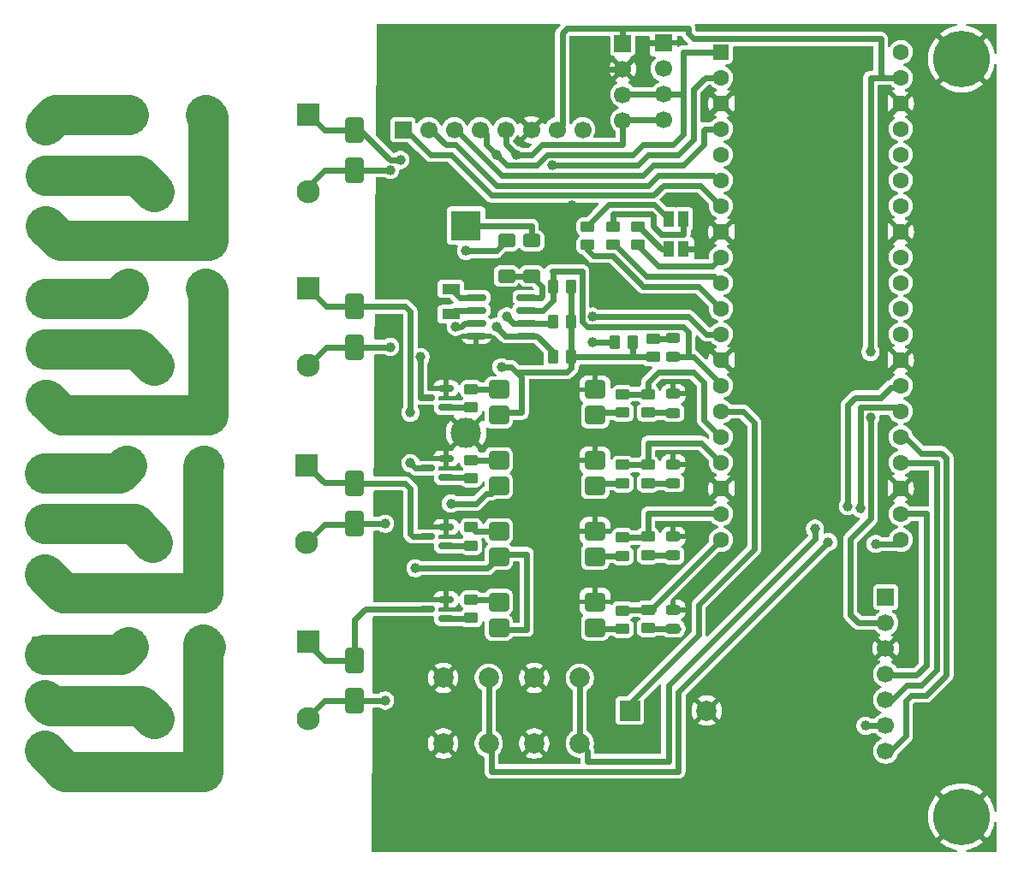
<source format=gbr>
%TF.GenerationSoftware,KiCad,Pcbnew,9.0.1*%
%TF.CreationDate,2025-06-21T17:37:17+02:00*%
%TF.ProjectId,PicoLogger,5069636f-4c6f-4676-9765-722e6b696361,rev?*%
%TF.SameCoordinates,Original*%
%TF.FileFunction,Copper,L1,Top*%
%TF.FilePolarity,Positive*%
%FSLAX46Y46*%
G04 Gerber Fmt 4.6, Leading zero omitted, Abs format (unit mm)*
G04 Created by KiCad (PCBNEW 9.0.1) date 2025-06-21 17:37:17*
%MOMM*%
%LPD*%
G01*
G04 APERTURE LIST*
G04 Aperture macros list*
%AMRoundRect*
0 Rectangle with rounded corners*
0 $1 Rounding radius*
0 $2 $3 $4 $5 $6 $7 $8 $9 X,Y pos of 4 corners*
0 Add a 4 corners polygon primitive as box body*
4,1,4,$2,$3,$4,$5,$6,$7,$8,$9,$2,$3,0*
0 Add four circle primitives for the rounded corners*
1,1,$1+$1,$2,$3*
1,1,$1+$1,$4,$5*
1,1,$1+$1,$6,$7*
1,1,$1+$1,$8,$9*
0 Add four rect primitives between the rounded corners*
20,1,$1+$1,$2,$3,$4,$5,0*
20,1,$1+$1,$4,$5,$6,$7,0*
20,1,$1+$1,$6,$7,$8,$9,0*
20,1,$1+$1,$8,$9,$2,$3,0*%
%AMFreePoly0*
4,1,37,0.603843,0.796157,0.639018,0.796157,0.711114,0.766294,0.766294,0.711114,0.796157,0.639018,0.796157,0.603843,0.800000,0.600000,0.800000,-0.600000,0.796157,-0.603843,0.796157,-0.639018,0.766294,-0.711114,0.711114,-0.766294,0.639018,-0.796157,0.603843,-0.796157,0.600000,-0.800000,0.000000,-0.800000,0.000000,-0.796148,-0.078414,-0.796148,-0.232228,-0.765552,-0.377117,-0.705537,
-0.507515,-0.618408,-0.618408,-0.507515,-0.705537,-0.377117,-0.765552,-0.232228,-0.796148,-0.078414,-0.796148,0.078414,-0.765552,0.232228,-0.705537,0.377117,-0.618408,0.507515,-0.507515,0.618408,-0.377117,0.705537,-0.232228,0.765552,-0.078414,0.796148,0.000000,0.796148,0.000000,0.800000,0.600000,0.800000,0.603843,0.796157,0.603843,0.796157,$1*%
%AMFreePoly1*
4,1,37,0.000000,0.796148,0.078414,0.796148,0.232228,0.765552,0.377117,0.705537,0.507515,0.618408,0.618408,0.507515,0.705537,0.377117,0.765552,0.232228,0.796148,0.078414,0.796148,-0.078414,0.765552,-0.232228,0.705537,-0.377117,0.618408,-0.507515,0.507515,-0.618408,0.377117,-0.705537,0.232228,-0.765552,0.078414,-0.796148,0.000000,-0.796148,0.000000,-0.800000,-0.600000,-0.800000,
-0.603843,-0.796157,-0.639018,-0.796157,-0.711114,-0.766294,-0.766294,-0.711114,-0.796157,-0.639018,-0.796157,-0.603843,-0.800000,-0.600000,-0.800000,0.600000,-0.796157,0.603843,-0.796157,0.639018,-0.766294,0.711114,-0.711114,0.766294,-0.639018,0.796157,-0.603843,0.796157,-0.600000,0.800000,0.000000,0.800000,0.000000,0.796148,0.000000,0.796148,$1*%
G04 Aperture macros list end*
%TA.AperFunction,ComponentPad*%
%ADD10R,1.700000X1.700000*%
%TD*%
%TA.AperFunction,ComponentPad*%
%ADD11C,1.700000*%
%TD*%
%TA.AperFunction,SMDPad,CuDef*%
%ADD12RoundRect,0.250000X0.262500X0.450000X-0.262500X0.450000X-0.262500X-0.450000X0.262500X-0.450000X0*%
%TD*%
%TA.AperFunction,SMDPad,CuDef*%
%ADD13R,1.100000X1.500000*%
%TD*%
%TA.AperFunction,SMDPad,CuDef*%
%ADD14RoundRect,0.250000X-0.450000X0.262500X-0.450000X-0.262500X0.450000X-0.262500X0.450000X0.262500X0*%
%TD*%
%TA.AperFunction,SMDPad,CuDef*%
%ADD15RoundRect,0.250000X0.600000X-0.400000X0.600000X0.400000X-0.600000X0.400000X-0.600000X-0.400000X0*%
%TD*%
%TA.AperFunction,SMDPad,CuDef*%
%ADD16RoundRect,0.250000X0.450000X-0.262500X0.450000X0.262500X-0.450000X0.262500X-0.450000X-0.262500X0*%
%TD*%
%TA.AperFunction,SMDPad,CuDef*%
%ADD17RoundRect,0.243750X-0.456250X0.243750X-0.456250X-0.243750X0.456250X-0.243750X0.456250X0.243750X0*%
%TD*%
%TA.AperFunction,ComponentPad*%
%ADD18C,5.600000*%
%TD*%
%TA.AperFunction,SMDPad,CuDef*%
%ADD19RoundRect,0.250000X-0.262500X-0.450000X0.262500X-0.450000X0.262500X0.450000X-0.262500X0.450000X0*%
%TD*%
%TA.AperFunction,ComponentPad*%
%ADD20C,2.000000*%
%TD*%
%TA.AperFunction,SMDPad,CuDef*%
%ADD21RoundRect,0.250000X-0.650000X1.000000X-0.650000X-1.000000X0.650000X-1.000000X0.650000X1.000000X0*%
%TD*%
%TA.AperFunction,ComponentPad*%
%ADD22R,2.300000X2.300000*%
%TD*%
%TA.AperFunction,ComponentPad*%
%ADD23C,2.300000*%
%TD*%
%TA.AperFunction,ComponentPad*%
%ADD24RoundRect,0.250000X-1.050000X1.050000X-1.050000X-1.050000X1.050000X-1.050000X1.050000X1.050000X0*%
%TD*%
%TA.AperFunction,ComponentPad*%
%ADD25C,2.600000*%
%TD*%
%TA.AperFunction,SMDPad,CuDef*%
%ADD26RoundRect,0.249999X0.750001X0.640001X-0.750001X0.640001X-0.750001X-0.640001X0.750001X-0.640001X0*%
%TD*%
%TA.AperFunction,ComponentPad*%
%ADD27RoundRect,0.200000X-0.600000X-0.600000X0.600000X-0.600000X0.600000X0.600000X-0.600000X0.600000X0*%
%TD*%
%TA.AperFunction,ComponentPad*%
%ADD28C,1.600000*%
%TD*%
%TA.AperFunction,ComponentPad*%
%ADD29FreePoly0,0.000000*%
%TD*%
%TA.AperFunction,ComponentPad*%
%ADD30FreePoly1,0.000000*%
%TD*%
%TA.AperFunction,SMDPad,CuDef*%
%ADD31RoundRect,0.150000X-0.825000X-0.150000X0.825000X-0.150000X0.825000X0.150000X-0.825000X0.150000X0*%
%TD*%
%TA.AperFunction,SMDPad,CuDef*%
%ADD32RoundRect,0.150000X0.587500X0.150000X-0.587500X0.150000X-0.587500X-0.150000X0.587500X-0.150000X0*%
%TD*%
%TA.AperFunction,ComponentPad*%
%ADD33R,2.000000X2.000000*%
%TD*%
%TA.AperFunction,SMDPad,CuDef*%
%ADD34R,1.800000X1.000000*%
%TD*%
%TA.AperFunction,SMDPad,CuDef*%
%ADD35RoundRect,0.243750X0.456250X-0.243750X0.456250X0.243750X-0.456250X0.243750X-0.456250X-0.243750X0*%
%TD*%
%TA.AperFunction,ComponentPad*%
%ADD36R,3.000000X3.000000*%
%TD*%
%TA.AperFunction,ComponentPad*%
%ADD37C,3.000000*%
%TD*%
%TA.AperFunction,ViaPad*%
%ADD38C,1.000000*%
%TD*%
%TA.AperFunction,Conductor*%
%ADD39C,0.600000*%
%TD*%
%TA.AperFunction,Conductor*%
%ADD40C,4.000000*%
%TD*%
G04 APERTURE END LIST*
D10*
%TO.P,J8,1,Pin_1*%
%TO.N,K1_Pin5*%
X187000000Y-103260000D03*
D11*
%TO.P,J8,2,Pin_2*%
%TO.N,+3.3V*%
X187000000Y-105800000D03*
%TO.P,J8,3,Pin_3*%
%TO.N,GND*%
X187000000Y-108340000D03*
%TO.P,J8,4,Pin_4*%
%TO.N,SPI CSn*%
X187000000Y-110880000D03*
%TO.P,J8,5,Pin_5*%
%TO.N,SPI SCK*%
X187000000Y-113420000D03*
%TO.P,J8,6,Pin_6*%
%TO.N,SPI RX*%
X187000000Y-115960000D03*
%TO.P,J8,7,Pin_7*%
%TO.N,SPI TX*%
X187000000Y-118500000D03*
%TD*%
D12*
%TO.P,R18,1*%
%TO.N,K1_Pin5*%
X155912500Y-72500000D03*
%TO.P,R18,2*%
%TO.N,GPIO10*%
X154087500Y-72500000D03*
%TD*%
D13*
%TO.P,D5,1,DO*%
%TO.N,Net-(D5-DO)*%
X167000000Y-65825000D03*
%TO.P,D5,2,GND*%
%TO.N,GND*%
X167000000Y-68825000D03*
%TO.P,D5,3,VDD*%
%TO.N,Net-(D5-VDD)*%
X165500000Y-68825000D03*
%TO.P,D5,4,DI*%
%TO.N,Net-(D5-DI)*%
X165500000Y-65825000D03*
%TD*%
D14*
%TO.P,R7,1*%
%TO.N,Net-(D5-VDD)*%
X162500000Y-66587500D03*
%TO.P,R7,2*%
%TO.N,GPIO6*%
X162500000Y-68412500D03*
%TD*%
D15*
%TO.P,D10,1,K*%
%TO.N,Net-(D10-K)*%
X149500000Y-71500000D03*
%TO.P,D10,2,A*%
%TO.N,K1_Pin5*%
X149500000Y-68000000D03*
%TD*%
D16*
%TO.P,R1,1*%
%TO.N,Net-(D1-A)*%
X163500000Y-85000000D03*
%TO.P,R1,2*%
%TO.N,GPIO12*%
X163500000Y-83175000D03*
%TD*%
D17*
%TO.P,D3,1,K*%
%TO.N,GND*%
X166000000Y-97270000D03*
%TO.P,D3,2,A*%
%TO.N,Net-(D3-A)*%
X166000000Y-99145000D03*
%TD*%
D18*
%TO.P,H2,1,1*%
%TO.N,GND*%
X194500000Y-50000000D03*
%TD*%
D10*
%TO.P,J1,1,Pin_1*%
%TO.N,+3.3V*%
X161000000Y-48460000D03*
D11*
%TO.P,J1,2,Pin_2*%
%TO.N,GND*%
X161000000Y-51000000D03*
%TO.P,J1,3,Pin_3*%
%TO.N,SDA*%
X161000000Y-53540000D03*
%TO.P,J1,4,Pin_4*%
%TO.N,SCL*%
X161000000Y-56080000D03*
%TD*%
D14*
%TO.P,R5,1*%
%TO.N,Net-(D5-DI)*%
X157500000Y-66587500D03*
%TO.P,R5,2*%
%TO.N,GPIO8*%
X157500000Y-68412500D03*
%TD*%
D19*
%TO.P,R19,1*%
%TO.N,GPIO9*%
X160175000Y-78000000D03*
%TO.P,R19,2*%
%TO.N,K1_Pin5*%
X162000000Y-78000000D03*
%TD*%
D20*
%TO.P,SW2,1,1*%
%TO.N,GND*%
X143250000Y-117750000D03*
X143250000Y-111250000D03*
%TO.P,SW2,2,2*%
%TO.N,GPIO20*%
X147750000Y-117750000D03*
X147750000Y-111250000D03*
%TD*%
D21*
%TO.P,D9,1,K*%
%TO.N,K4_Pin1*%
X134500000Y-109500000D03*
%TO.P,D9,2,A*%
%TO.N,K1_Pin5*%
X134500000Y-113500000D03*
%TD*%
D16*
%TO.P,R15,1*%
%TO.N,Net-(Q4-B)*%
X146000000Y-105325000D03*
%TO.P,R15,2*%
%TO.N,Net-(R15-Pad2)*%
X146000000Y-103500000D03*
%TD*%
D22*
%TO.P,K2,1*%
%TO.N,K2_Pin1*%
X129875000Y-72700000D03*
D23*
%TO.P,K2,2*%
%TO.N,K2_Pin2*%
X119715000Y-72700000D03*
%TO.P,K2,3*%
%TO.N,K2_Pin3*%
X112095000Y-72700000D03*
%TO.P,K2,4*%
%TO.N,K2_Pin4*%
X114635000Y-80320000D03*
%TO.P,K2,5*%
%TO.N,K1_Pin5*%
X129875000Y-80320000D03*
%TD*%
D16*
%TO.P,R11,1*%
%TO.N,Net-(R11-Pad1)*%
X161000000Y-106412500D03*
%TO.P,R11,2*%
%TO.N,GPIO15*%
X161000000Y-104587500D03*
%TD*%
D24*
%TO.P,J6,1,Pin_1*%
%TO.N,K3_Pin3*%
X103827500Y-91000000D03*
D25*
%TO.P,J6,2,Pin_2*%
%TO.N,K3_Pin4*%
X103827500Y-96000000D03*
%TO.P,J6,3,Pin_3*%
%TO.N,K3_Pin2*%
X103827500Y-101000000D03*
%TD*%
D26*
%TO.P,U3,1*%
%TO.N,Net-(R10-Pad1)*%
X158265000Y-99270000D03*
%TO.P,U3,2*%
%TO.N,GND*%
X158265000Y-96730000D03*
%TO.P,U3,3*%
%TO.N,Net-(R14-Pad2)*%
X148735000Y-96730000D03*
%TO.P,U3,4*%
%TO.N,K1_Pin5*%
X148735000Y-99270000D03*
%TD*%
D17*
%TO.P,D2,1,K*%
%TO.N,GND*%
X166000000Y-90125000D03*
%TO.P,D2,2,A*%
%TO.N,Net-(D2-A)*%
X166000000Y-92000000D03*
%TD*%
D10*
%TO.P,J2,1,Pin_1*%
%TO.N,GND*%
X165000000Y-48420000D03*
D11*
%TO.P,J2,2,Pin_2*%
%TO.N,K1_Pin5*%
X165000000Y-50960000D03*
%TO.P,J2,3,Pin_3*%
%TO.N,SDA*%
X165000000Y-53500000D03*
%TO.P,J2,4,Pin_4*%
%TO.N,SCL*%
X165000000Y-56040000D03*
%TD*%
D16*
%TO.P,R13,1*%
%TO.N,Net-(Q2-B)*%
X146000000Y-91500000D03*
%TO.P,R13,2*%
%TO.N,Net-(R13-Pad2)*%
X146000000Y-89675000D03*
%TD*%
D18*
%TO.P,H1,1,1*%
%TO.N,GND*%
X194500000Y-125000000D03*
%TD*%
D27*
%TO.P,A1,1,GPIO0*%
%TO.N,SDA*%
X170720000Y-49320000D03*
D28*
%TO.P,A1,2,GPIO1*%
%TO.N,SCL*%
X170720000Y-51860000D03*
D29*
%TO.P,A1,3,GND*%
%TO.N,GND*%
X170720000Y-54400000D03*
D28*
%TO.P,A1,4,GPIO2*%
%TO.N,GPIO2*%
X170720000Y-56940000D03*
%TO.P,A1,5,GPIO3*%
%TO.N,unconnected-(A1-GPIO3-Pad5)*%
X170720000Y-59480000D03*
%TO.P,A1,6,GPIO4*%
%TO.N,TX*%
X170720000Y-62020000D03*
%TO.P,A1,7,GPIO5*%
%TO.N,RX*%
X170720000Y-64560000D03*
D29*
%TO.P,A1,8,GND*%
%TO.N,GND*%
X170720000Y-67100000D03*
D28*
%TO.P,A1,9,GPIO6*%
%TO.N,GPIO6*%
X170720000Y-69640000D03*
%TO.P,A1,10,GPIO7*%
%TO.N,GPIO7*%
X170720000Y-72180000D03*
%TO.P,A1,11,GPIO8*%
%TO.N,GPIO8*%
X170720000Y-74720000D03*
%TO.P,A1,12,GPIO9*%
%TO.N,GPIO9*%
X170720000Y-77260000D03*
D29*
%TO.P,A1,13,GND*%
%TO.N,GND*%
X170720000Y-79800000D03*
D28*
%TO.P,A1,14,GPIO10*%
%TO.N,GPIO10*%
X170720000Y-82340000D03*
%TO.P,A1,15,GPIO11*%
%TO.N,GPIO11*%
X170720000Y-84880000D03*
%TO.P,A1,16,GPIO12*%
%TO.N,GPIO12*%
X170720000Y-87420000D03*
%TO.P,A1,17,GPIO13*%
%TO.N,GPIO13*%
X170720000Y-89960000D03*
D29*
%TO.P,A1,18,GND*%
%TO.N,GND*%
X170720000Y-92500000D03*
D28*
%TO.P,A1,19,GPIO14*%
%TO.N,GPIO14*%
X170720000Y-95040000D03*
%TO.P,A1,20,GPIO15*%
%TO.N,GPIO15*%
X170720000Y-97580000D03*
%TO.P,A1,21,GPIO16*%
%TO.N,SPI RX*%
X188500000Y-97580000D03*
%TO.P,A1,22,GPIO17*%
%TO.N,SPI CSn*%
X188500000Y-95040000D03*
D30*
%TO.P,A1,23,GND*%
%TO.N,GND*%
X188500000Y-92500000D03*
D28*
%TO.P,A1,24,GPIO18*%
%TO.N,SPI SCK*%
X188500000Y-89960000D03*
%TO.P,A1,25,GPIO19*%
%TO.N,SPI TX*%
X188500000Y-87420000D03*
%TO.P,A1,26,GPIO20*%
%TO.N,GPIO20*%
X188500000Y-84880000D03*
%TO.P,A1,27,GPIO21*%
%TO.N,GPIO21*%
X188500000Y-82340000D03*
D30*
%TO.P,A1,28,GND*%
%TO.N,GND*%
X188500000Y-79800000D03*
D28*
%TO.P,A1,29,GPIO22*%
%TO.N,unconnected-(A1-GPIO22-Pad29)*%
X188500000Y-77260000D03*
%TO.P,A1,30,RUN*%
%TO.N,unconnected-(A1-RUN-Pad30)*%
X188500000Y-74720000D03*
%TO.P,A1,31,GPIO26_ADC0*%
%TO.N,unconnected-(A1-GPIO26_ADC0-Pad31)*%
X188500000Y-72180000D03*
%TO.P,A1,32,GPIO27_ADC1*%
%TO.N,unconnected-(A1-GPIO27_ADC1-Pad32)*%
X188500000Y-69640000D03*
D30*
%TO.P,A1,33,AGND*%
%TO.N,GND*%
X188500000Y-67100000D03*
D28*
%TO.P,A1,34,GPIO28_ADC2*%
%TO.N,unconnected-(A1-GPIO28_ADC2-Pad34)*%
X188500000Y-64560000D03*
%TO.P,A1,35,ADC_VREF*%
%TO.N,unconnected-(A1-ADC_VREF-Pad35)*%
X188500000Y-62020000D03*
%TO.P,A1,36,3V3*%
%TO.N,unconnected-(A1-3V3-Pad36)*%
X188500000Y-59480000D03*
%TO.P,A1,37,3V3_EN*%
%TO.N,unconnected-(A1-3V3_EN-Pad37)*%
X188500000Y-56940000D03*
D30*
%TO.P,A1,38,GND*%
%TO.N,GND*%
X188500000Y-54400000D03*
D28*
%TO.P,A1,39,VSYS*%
%TO.N,+3.3V*%
X188500000Y-51860000D03*
%TO.P,A1,40,VBUS*%
%TO.N,K1_Pin5*%
X188500000Y-49320000D03*
%TD*%
D31*
%TO.P,U5,1,OSCI*%
%TO.N,Net-(U5-OSCI)*%
X146525000Y-73595000D03*
%TO.P,U5,2,OSCO*%
%TO.N,Net-(U5-OSCO)*%
X146525000Y-74865000D03*
%TO.P,U5,3,~{INT}*%
%TO.N,GPIO9*%
X146525000Y-76135000D03*
%TO.P,U5,4,VSS*%
%TO.N,GND*%
X146525000Y-77405000D03*
%TO.P,U5,5,SDA*%
%TO.N,SDA*%
X151475000Y-77405000D03*
%TO.P,U5,6,SCL*%
%TO.N,SCL*%
X151475000Y-76135000D03*
%TO.P,U5,7,CLKO*%
%TO.N,GPIO10*%
X151475000Y-74865000D03*
%TO.P,U5,8,VDD*%
%TO.N,Net-(D10-K)*%
X151475000Y-73595000D03*
%TD*%
D26*
%TO.P,U2,1*%
%TO.N,Net-(R9-Pad1)*%
X158265000Y-92270000D03*
%TO.P,U2,2*%
%TO.N,GND*%
X158265000Y-89730000D03*
%TO.P,U2,3*%
%TO.N,Net-(R13-Pad2)*%
X148735000Y-89730000D03*
%TO.P,U2,4*%
%TO.N,K1_Pin5*%
X148735000Y-92270000D03*
%TD*%
D32*
%TO.P,Q1,1,B*%
%TO.N,Net-(Q1-B)*%
X143500000Y-84500000D03*
%TO.P,Q1,2,E*%
%TO.N,GND*%
X143500000Y-82600000D03*
%TO.P,Q1,3,C*%
%TO.N,K1_Pin1*%
X141625000Y-83550000D03*
%TD*%
D16*
%TO.P,R12,1*%
%TO.N,Net-(Q1-B)*%
X146000000Y-84500000D03*
%TO.P,R12,2*%
%TO.N,Net-(R12-Pad2)*%
X146000000Y-82675000D03*
%TD*%
D26*
%TO.P,U1,1*%
%TO.N,Net-(R8-Pad1)*%
X158265000Y-85270000D03*
%TO.P,U1,2*%
%TO.N,GND*%
X158265000Y-82730000D03*
%TO.P,U1,3*%
%TO.N,Net-(R12-Pad2)*%
X148735000Y-82730000D03*
%TO.P,U1,4*%
%TO.N,K1_Pin5*%
X148735000Y-85270000D03*
%TD*%
D32*
%TO.P,Q4,1,B*%
%TO.N,Net-(Q4-B)*%
X143500000Y-105400000D03*
%TO.P,Q4,2,E*%
%TO.N,GND*%
X143500000Y-103500000D03*
%TO.P,Q4,3,C*%
%TO.N,K4_Pin1*%
X141625000Y-104450000D03*
%TD*%
D22*
%TO.P,K4,1*%
%TO.N,K4_Pin1*%
X129875000Y-107700000D03*
D23*
%TO.P,K4,2*%
%TO.N,K4_Pin2*%
X119715000Y-107700000D03*
%TO.P,K4,3*%
%TO.N,K4_Pin3*%
X112095000Y-107700000D03*
%TO.P,K4,4*%
%TO.N,K4_Pin4*%
X114635000Y-115320000D03*
%TO.P,K4,5*%
%TO.N,K1_Pin5*%
X129875000Y-115320000D03*
%TD*%
D32*
%TO.P,Q2,1,B*%
%TO.N,Net-(Q2-B)*%
X143500000Y-91450000D03*
%TO.P,Q2,2,E*%
%TO.N,GND*%
X143500000Y-89550000D03*
%TO.P,Q2,3,C*%
%TO.N,K2_Pin1*%
X141625000Y-90500000D03*
%TD*%
D14*
%TO.P,R6,1*%
%TO.N,Net-(D5-DO)*%
X160000000Y-66587500D03*
%TO.P,R6,2*%
%TO.N,GPIO7*%
X160000000Y-68412500D03*
%TD*%
D17*
%TO.P,D4,1,K*%
%TO.N,GND*%
X166000000Y-104500000D03*
%TO.P,D4,2,A*%
%TO.N,Net-(D4-A)*%
X166000000Y-106375000D03*
%TD*%
D21*
%TO.P,D6,1,K*%
%TO.N,K1_Pin1*%
X134500000Y-57000000D03*
%TO.P,D6,2,A*%
%TO.N,K1_Pin5*%
X134500000Y-61000000D03*
%TD*%
D20*
%TO.P,SW1,1,1*%
%TO.N,GND*%
X152250000Y-117750000D03*
X152250000Y-111250000D03*
%TO.P,SW1,2,2*%
%TO.N,GPIO21*%
X156750000Y-117750000D03*
X156750000Y-111250000D03*
%TD*%
D16*
%TO.P,R14,1*%
%TO.N,Net-(Q3-B)*%
X146000000Y-98182500D03*
%TO.P,R14,2*%
%TO.N,Net-(R14-Pad2)*%
X146000000Y-96357500D03*
%TD*%
%TO.P,R10,1*%
%TO.N,Net-(R10-Pad1)*%
X161000000Y-99182500D03*
%TO.P,R10,2*%
%TO.N,GPIO14*%
X161000000Y-97357500D03*
%TD*%
%TO.P,R8,1*%
%TO.N,Net-(R8-Pad1)*%
X161000000Y-85000000D03*
%TO.P,R8,2*%
%TO.N,GPIO12*%
X161000000Y-83175000D03*
%TD*%
D14*
%TO.P,R20,1*%
%TO.N,Net-(D12-A)*%
X164000000Y-77675000D03*
%TO.P,R20,2*%
%TO.N,K1_Pin5*%
X164000000Y-79500000D03*
%TD*%
D17*
%TO.P,D1,1,K*%
%TO.N,GND*%
X166000000Y-83150000D03*
%TO.P,D1,2,A*%
%TO.N,Net-(D1-A)*%
X166000000Y-85025000D03*
%TD*%
D21*
%TO.P,D7,1,K*%
%TO.N,K2_Pin1*%
X134500000Y-74500000D03*
%TO.P,D7,2,A*%
%TO.N,K1_Pin5*%
X134500000Y-78500000D03*
%TD*%
D33*
%TO.P,BZ1,1,+*%
%TO.N,GPIO11*%
X161700000Y-114500000D03*
D20*
%TO.P,BZ1,2,-*%
%TO.N,GND*%
X169300000Y-114500000D03*
%TD*%
D22*
%TO.P,K3,1*%
%TO.N,K3_Pin1*%
X129740000Y-90200000D03*
D23*
%TO.P,K3,2*%
%TO.N,K3_Pin2*%
X119580000Y-90200000D03*
%TO.P,K3,3*%
%TO.N,K3_Pin3*%
X111960000Y-90200000D03*
%TO.P,K3,4*%
%TO.N,K3_Pin4*%
X114500000Y-97820000D03*
%TO.P,K3,5*%
%TO.N,K1_Pin5*%
X129740000Y-97820000D03*
%TD*%
D24*
%TO.P,J4,1,Pin_1*%
%TO.N,K1_Pin3*%
X103900000Y-56500000D03*
D25*
%TO.P,J4,2,Pin_2*%
%TO.N,K1_Pin4*%
X103900000Y-61500000D03*
%TO.P,J4,3,Pin_3*%
%TO.N,K1_Pin2*%
X103900000Y-66500000D03*
%TD*%
D24*
%TO.P,J7,1,Pin_1*%
%TO.N,K4_Pin3*%
X103827500Y-108440000D03*
D25*
%TO.P,J7,2,Pin_2*%
%TO.N,K4_Pin4*%
X103827500Y-113440000D03*
%TO.P,J7,3,Pin_3*%
%TO.N,K4_Pin2*%
X103827500Y-118440000D03*
%TD*%
D16*
%TO.P,R2,1*%
%TO.N,Net-(D2-A)*%
X163500000Y-92000000D03*
%TO.P,R2,2*%
%TO.N,GPIO13*%
X163500000Y-90175000D03*
%TD*%
%TO.P,R3,1*%
%TO.N,Net-(D3-A)*%
X163500000Y-99095000D03*
%TO.P,R3,2*%
%TO.N,GPIO14*%
X163500000Y-97270000D03*
%TD*%
%TO.P,R9,1*%
%TO.N,Net-(R9-Pad1)*%
X161000000Y-92000000D03*
%TO.P,R9,2*%
%TO.N,GPIO13*%
X161000000Y-90175000D03*
%TD*%
D15*
%TO.P,D11,1,K*%
%TO.N,Net-(D10-K)*%
X152000000Y-71500000D03*
%TO.P,D11,2,A*%
%TO.N,+BATT*%
X152000000Y-68000000D03*
%TD*%
D34*
%TO.P,Y1,1,1*%
%TO.N,Net-(U5-OSCO)*%
X144000000Y-75250000D03*
%TO.P,Y1,2,2*%
%TO.N,Net-(U5-OSCI)*%
X144000000Y-72750000D03*
%TD*%
D12*
%TO.P,R17,1*%
%TO.N,K1_Pin5*%
X155912500Y-76000000D03*
%TO.P,R17,2*%
%TO.N,SCL*%
X154087500Y-76000000D03*
%TD*%
D22*
%TO.P,K1,1*%
%TO.N,K1_Pin1*%
X129875000Y-55500000D03*
D23*
%TO.P,K1,2*%
%TO.N,K1_Pin2*%
X119715000Y-55500000D03*
%TO.P,K1,3*%
%TO.N,K1_Pin3*%
X112095000Y-55500000D03*
%TO.P,K1,4*%
%TO.N,K1_Pin4*%
X114635000Y-63120000D03*
%TO.P,K1,5*%
%TO.N,K1_Pin5*%
X129875000Y-63120000D03*
%TD*%
D21*
%TO.P,D8,1,K*%
%TO.N,K3_Pin1*%
X134500000Y-92000000D03*
%TO.P,D8,2,A*%
%TO.N,K1_Pin5*%
X134500000Y-96000000D03*
%TD*%
D24*
%TO.P,J5,1,Pin_1*%
%TO.N,K2_Pin3*%
X103900000Y-73700000D03*
D25*
%TO.P,J5,2,Pin_2*%
%TO.N,K2_Pin4*%
X103900000Y-78700000D03*
%TO.P,J5,3,Pin_3*%
%TO.N,K2_Pin2*%
X103900000Y-83700000D03*
%TD*%
D16*
%TO.P,R4,1*%
%TO.N,Net-(D4-A)*%
X163500000Y-106325000D03*
%TO.P,R4,2*%
%TO.N,GPIO15*%
X163500000Y-104500000D03*
%TD*%
D12*
%TO.P,R16,1*%
%TO.N,K1_Pin5*%
X155912500Y-79500000D03*
%TO.P,R16,2*%
%TO.N,SDA*%
X154087500Y-79500000D03*
%TD*%
D35*
%TO.P,D12,1,K*%
%TO.N,GPIO10*%
X166000000Y-79500000D03*
%TO.P,D12,2,A*%
%TO.N,Net-(D12-A)*%
X166000000Y-77625000D03*
%TD*%
D26*
%TO.P,U4,1*%
%TO.N,Net-(R11-Pad1)*%
X158265000Y-106270000D03*
%TO.P,U4,2*%
%TO.N,GND*%
X158265000Y-103730000D03*
%TO.P,U4,3*%
%TO.N,Net-(R15-Pad2)*%
X148735000Y-103730000D03*
%TO.P,U4,4*%
%TO.N,K1_Pin5*%
X148735000Y-106270000D03*
%TD*%
D32*
%TO.P,Q3,1,B*%
%TO.N,Net-(Q3-B)*%
X143500000Y-98220000D03*
%TO.P,Q3,2,E*%
%TO.N,GND*%
X143500000Y-96320000D03*
%TO.P,Q3,3,C*%
%TO.N,K3_Pin1*%
X141625000Y-97270000D03*
%TD*%
D10*
%TO.P,J3,1,Pin_1*%
%TO.N,RX*%
X139260000Y-57000000D03*
D11*
%TO.P,J3,2,Pin_2*%
%TO.N,TX*%
X141800000Y-57000000D03*
%TO.P,J3,3,Pin_3*%
%TO.N,GPIO2*%
X144340000Y-57000000D03*
%TO.P,J3,4,Pin_4*%
%TO.N,SDA*%
X146880000Y-57000000D03*
%TO.P,J3,5,Pin_5*%
%TO.N,SCL*%
X149420000Y-57000000D03*
%TO.P,J3,6,Pin_6*%
%TO.N,GND*%
X151960000Y-57000000D03*
%TO.P,J3,7,Pin_7*%
%TO.N,+3.3V*%
X154500000Y-57000000D03*
%TO.P,J3,8,Pin_8*%
%TO.N,K1_Pin5*%
X157040000Y-57000000D03*
%TD*%
D36*
%TO.P,BT1,1,+*%
%TO.N,+BATT*%
X145500000Y-66510000D03*
D37*
%TO.P,BT1,2,-*%
%TO.N,GND*%
X145500000Y-87000000D03*
%TD*%
D38*
%TO.N,GPIO21*%
X183250000Y-94250000D03*
%TO.N,GPIO20*%
X184500000Y-94500000D03*
X181312500Y-97812500D03*
%TO.N,GPIO21*%
X180000000Y-96500000D03*
%TO.N,+3.3V*%
X185500000Y-79000000D03*
X185500000Y-85500000D03*
%TO.N,SPI RX*%
X185000000Y-116000000D03*
X186000000Y-98000000D03*
%TO.N,SCL*%
X154000000Y-60500000D03*
X150500000Y-59500000D03*
X149500000Y-75500000D03*
%TO.N,SDA*%
X148500000Y-76500000D03*
X148500000Y-59500000D03*
%TO.N,GND*%
X156000000Y-101500000D03*
X142500000Y-80000000D03*
X150000000Y-101500000D03*
X159000000Y-56500000D03*
X156000000Y-64500000D03*
X142500000Y-88000000D03*
%TO.N,K1_Pin5*%
X138000000Y-78500000D03*
X149000000Y-80500000D03*
X137500000Y-96000000D03*
X144000000Y-94000000D03*
X140500000Y-100400000D03*
X145500000Y-69000000D03*
X137500000Y-113500000D03*
X138000000Y-61000000D03*
%TO.N,GPIO9*%
X158000000Y-75500000D03*
X158000000Y-78000000D03*
X144500000Y-76500000D03*
%TO.N,K2_Pin1*%
X140000000Y-90000000D03*
X140000000Y-85000000D03*
%TO.N,K1_Pin1*%
X141000000Y-79500000D03*
X139000000Y-60000000D03*
%TD*%
D39*
%TO.N,K1_Pin1*%
X135000000Y-57000000D02*
X134500000Y-57000000D01*
X138000000Y-60000000D02*
X135000000Y-57000000D01*
X139000000Y-60000000D02*
X138000000Y-60000000D01*
%TO.N,+3.3V*%
X155000000Y-56500000D02*
X154500000Y-57000000D01*
X155000000Y-47500000D02*
X155000000Y-56500000D01*
X155500000Y-47000000D02*
X155000000Y-47500000D01*
X161000000Y-47000000D02*
X155500000Y-47000000D01*
%TO.N,SCL*%
X149420000Y-58420000D02*
X149420000Y-57000000D01*
X150500000Y-59500000D02*
X149420000Y-58420000D01*
%TO.N,SDA*%
X147500000Y-57500000D02*
X147000000Y-57000000D01*
X147000000Y-57000000D02*
X146880000Y-57000000D01*
X148500000Y-59500000D02*
X147500000Y-58500000D01*
X147500000Y-58500000D02*
X147500000Y-57500000D01*
%TO.N,RX*%
X139760000Y-57260000D02*
X139260000Y-57260000D01*
X142000000Y-59500000D02*
X139760000Y-57260000D01*
X144000000Y-59500000D02*
X142000000Y-59500000D01*
X148000000Y-63500000D02*
X144000000Y-59500000D01*
X168660000Y-62500000D02*
X165000000Y-62500000D01*
X165000000Y-62500000D02*
X164000000Y-63500000D01*
X170720000Y-64560000D02*
X168660000Y-62500000D01*
X164000000Y-63500000D02*
X148000000Y-63500000D01*
%TO.N,SPI RX*%
X185000000Y-116000000D02*
X186960000Y-116000000D01*
X186960000Y-116000000D02*
X187000000Y-115960000D01*
%TO.N,+3.3V*%
X185500000Y-51860000D02*
X186860000Y-51860000D01*
X185500000Y-79000000D02*
X185500000Y-51860000D01*
%TO.N,GPIO21*%
X157500000Y-119500000D02*
X157500000Y-118500000D01*
X180000000Y-97500000D02*
X165500000Y-112000000D01*
X165500000Y-112000000D02*
X165500000Y-119500000D01*
X165500000Y-119500000D02*
X157500000Y-119500000D01*
X180000000Y-96500000D02*
X180000000Y-97500000D01*
X157500000Y-118500000D02*
X156750000Y-117750000D01*
%TO.N,GPIO20*%
X184500000Y-94500000D02*
X184500000Y-84500000D01*
%TO.N,SPI RX*%
X186000000Y-98000000D02*
X188080000Y-98000000D01*
X188080000Y-98000000D02*
X188500000Y-97580000D01*
%TO.N,SPI TX*%
X190500000Y-89000000D02*
X188920000Y-87420000D01*
X192500000Y-89000000D02*
X190500000Y-89000000D01*
X193000000Y-111000000D02*
X193000000Y-89500000D01*
X189500000Y-113000000D02*
X191000000Y-113000000D01*
X188920000Y-87420000D02*
X188500000Y-87420000D01*
X193000000Y-89500000D02*
X192500000Y-89000000D01*
X189000000Y-113500000D02*
X189500000Y-113000000D01*
X189000000Y-117000000D02*
X189000000Y-113500000D01*
X191000000Y-113000000D02*
X193000000Y-111000000D01*
X187500000Y-118500000D02*
X189000000Y-117000000D01*
X187000000Y-118500000D02*
X187500000Y-118500000D01*
%TO.N,SPI SCK*%
X192000000Y-110500000D02*
X192000000Y-90000000D01*
X190500000Y-112000000D02*
X192000000Y-110500000D01*
X189080000Y-112000000D02*
X190500000Y-112000000D01*
X192000000Y-90000000D02*
X188540000Y-90000000D01*
X187660000Y-113420000D02*
X189080000Y-112000000D01*
X188540000Y-90000000D02*
X188500000Y-89960000D01*
X187000000Y-113420000D02*
X187660000Y-113420000D01*
%TO.N,+3.3V*%
X184300000Y-105800000D02*
X187000000Y-105800000D01*
X183500000Y-97500000D02*
X183500000Y-105000000D01*
X183500000Y-105000000D02*
X184300000Y-105800000D01*
X185500000Y-95500000D02*
X183500000Y-97500000D01*
X185500000Y-85500000D02*
X185500000Y-95500000D01*
%TO.N,SPI CSn*%
X188540000Y-95000000D02*
X188500000Y-95040000D01*
X191000000Y-110000000D02*
X191000000Y-95000000D01*
X190000000Y-111000000D02*
X191000000Y-110000000D01*
X187120000Y-111000000D02*
X190000000Y-111000000D01*
X191000000Y-95000000D02*
X188540000Y-95000000D01*
X187000000Y-110880000D02*
X187120000Y-111000000D01*
%TO.N,GPIO21*%
X188340000Y-82500000D02*
X188500000Y-82340000D01*
X187500000Y-82500000D02*
X188340000Y-82500000D01*
X186500000Y-83500000D02*
X187500000Y-82500000D01*
X183250000Y-94250000D02*
X183250000Y-84250000D01*
X183250000Y-84250000D02*
X184000000Y-83500000D01*
X184000000Y-83500000D02*
X186500000Y-83500000D01*
%TO.N,GPIO20*%
X188120000Y-84500000D02*
X188500000Y-84880000D01*
X184500000Y-84500000D02*
X188120000Y-84500000D01*
X184500000Y-94625000D02*
X184500000Y-94500000D01*
%TO.N,SCL*%
X166500000Y-59500000D02*
X168000000Y-58000000D01*
X149500000Y-75500000D02*
X150135000Y-76135000D01*
X165000000Y-56040000D02*
X161040000Y-56040000D01*
X161000000Y-58500000D02*
X161000000Y-56080000D01*
X169140000Y-51860000D02*
X170720000Y-51860000D01*
X163500000Y-59500000D02*
X166500000Y-59500000D01*
X153952500Y-76135000D02*
X154087500Y-76000000D01*
X150500000Y-59500000D02*
X152000000Y-59500000D01*
X152000000Y-59500000D02*
X153000000Y-58500000D01*
X151475000Y-76135000D02*
X153952500Y-76135000D01*
X163500000Y-59500000D02*
X162500000Y-60500000D01*
X162500000Y-60500000D02*
X154000000Y-60500000D01*
X150135000Y-76135000D02*
X151475000Y-76135000D01*
X153000000Y-58500000D02*
X161000000Y-58500000D01*
X168000000Y-53000000D02*
X169140000Y-51860000D01*
X168000000Y-58000000D02*
X168000000Y-53000000D01*
%TO.N,SDA*%
X167000000Y-53500000D02*
X167000000Y-49320000D01*
X153500000Y-59500000D02*
X162000000Y-59500000D01*
X166000000Y-58500000D02*
X167000000Y-57500000D01*
X154087500Y-79000000D02*
X154087500Y-79500000D01*
X152492500Y-77405000D02*
X154087500Y-79000000D01*
X167000000Y-53500000D02*
X161040000Y-53500000D01*
X151475000Y-77405000D02*
X152492500Y-77405000D01*
X149405000Y-77405000D02*
X151475000Y-77405000D01*
X152500000Y-60500000D02*
X153500000Y-59500000D01*
X162000000Y-59500000D02*
X163000000Y-58500000D01*
X167000000Y-49320000D02*
X170720000Y-49320000D01*
X148500000Y-76500000D02*
X149405000Y-77405000D01*
X149500000Y-60500000D02*
X152500000Y-60500000D01*
X163000000Y-58500000D02*
X166000000Y-58500000D01*
X167000000Y-57500000D02*
X167000000Y-53500000D01*
X148500000Y-59500000D02*
X149500000Y-60500000D01*
%TO.N,GPIO14*%
X163500000Y-97270000D02*
X163500000Y-95000000D01*
X163500000Y-95000000D02*
X170680000Y-95000000D01*
X161000000Y-97357500D02*
X163412500Y-97357500D01*
X170680000Y-95000000D02*
X170720000Y-95040000D01*
%TO.N,GPIO21*%
X156750000Y-117750000D02*
X156750000Y-111250000D01*
%TO.N,+3.3V*%
X167500000Y-47000000D02*
X161000000Y-47000000D01*
X186500000Y-48000000D02*
X168000000Y-48000000D01*
X186860000Y-51860000D02*
X186500000Y-51500000D01*
X167500000Y-47500000D02*
X167500000Y-47000000D01*
X161000000Y-47000000D02*
X161000000Y-48460000D01*
X186500000Y-51500000D02*
X186500000Y-48000000D01*
X188500000Y-51860000D02*
X186860000Y-51860000D01*
X168000000Y-48000000D02*
X167500000Y-47500000D01*
%TO.N,GND*%
X158500000Y-56000000D02*
X159000000Y-56500000D01*
X168995000Y-68825000D02*
X170720000Y-67100000D01*
X167000000Y-68825000D02*
X168995000Y-68825000D01*
X163580000Y-48420000D02*
X161000000Y-51000000D01*
X165000000Y-48420000D02*
X163580000Y-48420000D01*
X161000000Y-51000000D02*
X158500000Y-51000000D01*
X158500000Y-51000000D02*
X158500000Y-56000000D01*
%TO.N,Net-(D1-A)*%
X163265000Y-85000000D02*
X165740000Y-85000000D01*
%TO.N,Net-(D2-A)*%
X166000000Y-92000000D02*
X163500000Y-92000000D01*
%TO.N,Net-(D3-A)*%
X166000000Y-99145000D02*
X163550000Y-99145000D01*
%TO.N,Net-(D4-A)*%
X166500000Y-106375000D02*
X164050000Y-106375000D01*
X164050000Y-106375000D02*
X164000000Y-106325000D01*
%TO.N,Net-(D5-DI)*%
X164087500Y-64412500D02*
X165500000Y-65825000D01*
X159587500Y-64412500D02*
X164087500Y-64412500D01*
X159587500Y-64412500D02*
X157412500Y-66587500D01*
%TO.N,Net-(D5-VDD)*%
X165500000Y-68825000D02*
X164825000Y-68825000D01*
X164825000Y-68825000D02*
X162500000Y-66500000D01*
%TO.N,Net-(D5-DO)*%
X164800000Y-67325000D02*
X167000000Y-67325000D01*
X160000000Y-65325000D02*
X163825000Y-65325000D01*
X164000000Y-66525000D02*
X164800000Y-67325000D01*
X167000000Y-67325000D02*
X167000000Y-65825000D01*
X163825000Y-65325000D02*
X164000000Y-65500000D01*
X164000000Y-65500000D02*
X164000000Y-66525000D01*
X160000000Y-66500000D02*
X160000000Y-65325000D01*
%TO.N,GPIO2*%
X144840000Y-57340000D02*
X144000000Y-57340000D01*
X169060000Y-56940000D02*
X169000000Y-57000000D01*
X167000000Y-60500000D02*
X164000000Y-60500000D01*
X149000000Y-61500000D02*
X144840000Y-57340000D01*
X169000000Y-57000000D02*
X169000000Y-58500000D01*
X169000000Y-58500000D02*
X167000000Y-60500000D01*
X163000000Y-61500000D02*
X149000000Y-61500000D01*
X170720000Y-56940000D02*
X169060000Y-56940000D01*
X164000000Y-60500000D02*
X163000000Y-61500000D01*
%TO.N,GPIO12*%
X161500000Y-83175000D02*
X163500000Y-83175000D01*
X169000000Y-85700000D02*
X170720000Y-87420000D01*
X164500000Y-81000000D02*
X168000000Y-81000000D01*
X163500000Y-82000000D02*
X164500000Y-81000000D01*
X163500000Y-83175000D02*
X163500000Y-82000000D01*
X168000000Y-81000000D02*
X169000000Y-82000000D01*
X169000000Y-82000000D02*
X169000000Y-85700000D01*
%TO.N,K1_Pin5*%
X138000000Y-78500000D02*
X134500000Y-78500000D01*
X147500000Y-93000000D02*
X148005000Y-93000000D01*
X150500000Y-81000000D02*
X151000000Y-81500000D01*
X131695000Y-78500000D02*
X129875000Y-80320000D01*
X151500000Y-99000000D02*
X151500000Y-105500000D01*
X129875000Y-62625000D02*
X129875000Y-63120000D01*
X151500000Y-105500000D02*
X151500000Y-106500000D01*
X140500000Y-100400000D02*
X147605000Y-100400000D01*
X134500000Y-61000000D02*
X131500000Y-61000000D01*
X151000000Y-85000000D02*
X149005000Y-85000000D01*
X150000000Y-80500000D02*
X150500000Y-81000000D01*
X151500000Y-99000000D02*
X149005000Y-99000000D01*
X146500000Y-94000000D02*
X147500000Y-93000000D01*
X134440000Y-96060000D02*
X134500000Y-96000000D01*
X149500000Y-68000000D02*
X148500000Y-69000000D01*
X131500000Y-61000000D02*
X129875000Y-62625000D01*
X134500000Y-96000000D02*
X137500000Y-96000000D01*
X147605000Y-100400000D02*
X148735000Y-99270000D01*
X155912500Y-76000000D02*
X155912500Y-72500000D01*
X138000000Y-61000000D02*
X134500000Y-61000000D01*
X134500000Y-113500000D02*
X137500000Y-113500000D01*
X149000000Y-80500000D02*
X150000000Y-80500000D01*
X131500000Y-96060000D02*
X134440000Y-96060000D01*
X155912500Y-79500000D02*
X155912500Y-76000000D01*
X155912500Y-80587500D02*
X155500000Y-81000000D01*
X155500000Y-81000000D02*
X150500000Y-81000000D01*
X162000000Y-79500000D02*
X155912500Y-79500000D01*
X155912500Y-79500000D02*
X155912500Y-80587500D01*
X131500000Y-113500000D02*
X129875000Y-115125000D01*
X148500000Y-69000000D02*
X145500000Y-69000000D01*
X162000000Y-78000000D02*
X162000000Y-79500000D01*
X164000000Y-79500000D02*
X162000000Y-79500000D01*
X134500000Y-113500000D02*
X131500000Y-113500000D01*
X144000000Y-94000000D02*
X146500000Y-94000000D01*
X134500000Y-78500000D02*
X131695000Y-78500000D01*
X151500000Y-106500000D02*
X148965000Y-106500000D01*
X131500000Y-96060000D02*
X129740000Y-97820000D01*
X148005000Y-93000000D02*
X149005000Y-92000000D01*
X129875000Y-115125000D02*
X129875000Y-115320000D01*
X151000000Y-81500000D02*
X151000000Y-85000000D01*
%TO.N,GPIO11*%
X174000000Y-95500000D02*
X174000000Y-86000000D01*
X174000000Y-86000000D02*
X172880000Y-84880000D01*
X172880000Y-84880000D02*
X170720000Y-84880000D01*
X174000000Y-95500000D02*
X174000000Y-98500000D01*
X168500000Y-107000000D02*
X161700000Y-113800000D01*
X168500000Y-104000000D02*
X168500000Y-107000000D01*
X174000000Y-98500000D02*
X168500000Y-104000000D01*
%TO.N,GPIO13*%
X163500000Y-90175000D02*
X161000000Y-90175000D01*
X163500000Y-90175000D02*
X163500000Y-88000000D01*
X163500000Y-88000000D02*
X168760000Y-88000000D01*
X168760000Y-88000000D02*
X170720000Y-89960000D01*
%TO.N,TX*%
X169960000Y-61500000D02*
X164500000Y-61500000D01*
X163500000Y-62500000D02*
X148500000Y-62500000D01*
X142000000Y-57000000D02*
X141800000Y-57000000D01*
X164500000Y-61500000D02*
X163500000Y-62500000D01*
X143500000Y-58500000D02*
X142000000Y-57000000D01*
X170480000Y-62020000D02*
X169960000Y-61500000D01*
X148500000Y-62500000D02*
X144500000Y-58500000D01*
X144500000Y-58500000D02*
X143500000Y-58500000D01*
%TO.N,GPIO15*%
X170720000Y-97580000D02*
X164000000Y-104300000D01*
X164000000Y-104300000D02*
X164000000Y-104500000D01*
X164000000Y-104500000D02*
X161587500Y-104500000D01*
X161587500Y-104500000D02*
X161500000Y-104587500D01*
%TO.N,+BATT*%
X145500000Y-66510000D02*
X151990000Y-66510000D01*
X151990000Y-66510000D02*
X152000000Y-66500000D01*
X152000000Y-66500000D02*
X152000000Y-68000000D01*
D40*
%TO.N,K1_Pin2*%
X120000000Y-55785000D02*
X119715000Y-55500000D01*
X105400000Y-68000000D02*
X120000000Y-68000000D01*
X103900000Y-66500000D02*
X105400000Y-68000000D01*
X120000000Y-68000000D02*
X120000000Y-55785000D01*
%TO.N,K2_Pin2*%
X120000000Y-72985000D02*
X119715000Y-72700000D01*
X105500000Y-85200000D02*
X120000000Y-85200000D01*
X103900000Y-83700000D02*
X104000000Y-83700000D01*
X120000000Y-85200000D02*
X120000000Y-72985000D01*
X104000000Y-83700000D02*
X105500000Y-85200000D01*
%TO.N,K3_Pin2*%
X119500000Y-90280000D02*
X119580000Y-90200000D01*
X105647500Y-102820000D02*
X119500000Y-102820000D01*
X103827500Y-101000000D02*
X105647500Y-102820000D01*
X119500000Y-102820000D02*
X119500000Y-90280000D01*
%TO.N,K4_Pin2*%
X119500000Y-120500000D02*
X119500000Y-107915000D01*
X103827500Y-118440000D02*
X105887500Y-120500000D01*
X105887500Y-120500000D02*
X119500000Y-120500000D01*
X119500000Y-108415000D02*
X119715000Y-108200000D01*
D39*
%TO.N,GPIO9*%
X146525000Y-76135000D02*
X145365000Y-76135000D01*
X170720000Y-77260000D02*
X169260000Y-77260000D01*
X158000000Y-78000000D02*
X160175000Y-78000000D01*
X167500000Y-75500000D02*
X162500000Y-75500000D01*
X162500000Y-75500000D02*
X158000000Y-75500000D01*
X169260000Y-77260000D02*
X167500000Y-75500000D01*
X145365000Y-76135000D02*
X145000000Y-76500000D01*
X145000000Y-76500000D02*
X144500000Y-76500000D01*
D40*
%TO.N,K4_Pin4*%
X113315000Y-114000000D02*
X114635000Y-115320000D01*
X103827500Y-113440000D02*
X104387500Y-114000000D01*
X104387500Y-114000000D02*
X113315000Y-114000000D01*
%TO.N,K4_Pin3*%
X111355000Y-108940000D02*
X112095000Y-108200000D01*
X103827500Y-108940000D02*
X111355000Y-108940000D01*
D39*
%TO.N,K4_Pin1*%
X135550000Y-104450000D02*
X134500000Y-105500000D01*
X134500000Y-105500000D02*
X134500000Y-109500000D01*
X141625000Y-104450000D02*
X135550000Y-104450000D01*
X131500000Y-109500000D02*
X129875000Y-107875000D01*
X134500000Y-109500000D02*
X131500000Y-109500000D01*
X129875000Y-107875000D02*
X129875000Y-107700000D01*
%TO.N,K3_Pin1*%
X134500000Y-92000000D02*
X139500000Y-92000000D01*
X134460000Y-91960000D02*
X134500000Y-92000000D01*
X140230000Y-97270000D02*
X141625000Y-97270000D01*
X140000000Y-97040000D02*
X140230000Y-97270000D01*
X140000000Y-92500000D02*
X140000000Y-97040000D01*
X131500000Y-91960000D02*
X129740000Y-90200000D01*
X139500000Y-92000000D02*
X140000000Y-92500000D01*
X131500000Y-91960000D02*
X134460000Y-91960000D01*
D40*
%TO.N,K3_Pin4*%
X112680000Y-96000000D02*
X114500000Y-97820000D01*
X103827500Y-96000000D02*
X112680000Y-96000000D01*
%TO.N,K3_Pin3*%
X103827500Y-91000000D02*
X111160000Y-91000000D01*
X111160000Y-91000000D02*
X111960000Y-90200000D01*
D39*
%TO.N,K2_Pin1*%
X134500000Y-74500000D02*
X131675000Y-74500000D01*
X140000000Y-75000000D02*
X140000000Y-85000000D01*
X139500000Y-74500000D02*
X140000000Y-75000000D01*
X134500000Y-74500000D02*
X139500000Y-74500000D01*
X140500000Y-90500000D02*
X140000000Y-90000000D01*
X141625000Y-90500000D02*
X140500000Y-90500000D01*
X131675000Y-74500000D02*
X129875000Y-72700000D01*
D40*
%TO.N,K2_Pin3*%
X111095000Y-73700000D02*
X112095000Y-72700000D01*
X103900000Y-73700000D02*
X111095000Y-73700000D01*
%TO.N,K2_Pin4*%
X113015000Y-78700000D02*
X114635000Y-80320000D01*
X103900000Y-78700000D02*
X113015000Y-78700000D01*
D39*
%TO.N,K1_Pin1*%
X130000000Y-55500000D02*
X131500000Y-57000000D01*
X131500000Y-57000000D02*
X134500000Y-57000000D01*
X141000000Y-83550000D02*
X141625000Y-83550000D01*
X129875000Y-55500000D02*
X130000000Y-55500000D01*
X141000000Y-79500000D02*
X141000000Y-83550000D01*
D40*
%TO.N,K1_Pin4*%
X113015000Y-61500000D02*
X114635000Y-63120000D01*
X103900000Y-61500000D02*
X113015000Y-61500000D01*
%TO.N,K1_Pin3*%
X112095000Y-55500000D02*
X104900000Y-55500000D01*
X104900000Y-55500000D02*
X103900000Y-56500000D01*
D39*
%TO.N,Net-(Q1-B)*%
X145765000Y-84500000D02*
X143265000Y-84500000D01*
%TO.N,Net-(Q2-B)*%
X143437500Y-91450000D02*
X145950000Y-91450000D01*
%TO.N,Net-(Q3-B)*%
X143437500Y-98220000D02*
X145962500Y-98220000D01*
%TO.N,Net-(Q4-B)*%
X145925000Y-105400000D02*
X143375000Y-105400000D01*
%TO.N,Net-(R8-Pad1)*%
X160765000Y-85000000D02*
X158535000Y-85000000D01*
%TO.N,Net-(R9-Pad1)*%
X161000000Y-92000000D02*
X158535000Y-92000000D01*
%TO.N,Net-(R10-Pad1)*%
X161000000Y-99182500D02*
X158352500Y-99182500D01*
%TO.N,Net-(R11-Pad1)*%
X158407500Y-106412500D02*
X161000000Y-106412500D01*
%TO.N,Net-(R12-Pad2)*%
X145765000Y-82675000D02*
X148680000Y-82675000D01*
%TO.N,Net-(R13-Pad2)*%
X146000000Y-89675000D02*
X148680000Y-89675000D01*
%TO.N,Net-(R14-Pad2)*%
X148735000Y-96730000D02*
X146372500Y-96730000D01*
X146372500Y-96730000D02*
X146000000Y-96357500D01*
%TO.N,Net-(R15-Pad2)*%
X146000000Y-103500000D02*
X148505000Y-103500000D01*
%TO.N,Net-(D10-K)*%
X151475000Y-73595000D02*
X152905000Y-73595000D01*
X153000000Y-73500000D02*
X153000000Y-72500000D01*
X153000000Y-72500000D02*
X152000000Y-71500000D01*
X152000000Y-71500000D02*
X149500000Y-71500000D01*
X152905000Y-73595000D02*
X153000000Y-73500000D01*
%TO.N,Net-(D12-A)*%
X165950000Y-77675000D02*
X166000000Y-77625000D01*
X164000000Y-77675000D02*
X165950000Y-77675000D01*
%TO.N,GPIO20*%
X147750000Y-111250000D02*
X147750000Y-117750000D01*
%TO.N,GPIO6*%
X164500000Y-70500000D02*
X169860000Y-70500000D01*
X162500000Y-68325000D02*
X162500000Y-68500000D01*
X162500000Y-68500000D02*
X164500000Y-70500000D01*
X169860000Y-70500000D02*
X170720000Y-69640000D01*
%TO.N,GPIO7*%
X160145000Y-68325000D02*
X163320000Y-71500000D01*
X170040000Y-71500000D02*
X170720000Y-72180000D01*
X163320000Y-71500000D02*
X170040000Y-71500000D01*
%TO.N,GPIO8*%
X157500000Y-68412500D02*
X157500000Y-68912500D01*
X158087500Y-69500000D02*
X160000000Y-69500000D01*
X163000000Y-72500000D02*
X168500000Y-72500000D01*
X160000000Y-69500000D02*
X163000000Y-72500000D01*
X157500000Y-68912500D02*
X158087500Y-69500000D01*
X168500000Y-72500000D02*
X170720000Y-74720000D01*
%TO.N,GPIO10*%
X151475000Y-74865000D02*
X153135000Y-74865000D01*
X154000000Y-71000000D02*
X154087500Y-71087500D01*
X167500000Y-79500000D02*
X167500000Y-77000000D01*
X167500000Y-77000000D02*
X167000000Y-76500000D01*
X157000000Y-76000000D02*
X157000000Y-71000000D01*
X167500000Y-79500000D02*
X168000000Y-79500000D01*
X154087500Y-73912500D02*
X154087500Y-72500000D01*
X166000000Y-79500000D02*
X167500000Y-79500000D01*
X157000000Y-71000000D02*
X154000000Y-71000000D01*
X154087500Y-71087500D02*
X154087500Y-72500000D01*
X153135000Y-74865000D02*
X154087500Y-73912500D01*
X157500000Y-76500000D02*
X157000000Y-76000000D01*
X168000000Y-79500000D02*
X170720000Y-82220000D01*
X167000000Y-76500000D02*
X157500000Y-76500000D01*
%TO.N,Net-(U5-OSCO)*%
X146525000Y-74865000D02*
X144385000Y-74865000D01*
X144385000Y-74865000D02*
X144000000Y-75250000D01*
%TO.N,Net-(U5-OSCI)*%
X144845000Y-73595000D02*
X144000000Y-72750000D01*
X146525000Y-73595000D02*
X144845000Y-73595000D01*
%TO.N,GPIO20*%
X166500000Y-120500000D02*
X166500000Y-112625000D01*
X148000000Y-118000000D02*
X148000000Y-120500000D01*
X148000000Y-120500000D02*
X166500000Y-120500000D01*
X147750000Y-117750000D02*
X148000000Y-118000000D01*
X166500000Y-112625000D02*
X181312500Y-97812500D01*
%TD*%
%TA.AperFunction,Conductor*%
%TO.N,GND*%
G36*
X193985978Y-46520185D02*
G01*
X194031733Y-46572989D01*
X194041677Y-46642147D01*
X194012652Y-46705703D01*
X193953874Y-46743477D01*
X193943130Y-46746117D01*
X193697218Y-46795030D01*
X193697207Y-46795033D01*
X193386921Y-46889157D01*
X193087364Y-47013238D01*
X193087359Y-47013240D01*
X192801419Y-47166079D01*
X192801401Y-47166090D01*
X192531829Y-47346212D01*
X192531815Y-47346222D01*
X192349444Y-47495890D01*
X192349443Y-47495891D01*
X193559301Y-48705748D01*
X193457670Y-48779588D01*
X193279588Y-48957670D01*
X193205748Y-49059301D01*
X191995891Y-47849443D01*
X191995890Y-47849444D01*
X191846222Y-48031815D01*
X191846212Y-48031829D01*
X191666090Y-48301401D01*
X191666079Y-48301419D01*
X191513240Y-48587359D01*
X191513238Y-48587364D01*
X191389157Y-48886921D01*
X191295033Y-49197207D01*
X191295030Y-49197218D01*
X191231782Y-49515198D01*
X191231779Y-49515215D01*
X191200000Y-49837884D01*
X191200000Y-50162115D01*
X191231779Y-50484784D01*
X191231782Y-50484801D01*
X191295030Y-50802781D01*
X191295033Y-50802792D01*
X191389157Y-51113078D01*
X191513238Y-51412635D01*
X191513240Y-51412640D01*
X191666079Y-51698580D01*
X191666090Y-51698598D01*
X191846212Y-51968170D01*
X191846222Y-51968184D01*
X191995890Y-52150554D01*
X191995891Y-52150555D01*
X193205748Y-50940698D01*
X193279588Y-51042330D01*
X193457670Y-51220412D01*
X193559300Y-51294251D01*
X192349443Y-52504107D01*
X192349444Y-52504108D01*
X192531815Y-52653777D01*
X192531829Y-52653787D01*
X192801401Y-52833909D01*
X192801419Y-52833920D01*
X193087359Y-52986759D01*
X193087364Y-52986761D01*
X193386921Y-53110842D01*
X193697207Y-53204966D01*
X193697218Y-53204969D01*
X194015198Y-53268217D01*
X194015215Y-53268220D01*
X194337884Y-53300000D01*
X194662116Y-53300000D01*
X194984784Y-53268220D01*
X194984801Y-53268217D01*
X195302781Y-53204969D01*
X195302792Y-53204966D01*
X195613078Y-53110842D01*
X195912635Y-52986761D01*
X195912640Y-52986759D01*
X196198580Y-52833920D01*
X196198598Y-52833909D01*
X196468170Y-52653787D01*
X196468183Y-52653777D01*
X196650554Y-52504108D01*
X196650554Y-52504107D01*
X195440698Y-51294251D01*
X195542330Y-51220412D01*
X195720412Y-51042330D01*
X195794251Y-50940698D01*
X197004107Y-52150554D01*
X197004108Y-52150554D01*
X197153777Y-51968183D01*
X197153787Y-51968170D01*
X197333909Y-51698598D01*
X197333920Y-51698580D01*
X197486759Y-51412640D01*
X197486761Y-51412635D01*
X197610842Y-51113078D01*
X197704966Y-50802792D01*
X197704969Y-50802781D01*
X197753883Y-50556869D01*
X197786267Y-50494958D01*
X197846983Y-50460384D01*
X197916752Y-50464123D01*
X197973425Y-50504989D01*
X197999006Y-50570007D01*
X197999500Y-50581060D01*
X197999500Y-124418939D01*
X197979815Y-124485978D01*
X197927011Y-124531733D01*
X197857853Y-124541677D01*
X197794297Y-124512652D01*
X197756523Y-124453874D01*
X197753883Y-124443130D01*
X197704969Y-124197218D01*
X197704966Y-124197207D01*
X197610842Y-123886921D01*
X197486761Y-123587364D01*
X197486759Y-123587359D01*
X197333920Y-123301419D01*
X197333909Y-123301401D01*
X197153787Y-123031829D01*
X197153777Y-123031815D01*
X197004108Y-122849444D01*
X197004107Y-122849443D01*
X195794250Y-124059299D01*
X195720412Y-123957670D01*
X195542330Y-123779588D01*
X195440697Y-123705747D01*
X196650555Y-122495891D01*
X196650554Y-122495890D01*
X196468184Y-122346222D01*
X196468170Y-122346212D01*
X196198598Y-122166090D01*
X196198580Y-122166079D01*
X195912640Y-122013240D01*
X195912635Y-122013238D01*
X195613078Y-121889157D01*
X195302792Y-121795033D01*
X195302781Y-121795030D01*
X194984801Y-121731782D01*
X194984784Y-121731779D01*
X194662116Y-121700000D01*
X194337884Y-121700000D01*
X194015215Y-121731779D01*
X194015198Y-121731782D01*
X193697218Y-121795030D01*
X193697207Y-121795033D01*
X193386921Y-121889157D01*
X193087364Y-122013238D01*
X193087359Y-122013240D01*
X192801419Y-122166079D01*
X192801401Y-122166090D01*
X192531829Y-122346212D01*
X192531815Y-122346222D01*
X192349444Y-122495890D01*
X192349443Y-122495891D01*
X193559301Y-123705748D01*
X193457670Y-123779588D01*
X193279588Y-123957670D01*
X193205748Y-124059301D01*
X191995891Y-122849443D01*
X191995890Y-122849444D01*
X191846222Y-123031815D01*
X191846212Y-123031829D01*
X191666090Y-123301401D01*
X191666079Y-123301419D01*
X191513240Y-123587359D01*
X191513238Y-123587364D01*
X191389157Y-123886921D01*
X191295033Y-124197207D01*
X191295030Y-124197218D01*
X191231782Y-124515198D01*
X191231779Y-124515215D01*
X191200000Y-124837884D01*
X191200000Y-125162115D01*
X191231779Y-125484784D01*
X191231782Y-125484801D01*
X191295030Y-125802781D01*
X191295033Y-125802792D01*
X191389157Y-126113078D01*
X191513238Y-126412635D01*
X191513240Y-126412640D01*
X191666079Y-126698580D01*
X191666090Y-126698598D01*
X191846212Y-126968170D01*
X191846222Y-126968184D01*
X191995890Y-127150554D01*
X191995891Y-127150555D01*
X193205748Y-125940698D01*
X193279588Y-126042330D01*
X193457670Y-126220412D01*
X193559300Y-126294251D01*
X192349443Y-127504107D01*
X192349444Y-127504108D01*
X192531815Y-127653777D01*
X192531829Y-127653787D01*
X192801401Y-127833909D01*
X192801419Y-127833920D01*
X193087359Y-127986759D01*
X193087364Y-127986761D01*
X193386921Y-128110842D01*
X193697207Y-128204966D01*
X193697218Y-128204969D01*
X193943130Y-128253883D01*
X194005041Y-128286267D01*
X194039615Y-128346983D01*
X194035876Y-128416753D01*
X193995010Y-128473425D01*
X193929992Y-128499006D01*
X193918939Y-128499500D01*
X136272634Y-128499500D01*
X136205595Y-128479815D01*
X136159840Y-128427011D01*
X136148636Y-128374757D01*
X136169838Y-124834094D01*
X136169838Y-124834093D01*
X136183551Y-122543964D01*
X136183551Y-122543963D01*
X136205224Y-118924656D01*
X136205224Y-118924655D01*
X136212964Y-117631947D01*
X141750000Y-117631947D01*
X141750000Y-117868052D01*
X141786934Y-118101247D01*
X141859897Y-118325802D01*
X141967087Y-118536174D01*
X142027338Y-118619104D01*
X142027340Y-118619105D01*
X142726212Y-117920233D01*
X142737482Y-117962292D01*
X142809890Y-118087708D01*
X142912292Y-118190110D01*
X143037708Y-118262518D01*
X143079765Y-118273787D01*
X142380893Y-118972658D01*
X142463828Y-119032914D01*
X142674197Y-119140102D01*
X142898752Y-119213065D01*
X142898751Y-119213065D01*
X143131948Y-119250000D01*
X143368052Y-119250000D01*
X143601247Y-119213065D01*
X143825802Y-119140102D01*
X144036163Y-119032918D01*
X144036169Y-119032914D01*
X144119104Y-118972658D01*
X144119105Y-118972658D01*
X143420233Y-118273787D01*
X143462292Y-118262518D01*
X143587708Y-118190110D01*
X143690110Y-118087708D01*
X143762518Y-117962292D01*
X143773787Y-117920234D01*
X144472658Y-118619105D01*
X144472658Y-118619104D01*
X144532914Y-118536169D01*
X144532918Y-118536163D01*
X144640102Y-118325802D01*
X144713065Y-118101247D01*
X144750000Y-117868052D01*
X144750000Y-117631947D01*
X144713065Y-117398752D01*
X144640102Y-117174197D01*
X144532914Y-116963828D01*
X144472658Y-116880894D01*
X144472658Y-116880893D01*
X143773787Y-117579765D01*
X143762518Y-117537708D01*
X143690110Y-117412292D01*
X143587708Y-117309890D01*
X143462292Y-117237482D01*
X143420234Y-117226212D01*
X144119105Y-116527340D01*
X144119104Y-116527338D01*
X144036174Y-116467087D01*
X143825802Y-116359897D01*
X143601247Y-116286934D01*
X143601248Y-116286934D01*
X143368052Y-116250000D01*
X143131948Y-116250000D01*
X142898752Y-116286934D01*
X142674197Y-116359897D01*
X142463830Y-116467084D01*
X142380894Y-116527340D01*
X143079766Y-117226212D01*
X143037708Y-117237482D01*
X142912292Y-117309890D01*
X142809890Y-117412292D01*
X142737482Y-117537708D01*
X142726212Y-117579766D01*
X142027340Y-116880894D01*
X141967084Y-116963830D01*
X141859897Y-117174197D01*
X141786934Y-117398752D01*
X141750000Y-117631947D01*
X136212964Y-117631947D01*
X136212998Y-117626333D01*
X136219300Y-116573857D01*
X136219300Y-116573856D01*
X136232774Y-114323757D01*
X136252860Y-114256837D01*
X136305937Y-114211399D01*
X136356772Y-114200500D01*
X136889900Y-114200500D01*
X136956939Y-114220185D01*
X136958788Y-114221396D01*
X137073453Y-114298013D01*
X137237334Y-114365894D01*
X137237336Y-114365894D01*
X137237341Y-114365896D01*
X137411304Y-114400499D01*
X137411307Y-114400500D01*
X137411309Y-114400500D01*
X137588693Y-114400500D01*
X137588694Y-114400499D01*
X137681963Y-114381947D01*
X137762658Y-114365896D01*
X137762661Y-114365894D01*
X137762666Y-114365894D01*
X137926547Y-114298013D01*
X138074035Y-114199464D01*
X138199464Y-114074035D01*
X138298013Y-113926547D01*
X138365894Y-113762666D01*
X138371036Y-113736819D01*
X138400499Y-113588695D01*
X138400500Y-113588693D01*
X138400500Y-113411306D01*
X138400499Y-113411304D01*
X138365896Y-113237341D01*
X138365893Y-113237332D01*
X138357507Y-113217087D01*
X138320265Y-113127174D01*
X138298016Y-113073459D01*
X138298009Y-113073446D01*
X138199464Y-112925965D01*
X138199461Y-112925961D01*
X138074038Y-112800538D01*
X138074034Y-112800535D01*
X137926553Y-112701990D01*
X137926540Y-112701983D01*
X137762667Y-112634106D01*
X137762658Y-112634103D01*
X137588694Y-112599500D01*
X137588691Y-112599500D01*
X137411309Y-112599500D01*
X137411306Y-112599500D01*
X137237341Y-112634103D01*
X137237332Y-112634106D01*
X137073452Y-112701987D01*
X137073450Y-112701988D01*
X136958791Y-112778602D01*
X136892114Y-112799480D01*
X136889900Y-112799500D01*
X136366646Y-112799500D01*
X136299607Y-112779815D01*
X136253852Y-112727011D01*
X136242648Y-112674757D01*
X136244146Y-112424656D01*
X136244146Y-112424655D01*
X136251886Y-111131947D01*
X141750000Y-111131947D01*
X141750000Y-111368052D01*
X141786934Y-111601247D01*
X141859897Y-111825802D01*
X141967087Y-112036174D01*
X142027338Y-112119104D01*
X142027340Y-112119105D01*
X142726212Y-111420233D01*
X142737482Y-111462292D01*
X142809890Y-111587708D01*
X142912292Y-111690110D01*
X143037708Y-111762518D01*
X143079765Y-111773787D01*
X142380893Y-112472658D01*
X142463828Y-112532914D01*
X142674197Y-112640102D01*
X142898752Y-112713065D01*
X142898751Y-112713065D01*
X143131948Y-112750000D01*
X143368052Y-112750000D01*
X143601247Y-112713065D01*
X143825802Y-112640102D01*
X144036163Y-112532918D01*
X144036169Y-112532914D01*
X144119104Y-112472658D01*
X144119105Y-112472658D01*
X143420233Y-111773787D01*
X143462292Y-111762518D01*
X143587708Y-111690110D01*
X143690110Y-111587708D01*
X143762518Y-111462292D01*
X143773787Y-111420234D01*
X144472658Y-112119105D01*
X144472658Y-112119104D01*
X144532914Y-112036169D01*
X144532918Y-112036163D01*
X144640102Y-111825802D01*
X144713065Y-111601247D01*
X144750000Y-111368052D01*
X144750000Y-111131947D01*
X144713065Y-110898752D01*
X144640102Y-110674197D01*
X144532914Y-110463828D01*
X144472658Y-110380894D01*
X144472658Y-110380893D01*
X143773787Y-111079765D01*
X143762518Y-111037708D01*
X143690110Y-110912292D01*
X143587708Y-110809890D01*
X143462292Y-110737482D01*
X143420234Y-110726212D01*
X144119105Y-110027340D01*
X144119104Y-110027338D01*
X144036174Y-109967087D01*
X143825802Y-109859897D01*
X143601247Y-109786934D01*
X143601248Y-109786934D01*
X143368052Y-109750000D01*
X143131948Y-109750000D01*
X142898752Y-109786934D01*
X142674197Y-109859897D01*
X142463830Y-109967084D01*
X142380894Y-110027340D01*
X143079766Y-110726212D01*
X143037708Y-110737482D01*
X142912292Y-110809890D01*
X142809890Y-110912292D01*
X142737482Y-111037708D01*
X142726212Y-111079766D01*
X142027340Y-110380894D01*
X141967084Y-110463830D01*
X141859897Y-110674197D01*
X141786934Y-110898752D01*
X141750000Y-111131947D01*
X136251886Y-111131947D01*
X136251920Y-111126333D01*
X136256989Y-110279815D01*
X136286965Y-105273756D01*
X136307051Y-105206837D01*
X136360128Y-105161399D01*
X136410963Y-105150500D01*
X142238000Y-105150500D01*
X142305039Y-105170185D01*
X142350794Y-105222989D01*
X142362000Y-105274500D01*
X142362000Y-105593102D01*
X142365008Y-105618147D01*
X142372622Y-105681561D01*
X142372622Y-105681563D01*
X142372623Y-105681564D01*
X142390222Y-105726192D01*
X142428139Y-105822343D01*
X142519577Y-105942922D01*
X142640156Y-106034360D01*
X142640157Y-106034360D01*
X142640158Y-106034361D01*
X142780936Y-106089877D01*
X142869398Y-106100500D01*
X143306007Y-106100500D01*
X145105621Y-106100500D01*
X145168742Y-106117768D01*
X145289602Y-106189244D01*
X145328345Y-106200500D01*
X145447426Y-106235097D01*
X145447429Y-106235097D01*
X145447431Y-106235098D01*
X145484306Y-106238000D01*
X145484314Y-106238000D01*
X146515686Y-106238000D01*
X146515694Y-106238000D01*
X146552569Y-106235098D01*
X146552571Y-106235097D01*
X146552573Y-106235097D01*
X146594191Y-106223005D01*
X146710398Y-106189244D01*
X146851865Y-106105581D01*
X146968081Y-105989365D01*
X147051744Y-105847898D01*
X147091424Y-105711320D01*
X147129030Y-105652434D01*
X147192502Y-105623228D01*
X147261689Y-105632974D01*
X147314623Y-105678578D01*
X147334499Y-105745561D01*
X147334500Y-105745915D01*
X147334500Y-106975682D01*
X147334501Y-106975707D01*
X147337402Y-107012570D01*
X147383254Y-107170394D01*
X147383255Y-107170397D01*
X147466916Y-107311861D01*
X147466923Y-107311870D01*
X147583129Y-107428076D01*
X147583133Y-107428079D01*
X147583135Y-107428081D01*
X147724601Y-107511744D01*
X147766223Y-107523836D01*
X147882425Y-107557597D01*
X147882428Y-107557597D01*
X147882430Y-107557598D01*
X147919305Y-107560500D01*
X149550694Y-107560499D01*
X149587570Y-107557598D01*
X149745399Y-107511744D01*
X149886865Y-107428081D01*
X150003081Y-107311865D01*
X150023852Y-107276744D01*
X150032938Y-107261380D01*
X150084006Y-107213696D01*
X150139670Y-107200500D01*
X151568995Y-107200500D01*
X151660041Y-107182389D01*
X151704328Y-107173580D01*
X151831811Y-107120775D01*
X151946542Y-107044114D01*
X152044114Y-106946542D01*
X152120775Y-106831811D01*
X152173580Y-106704328D01*
X152191419Y-106614646D01*
X152200500Y-106568995D01*
X152200500Y-103040013D01*
X156765000Y-103040013D01*
X156765000Y-103480000D01*
X158015000Y-103480000D01*
X158515000Y-103480000D01*
X159764999Y-103480000D01*
X159764999Y-103040028D01*
X159764998Y-103040013D01*
X159754505Y-102937303D01*
X159754505Y-102937301D01*
X159699359Y-102770880D01*
X159699354Y-102770869D01*
X159607319Y-102621659D01*
X159607316Y-102621655D01*
X159483344Y-102497683D01*
X159483340Y-102497680D01*
X159334130Y-102405645D01*
X159334119Y-102405640D01*
X159167697Y-102350494D01*
X159064986Y-102340000D01*
X158515000Y-102340000D01*
X158515000Y-103480000D01*
X158015000Y-103480000D01*
X158015000Y-102340000D01*
X157465028Y-102340000D01*
X157465012Y-102340001D01*
X157362303Y-102350494D01*
X157362301Y-102350494D01*
X157195880Y-102405640D01*
X157195869Y-102405645D01*
X157046659Y-102497680D01*
X157046655Y-102497683D01*
X156922683Y-102621655D01*
X156922680Y-102621659D01*
X156830645Y-102770869D01*
X156830640Y-102770880D01*
X156775494Y-102937302D01*
X156765000Y-103040013D01*
X152200500Y-103040013D01*
X152200500Y-98931004D01*
X152173581Y-98795677D01*
X152173580Y-98795676D01*
X152173580Y-98795672D01*
X152164856Y-98774610D01*
X152120778Y-98668195D01*
X152120771Y-98668182D01*
X152044114Y-98553458D01*
X152044111Y-98553454D01*
X151946545Y-98455888D01*
X151946541Y-98455885D01*
X151831817Y-98379228D01*
X151831804Y-98379221D01*
X151704332Y-98326421D01*
X151704322Y-98326418D01*
X151568995Y-98299500D01*
X151568993Y-98299500D01*
X150116015Y-98299500D01*
X150048976Y-98279815D01*
X150028159Y-98263006D01*
X150017191Y-98251994D01*
X150003081Y-98228135D01*
X149886865Y-98111919D01*
X149864501Y-98098693D01*
X149853359Y-98087506D01*
X149843913Y-98070125D01*
X149830411Y-98055665D01*
X149827571Y-98040055D01*
X149819996Y-98026116D01*
X149821446Y-98006387D01*
X149817906Y-97986923D01*
X149823956Y-97972256D01*
X149825120Y-97956434D01*
X149837007Y-97940620D01*
X149844551Y-97922334D01*
X149862343Y-97906917D01*
X149867103Y-97900585D01*
X149871555Y-97898934D01*
X149878096Y-97893267D01*
X149882308Y-97890776D01*
X149886865Y-97888081D01*
X150003081Y-97771865D01*
X150086744Y-97630399D01*
X150128538Y-97486545D01*
X150132597Y-97472574D01*
X150132598Y-97472568D01*
X150133343Y-97463102D01*
X150135500Y-97435695D01*
X150135499Y-96727078D01*
X150135499Y-96040013D01*
X156765000Y-96040013D01*
X156765000Y-96480000D01*
X158015000Y-96480000D01*
X158515000Y-96480000D01*
X159764999Y-96480000D01*
X159764999Y-96040028D01*
X159764998Y-96040013D01*
X159754505Y-95937303D01*
X159754505Y-95937301D01*
X159699359Y-95770880D01*
X159699354Y-95770869D01*
X159607319Y-95621659D01*
X159607316Y-95621655D01*
X159483344Y-95497683D01*
X159483340Y-95497680D01*
X159334130Y-95405645D01*
X159334119Y-95405640D01*
X159167697Y-95350494D01*
X159064986Y-95340000D01*
X158515000Y-95340000D01*
X158515000Y-96480000D01*
X158015000Y-96480000D01*
X158015000Y-95340000D01*
X157465028Y-95340000D01*
X157465012Y-95340001D01*
X157362303Y-95350494D01*
X157362301Y-95350494D01*
X157195880Y-95405640D01*
X157195869Y-95405645D01*
X157046659Y-95497680D01*
X157046655Y-95497683D01*
X156922683Y-95621655D01*
X156922680Y-95621659D01*
X156830645Y-95770869D01*
X156830640Y-95770880D01*
X156775494Y-95937302D01*
X156765000Y-96040013D01*
X150135499Y-96040013D01*
X150135499Y-96036864D01*
X150135499Y-96024317D01*
X150135498Y-96024292D01*
X150134359Y-96009815D01*
X150132598Y-95987430D01*
X150086744Y-95829601D01*
X150017021Y-95711706D01*
X150003083Y-95688138D01*
X150003076Y-95688129D01*
X149886870Y-95571923D01*
X149886861Y-95571916D01*
X149777041Y-95506969D01*
X149745399Y-95488256D01*
X149745398Y-95488255D01*
X149745397Y-95488255D01*
X149745394Y-95488254D01*
X149587574Y-95442402D01*
X149587568Y-95442401D01*
X149550695Y-95439500D01*
X147919317Y-95439500D01*
X147919292Y-95439501D01*
X147882429Y-95442402D01*
X147724605Y-95488254D01*
X147724602Y-95488255D01*
X147583138Y-95571916D01*
X147583129Y-95571923D01*
X147466923Y-95688129D01*
X147466916Y-95688138D01*
X147383255Y-95829602D01*
X147383254Y-95829605D01*
X147351154Y-95940095D01*
X147336840Y-95962508D01*
X147325791Y-95986703D01*
X147318324Y-95991501D01*
X147313548Y-95998981D01*
X147289385Y-96010098D01*
X147267013Y-96024477D01*
X147254105Y-96026332D01*
X147250076Y-96028187D01*
X147232078Y-96029500D01*
X147201469Y-96029500D01*
X147134430Y-96009815D01*
X147088675Y-95957011D01*
X147082393Y-95940095D01*
X147051745Y-95834606D01*
X147051744Y-95834603D01*
X147051744Y-95834602D01*
X146968081Y-95693135D01*
X146968079Y-95693133D01*
X146968076Y-95693129D01*
X146851870Y-95576923D01*
X146851862Y-95576917D01*
X146723208Y-95500832D01*
X146710398Y-95493256D01*
X146710397Y-95493255D01*
X146710396Y-95493255D01*
X146710393Y-95493254D01*
X146552573Y-95447402D01*
X146552567Y-95447401D01*
X146515701Y-95444500D01*
X146515694Y-95444500D01*
X145484306Y-95444500D01*
X145484298Y-95444500D01*
X145447432Y-95447401D01*
X145447426Y-95447402D01*
X145289606Y-95493254D01*
X145289603Y-95493255D01*
X145148137Y-95576917D01*
X145148129Y-95576923D01*
X145031923Y-95693129D01*
X145031917Y-95693137D01*
X144948255Y-95834603D01*
X144948253Y-95834606D01*
X144926671Y-95908895D01*
X144889065Y-95967781D01*
X144825592Y-95996987D01*
X144756406Y-95987241D01*
X144703471Y-95941637D01*
X144692151Y-95916848D01*
X144691882Y-95916965D01*
X144688782Y-95909803D01*
X144605185Y-95768447D01*
X144605178Y-95768438D01*
X144489061Y-95652321D01*
X144489052Y-95652314D01*
X144347696Y-95568717D01*
X144347693Y-95568716D01*
X144189995Y-95522900D01*
X144189989Y-95522899D01*
X144153149Y-95520000D01*
X143750000Y-95520000D01*
X143750000Y-97120000D01*
X144153134Y-97120000D01*
X144153149Y-97119999D01*
X144189989Y-97117100D01*
X144189995Y-97117099D01*
X144347693Y-97071283D01*
X144347696Y-97071282D01*
X144489052Y-96987685D01*
X144489061Y-96987678D01*
X144605178Y-96871561D01*
X144605184Y-96871553D01*
X144687652Y-96732107D01*
X144738721Y-96684424D01*
X144807462Y-96671920D01*
X144872052Y-96698565D01*
X144911982Y-96755900D01*
X144913460Y-96760633D01*
X144948253Y-96880393D01*
X144948255Y-96880396D01*
X144948256Y-96880398D01*
X144960144Y-96900499D01*
X145031917Y-97021862D01*
X145031923Y-97021870D01*
X145148129Y-97138076D01*
X145148132Y-97138078D01*
X145148135Y-97138081D01*
X145169982Y-97151001D01*
X145190724Y-97163268D01*
X145238407Y-97214338D01*
X145250910Y-97283079D01*
X145224264Y-97347669D01*
X145207670Y-97364685D01*
X145199703Y-97371421D01*
X145148135Y-97401919D01*
X145063210Y-97486843D01*
X145059259Y-97490185D01*
X145031842Y-97502308D01*
X145005549Y-97516666D01*
X144997390Y-97517543D01*
X144995358Y-97518442D01*
X144992777Y-97518039D01*
X144979191Y-97519500D01*
X142887000Y-97519500D01*
X142819961Y-97499815D01*
X142774206Y-97447011D01*
X142763000Y-97395500D01*
X142763000Y-97244000D01*
X142782685Y-97176961D01*
X142835489Y-97131206D01*
X142887000Y-97120000D01*
X143250000Y-97120000D01*
X143250000Y-96570000D01*
X142267180Y-96570000D01*
X142259304Y-96569529D01*
X142259293Y-96569721D01*
X142255602Y-96569500D01*
X141693993Y-96569500D01*
X140824500Y-96569500D01*
X140757461Y-96549815D01*
X140711706Y-96497011D01*
X140700500Y-96445500D01*
X140700500Y-96069998D01*
X142265204Y-96069998D01*
X142265205Y-96070000D01*
X143250000Y-96070000D01*
X143250000Y-95520000D01*
X142846850Y-95520000D01*
X142810010Y-95522899D01*
X142810004Y-95522900D01*
X142652306Y-95568716D01*
X142652303Y-95568717D01*
X142510947Y-95652314D01*
X142510938Y-95652321D01*
X142394821Y-95768438D01*
X142394814Y-95768447D01*
X142311218Y-95909801D01*
X142265399Y-96067513D01*
X142265204Y-96069998D01*
X140700500Y-96069998D01*
X140700500Y-92431005D01*
X140691063Y-92383567D01*
X140683458Y-92345334D01*
X140682803Y-92342043D01*
X140678955Y-92322697D01*
X140673580Y-92295672D01*
X140620775Y-92168189D01*
X140544114Y-92053457D01*
X140544112Y-92053454D01*
X139946545Y-91455887D01*
X139831807Y-91379222D01*
X139704332Y-91326421D01*
X139704322Y-91326418D01*
X139568996Y-91299500D01*
X139568994Y-91299500D01*
X139568993Y-91299500D01*
X136495389Y-91299500D01*
X136428350Y-91279815D01*
X136382595Y-91227011D01*
X136371391Y-91174758D01*
X136378997Y-89904475D01*
X136378997Y-89904474D01*
X136397203Y-86864111D01*
X136442355Y-79323757D01*
X136462441Y-79256837D01*
X136515518Y-79211399D01*
X136566353Y-79200500D01*
X137389900Y-79200500D01*
X137456939Y-79220185D01*
X137458788Y-79221396D01*
X137573453Y-79298013D01*
X137737334Y-79365894D01*
X137737336Y-79365894D01*
X137737341Y-79365896D01*
X137911304Y-79400499D01*
X137911307Y-79400500D01*
X137911309Y-79400500D01*
X138088693Y-79400500D01*
X138088694Y-79400499D01*
X138146682Y-79388964D01*
X138262658Y-79365896D01*
X138262661Y-79365894D01*
X138262666Y-79365894D01*
X138426547Y-79298013D01*
X138574035Y-79199464D01*
X138699464Y-79074035D01*
X138798013Y-78926547D01*
X138865894Y-78762666D01*
X138866033Y-78761970D01*
X138889665Y-78643163D01*
X138900500Y-78588691D01*
X138900500Y-78411309D01*
X138900500Y-78411306D01*
X138900499Y-78411304D01*
X138865896Y-78237341D01*
X138865893Y-78237332D01*
X138798016Y-78073459D01*
X138798009Y-78073446D01*
X138699464Y-77925965D01*
X138699461Y-77925961D01*
X138574038Y-77800538D01*
X138574034Y-77800535D01*
X138426553Y-77701990D01*
X138426540Y-77701983D01*
X138262667Y-77634106D01*
X138262658Y-77634103D01*
X138088694Y-77599500D01*
X138088691Y-77599500D01*
X137911309Y-77599500D01*
X137911306Y-77599500D01*
X137737341Y-77634103D01*
X137737332Y-77634106D01*
X137573452Y-77701987D01*
X137573450Y-77701988D01*
X137458791Y-77778602D01*
X137392114Y-77799480D01*
X137389900Y-77799500D01*
X136576227Y-77799500D01*
X136509188Y-77779815D01*
X136463433Y-77727011D01*
X136452229Y-77674757D01*
X136466307Y-75323757D01*
X136486393Y-75256837D01*
X136539470Y-75211399D01*
X136590305Y-75200500D01*
X139158481Y-75200500D01*
X139187921Y-75209144D01*
X139217908Y-75215668D01*
X139222923Y-75219422D01*
X139225520Y-75220185D01*
X139246162Y-75236819D01*
X139263181Y-75253838D01*
X139296666Y-75315161D01*
X139299500Y-75341519D01*
X139299500Y-84389899D01*
X139279815Y-84456938D01*
X139278602Y-84458790D01*
X139201988Y-84573449D01*
X139201987Y-84573452D01*
X139134106Y-84737332D01*
X139134103Y-84737341D01*
X139099500Y-84911304D01*
X139099500Y-85088695D01*
X139134103Y-85262658D01*
X139134106Y-85262667D01*
X139201983Y-85426540D01*
X139201990Y-85426553D01*
X139300535Y-85574034D01*
X139300538Y-85574038D01*
X139425961Y-85699461D01*
X139425965Y-85699464D01*
X139573446Y-85798009D01*
X139573459Y-85798016D01*
X139659926Y-85833831D01*
X139737334Y-85865894D01*
X139737336Y-85865894D01*
X139737341Y-85865896D01*
X139911304Y-85900499D01*
X139911307Y-85900500D01*
X139911309Y-85900500D01*
X140088693Y-85900500D01*
X140088694Y-85900499D01*
X140159219Y-85886471D01*
X140262658Y-85865896D01*
X140262661Y-85865894D01*
X140262666Y-85865894D01*
X140426547Y-85798013D01*
X140574035Y-85699464D01*
X140699464Y-85574035D01*
X140798013Y-85426547D01*
X140865894Y-85262666D01*
X140877498Y-85204332D01*
X140900499Y-85088695D01*
X140900500Y-85088693D01*
X140900500Y-84911306D01*
X140900499Y-84911304D01*
X140865896Y-84737341D01*
X140865893Y-84737332D01*
X140857136Y-84716190D01*
X140798013Y-84573453D01*
X140798011Y-84573451D01*
X140798011Y-84573449D01*
X140721398Y-84458790D01*
X140715747Y-84440743D01*
X140705523Y-84424834D01*
X140701071Y-84393872D01*
X140700520Y-84392112D01*
X140700500Y-84389899D01*
X140700500Y-84355743D01*
X140720185Y-84288704D01*
X140772989Y-84242949D01*
X140842147Y-84233005D01*
X140848670Y-84234122D01*
X140910738Y-84246468D01*
X140931006Y-84250500D01*
X142238000Y-84250500D01*
X142305039Y-84270185D01*
X142350794Y-84322989D01*
X142362000Y-84374500D01*
X142362000Y-84693102D01*
X142367626Y-84739954D01*
X142372622Y-84781561D01*
X142372622Y-84781563D01*
X142372623Y-84781564D01*
X142383038Y-84807974D01*
X142428139Y-84922343D01*
X142519577Y-85042922D01*
X142640156Y-85134360D01*
X142640157Y-85134360D01*
X142640158Y-85134361D01*
X142780936Y-85189877D01*
X142869398Y-85200500D01*
X143196007Y-85200500D01*
X144194502Y-85200500D01*
X144261541Y-85220185D01*
X144307296Y-85272989D01*
X144317240Y-85342147D01*
X144288215Y-85405703D01*
X144273678Y-85419400D01*
X144273633Y-85420080D01*
X145175975Y-86322421D01*
X145144742Y-86335359D01*
X145021903Y-86417437D01*
X144917437Y-86521903D01*
X144835359Y-86644742D01*
X144822421Y-86675974D01*
X143920080Y-85773633D01*
X143920079Y-85773633D01*
X143833496Y-85886471D01*
X143702409Y-86113517D01*
X143702404Y-86113528D01*
X143602075Y-86355744D01*
X143534222Y-86608979D01*
X143534220Y-86608990D01*
X143500000Y-86868905D01*
X143500000Y-87131094D01*
X143534220Y-87391009D01*
X143534222Y-87391020D01*
X143602075Y-87644255D01*
X143702404Y-87886471D01*
X143702409Y-87886482D01*
X143833488Y-88113516D01*
X143833494Y-88113524D01*
X143920080Y-88226365D01*
X144822421Y-87324024D01*
X144835359Y-87355258D01*
X144917437Y-87478097D01*
X145021903Y-87582563D01*
X145144742Y-87664641D01*
X145175974Y-87677577D01*
X144273633Y-88579917D01*
X144276122Y-88617891D01*
X144260863Y-88686074D01*
X144211165Y-88735184D01*
X144152387Y-88750000D01*
X143750000Y-88750000D01*
X143750000Y-90350000D01*
X144153134Y-90350000D01*
X144153149Y-90349999D01*
X144189989Y-90347100D01*
X144189995Y-90347099D01*
X144347693Y-90301283D01*
X144347696Y-90301282D01*
X144489052Y-90217685D01*
X144489061Y-90217678D01*
X144605178Y-90101561D01*
X144605187Y-90101549D01*
X144672177Y-89988275D01*
X144723245Y-89940591D01*
X144791987Y-89928087D01*
X144856577Y-89954732D01*
X144896507Y-90012067D01*
X144900947Y-90033890D01*
X144901263Y-90033833D01*
X144902402Y-90040073D01*
X144948254Y-90197893D01*
X144948255Y-90197896D01*
X145031917Y-90339362D01*
X145031923Y-90339370D01*
X145148129Y-90455576D01*
X145148132Y-90455578D01*
X145148135Y-90455581D01*
X145176859Y-90472568D01*
X145190724Y-90480768D01*
X145192870Y-90483066D01*
X145195875Y-90483988D01*
X145216551Y-90508430D01*
X145238407Y-90531838D01*
X145238969Y-90534930D01*
X145241000Y-90537331D01*
X145245180Y-90569080D01*
X145250910Y-90600579D01*
X145249711Y-90603484D01*
X145250122Y-90606603D01*
X145236472Y-90635575D01*
X145224264Y-90665169D01*
X145221281Y-90667819D01*
X145220344Y-90669810D01*
X145202363Y-90684635D01*
X145193398Y-90692604D01*
X145192050Y-90693447D01*
X145148135Y-90719419D01*
X145144070Y-90723483D01*
X145132696Y-90730604D01*
X145104816Y-90738431D01*
X145077864Y-90749014D01*
X145066900Y-90749500D01*
X142887000Y-90749500D01*
X142819961Y-90729815D01*
X142774206Y-90677011D01*
X142763000Y-90625500D01*
X142763000Y-90474000D01*
X142782685Y-90406961D01*
X142835489Y-90361206D01*
X142887000Y-90350000D01*
X143250000Y-90350000D01*
X143250000Y-89800000D01*
X142267180Y-89800000D01*
X142259304Y-89799529D01*
X142259293Y-89799721D01*
X142255602Y-89799500D01*
X141693993Y-89799500D01*
X140974498Y-89799500D01*
X140907459Y-89779815D01*
X140861704Y-89727011D01*
X140859937Y-89722952D01*
X140798016Y-89573459D01*
X140798009Y-89573446D01*
X140699463Y-89425963D01*
X140574038Y-89300538D01*
X140574034Y-89300535D01*
X140573230Y-89299998D01*
X142265204Y-89299998D01*
X142265205Y-89300000D01*
X143250000Y-89300000D01*
X143250000Y-88750000D01*
X142846850Y-88750000D01*
X142810010Y-88752899D01*
X142810004Y-88752900D01*
X142652306Y-88798716D01*
X142652303Y-88798717D01*
X142510947Y-88882314D01*
X142510938Y-88882321D01*
X142394821Y-88998438D01*
X142394814Y-88998447D01*
X142311218Y-89139801D01*
X142265399Y-89297513D01*
X142265204Y-89299998D01*
X140573230Y-89299998D01*
X140426553Y-89201990D01*
X140426540Y-89201983D01*
X140262667Y-89134106D01*
X140262658Y-89134103D01*
X140088694Y-89099500D01*
X140088691Y-89099500D01*
X139911309Y-89099500D01*
X139911306Y-89099500D01*
X139737341Y-89134103D01*
X139737332Y-89134106D01*
X139573459Y-89201983D01*
X139573446Y-89201990D01*
X139425965Y-89300535D01*
X139425961Y-89300538D01*
X139300538Y-89425961D01*
X139300535Y-89425965D01*
X139201990Y-89573446D01*
X139201983Y-89573459D01*
X139134106Y-89737332D01*
X139134103Y-89737341D01*
X139099500Y-89911304D01*
X139099500Y-90088695D01*
X139134103Y-90262658D01*
X139134106Y-90262667D01*
X139201983Y-90426540D01*
X139201990Y-90426553D01*
X139300535Y-90574034D01*
X139300538Y-90574038D01*
X139425961Y-90699461D01*
X139425965Y-90699464D01*
X139573446Y-90798009D01*
X139573459Y-90798016D01*
X139664286Y-90835637D01*
X139737334Y-90865894D01*
X139872588Y-90892797D01*
X139934495Y-90925180D01*
X139936021Y-90926678D01*
X140053457Y-91044114D01*
X140154935Y-91111919D01*
X140168192Y-91120777D01*
X140295667Y-91173578D01*
X140295672Y-91173580D01*
X140295676Y-91173580D01*
X140295677Y-91173581D01*
X140431003Y-91200500D01*
X142238000Y-91200500D01*
X142305039Y-91220185D01*
X142350794Y-91272989D01*
X142362000Y-91324500D01*
X142362000Y-91643102D01*
X142365013Y-91668189D01*
X142372622Y-91731561D01*
X142428139Y-91872343D01*
X142519577Y-91992922D01*
X142640156Y-92084360D01*
X142640157Y-92084360D01*
X142640158Y-92084361D01*
X142780936Y-92139877D01*
X142869398Y-92150500D01*
X143368507Y-92150500D01*
X144966692Y-92150500D01*
X145033731Y-92170185D01*
X145054368Y-92186814D01*
X145148135Y-92280581D01*
X145289602Y-92364244D01*
X145331224Y-92376336D01*
X145447426Y-92410097D01*
X145447429Y-92410097D01*
X145447431Y-92410098D01*
X145484306Y-92413000D01*
X145484314Y-92413000D01*
X146515686Y-92413000D01*
X146515694Y-92413000D01*
X146552569Y-92410098D01*
X146552571Y-92410097D01*
X146552573Y-92410097D01*
X146594191Y-92398005D01*
X146710398Y-92364244D01*
X146851865Y-92280581D01*
X146968081Y-92164365D01*
X147051744Y-92022898D01*
X147078441Y-91931007D01*
X147091424Y-91886321D01*
X147129030Y-91827435D01*
X147192503Y-91798229D01*
X147261689Y-91807975D01*
X147314624Y-91853579D01*
X147334499Y-91920562D01*
X147334500Y-91920916D01*
X147334500Y-92227482D01*
X147314815Y-92294521D01*
X147262011Y-92340276D01*
X147257953Y-92342043D01*
X147168190Y-92379223D01*
X147053454Y-92455887D01*
X147053453Y-92455888D01*
X146246162Y-93263181D01*
X146184839Y-93296666D01*
X146158481Y-93299500D01*
X144610100Y-93299500D01*
X144543061Y-93279815D01*
X144541209Y-93278602D01*
X144426549Y-93201988D01*
X144426547Y-93201987D01*
X144262667Y-93134106D01*
X144262658Y-93134103D01*
X144088694Y-93099500D01*
X144088691Y-93099500D01*
X143911309Y-93099500D01*
X143911306Y-93099500D01*
X143737341Y-93134103D01*
X143737332Y-93134106D01*
X143573459Y-93201983D01*
X143573446Y-93201990D01*
X143425965Y-93300535D01*
X143425961Y-93300538D01*
X143300538Y-93425961D01*
X143300535Y-93425965D01*
X143201990Y-93573446D01*
X143201983Y-93573459D01*
X143134106Y-93737332D01*
X143134103Y-93737341D01*
X143099500Y-93911304D01*
X143099500Y-94088695D01*
X143134103Y-94262658D01*
X143134106Y-94262667D01*
X143201983Y-94426540D01*
X143201990Y-94426553D01*
X143300535Y-94574034D01*
X143300538Y-94574038D01*
X143425961Y-94699461D01*
X143425965Y-94699464D01*
X143573446Y-94798009D01*
X143573459Y-94798016D01*
X143696363Y-94848923D01*
X143737334Y-94865894D01*
X143737336Y-94865894D01*
X143737341Y-94865896D01*
X143911304Y-94900499D01*
X143911307Y-94900500D01*
X143911309Y-94900500D01*
X144088693Y-94900500D01*
X144088694Y-94900499D01*
X144146682Y-94888964D01*
X144262658Y-94865896D01*
X144262661Y-94865894D01*
X144262666Y-94865894D01*
X144426547Y-94798013D01*
X144541209Y-94721397D01*
X144607886Y-94700520D01*
X144610100Y-94700500D01*
X146568996Y-94700500D01*
X146660040Y-94682389D01*
X146704328Y-94673580D01*
X146768069Y-94647177D01*
X146831807Y-94620777D01*
X146831808Y-94620776D01*
X146831811Y-94620775D01*
X146946543Y-94544114D01*
X147753838Y-93736819D01*
X147815161Y-93703334D01*
X147841519Y-93700500D01*
X148073996Y-93700500D01*
X148165040Y-93682389D01*
X148209328Y-93673580D01*
X148336811Y-93620775D01*
X148395743Y-93581396D01*
X148462420Y-93560519D01*
X148464634Y-93560499D01*
X149550682Y-93560499D01*
X149550694Y-93560499D01*
X149587570Y-93557598D01*
X149745399Y-93511744D01*
X149886865Y-93428081D01*
X150003081Y-93311865D01*
X150086744Y-93170399D01*
X150132598Y-93012570D01*
X150135500Y-92975695D01*
X150135499Y-91564306D01*
X150132598Y-91527430D01*
X150086744Y-91369601D01*
X150013151Y-91245162D01*
X150003083Y-91228138D01*
X150003076Y-91228129D01*
X149886870Y-91111923D01*
X149886861Y-91111916D01*
X149878096Y-91106733D01*
X149830411Y-91055665D01*
X149817906Y-90986923D01*
X149844551Y-90922334D01*
X149878096Y-90893267D01*
X149886858Y-90888085D01*
X149886865Y-90888081D01*
X150003081Y-90771865D01*
X150086744Y-90630399D01*
X150120889Y-90512873D01*
X150132597Y-90472574D01*
X150132598Y-90472568D01*
X150135499Y-90435702D01*
X150135500Y-90435695D01*
X150135499Y-89040013D01*
X156765000Y-89040013D01*
X156765000Y-89480000D01*
X158015000Y-89480000D01*
X158015000Y-88340000D01*
X157465028Y-88340000D01*
X157465012Y-88340001D01*
X157362303Y-88350494D01*
X157362301Y-88350494D01*
X157195880Y-88405640D01*
X157195869Y-88405645D01*
X157046659Y-88497680D01*
X157046655Y-88497683D01*
X156922683Y-88621655D01*
X156922680Y-88621659D01*
X156830645Y-88770869D01*
X156830640Y-88770880D01*
X156775494Y-88937302D01*
X156765000Y-89040013D01*
X150135499Y-89040013D01*
X150135499Y-89024306D01*
X150132598Y-88987430D01*
X150086744Y-88829601D01*
X150003081Y-88688135D01*
X150003079Y-88688133D01*
X150003076Y-88688129D01*
X149886870Y-88571923D01*
X149886861Y-88571916D01*
X149745397Y-88488255D01*
X149745394Y-88488254D01*
X149587574Y-88442402D01*
X149587568Y-88442401D01*
X149550695Y-88439500D01*
X147919317Y-88439500D01*
X147919292Y-88439501D01*
X147882429Y-88442402D01*
X147724605Y-88488254D01*
X147724602Y-88488255D01*
X147583138Y-88571916D01*
X147583129Y-88571923D01*
X147466923Y-88688129D01*
X147466916Y-88688138D01*
X147383255Y-88829602D01*
X147383254Y-88829605D01*
X147367133Y-88885095D01*
X147329527Y-88943981D01*
X147266055Y-88973187D01*
X147248057Y-88974500D01*
X146983308Y-88974500D01*
X146916269Y-88954815D01*
X146895626Y-88938180D01*
X146851870Y-88894423D01*
X146851861Y-88894416D01*
X146707463Y-88809020D01*
X146659780Y-88757951D01*
X146647276Y-88689209D01*
X146673921Y-88624620D01*
X146695097Y-88603912D01*
X146726365Y-88579918D01*
X146726365Y-88579917D01*
X145824025Y-87677578D01*
X145855258Y-87664641D01*
X145978097Y-87582563D01*
X146082563Y-87478097D01*
X146164641Y-87355258D01*
X146177577Y-87324025D01*
X147079917Y-88226365D01*
X147079919Y-88226365D01*
X147166499Y-88113534D01*
X147166511Y-88113516D01*
X147297590Y-87886482D01*
X147297595Y-87886471D01*
X147397924Y-87644255D01*
X147465777Y-87391020D01*
X147465779Y-87391009D01*
X147499999Y-87131094D01*
X147500000Y-87131080D01*
X147500000Y-86868919D01*
X147499999Y-86868905D01*
X147465779Y-86608990D01*
X147465777Y-86608976D01*
X147464724Y-86605047D01*
X147466383Y-86535197D01*
X147505543Y-86477333D01*
X147569770Y-86449826D01*
X147638673Y-86461409D01*
X147647613Y-86466213D01*
X147724601Y-86511744D01*
X147759568Y-86521903D01*
X147882425Y-86557597D01*
X147882428Y-86557597D01*
X147882430Y-86557598D01*
X147919305Y-86560500D01*
X149550694Y-86560499D01*
X149587570Y-86557598D01*
X149745399Y-86511744D01*
X149886865Y-86428081D01*
X150003081Y-86311865D01*
X150086744Y-86170399D01*
X150132598Y-86012570D01*
X150135500Y-85975695D01*
X150135500Y-85824500D01*
X150155185Y-85757461D01*
X150207989Y-85711706D01*
X150259500Y-85700500D01*
X151068995Y-85700500D01*
X151160041Y-85682389D01*
X151204328Y-85673580D01*
X151331811Y-85620775D01*
X151446542Y-85544114D01*
X151544114Y-85446542D01*
X151620775Y-85331811D01*
X151673580Y-85204328D01*
X151682389Y-85160041D01*
X151700500Y-85068995D01*
X151700500Y-82040013D01*
X156765000Y-82040013D01*
X156765000Y-82480000D01*
X158015000Y-82480000D01*
X158015000Y-81340000D01*
X157465028Y-81340000D01*
X157465012Y-81340001D01*
X157362303Y-81350494D01*
X157362301Y-81350494D01*
X157195880Y-81405640D01*
X157195869Y-81405645D01*
X157046659Y-81497680D01*
X157046655Y-81497683D01*
X156922683Y-81621655D01*
X156922680Y-81621659D01*
X156830645Y-81770869D01*
X156830640Y-81770880D01*
X156775494Y-81937302D01*
X156765000Y-82040013D01*
X151700500Y-82040013D01*
X151700500Y-81824500D01*
X151720185Y-81757461D01*
X151772989Y-81711706D01*
X151824500Y-81700500D01*
X155568996Y-81700500D01*
X155660040Y-81682389D01*
X155704328Y-81673580D01*
X155768069Y-81647177D01*
X155831807Y-81620777D01*
X155831808Y-81620776D01*
X155831811Y-81620775D01*
X155946543Y-81544114D01*
X156456614Y-81034043D01*
X156533275Y-80919311D01*
X156586080Y-80791828D01*
X156613000Y-80656494D01*
X156613000Y-80518506D01*
X156613000Y-80483308D01*
X156632685Y-80416269D01*
X156636966Y-80410033D01*
X156642587Y-80402358D01*
X156693081Y-80351865D01*
X156749694Y-80256135D01*
X156753292Y-80251225D01*
X156776401Y-80233547D01*
X156797663Y-80213696D01*
X156804460Y-80212084D01*
X156808787Y-80208775D01*
X156823513Y-80207567D01*
X156853326Y-80200500D01*
X161931007Y-80200500D01*
X163016692Y-80200500D01*
X163083731Y-80220185D01*
X163104374Y-80236820D01*
X163148129Y-80280576D01*
X163148133Y-80280579D01*
X163148135Y-80280581D01*
X163289602Y-80364244D01*
X163316980Y-80372198D01*
X163447426Y-80410097D01*
X163447429Y-80410097D01*
X163447431Y-80410098D01*
X163484306Y-80413000D01*
X163796980Y-80413000D01*
X163864019Y-80432685D01*
X163909774Y-80485489D01*
X163919718Y-80554647D01*
X163890693Y-80618203D01*
X163884661Y-80624681D01*
X162955890Y-81553451D01*
X162955887Y-81553454D01*
X162910906Y-81620775D01*
X162895065Y-81644482D01*
X162879225Y-81668188D01*
X162879221Y-81668195D01*
X162826421Y-81795667D01*
X162826418Y-81795677D01*
X162799500Y-81931004D01*
X162799500Y-82234173D01*
X162798027Y-82239187D01*
X162799085Y-82244304D01*
X162788284Y-82272367D01*
X162779815Y-82301212D01*
X162775362Y-82305945D01*
X162773990Y-82309511D01*
X162761972Y-82320177D01*
X162748775Y-82334207D01*
X162743857Y-82337809D01*
X162648135Y-82394419D01*
X162597641Y-82444912D01*
X162589967Y-82450534D01*
X162565697Y-82459299D01*
X162543051Y-82471666D01*
X162526545Y-82473440D01*
X162524252Y-82474269D01*
X162522520Y-82473873D01*
X162516692Y-82474500D01*
X161983308Y-82474500D01*
X161916269Y-82454815D01*
X161895626Y-82438180D01*
X161851870Y-82394423D01*
X161851862Y-82394417D01*
X161710396Y-82310755D01*
X161710393Y-82310754D01*
X161552573Y-82264902D01*
X161552567Y-82264901D01*
X161515701Y-82262000D01*
X161515694Y-82262000D01*
X160484306Y-82262000D01*
X160484298Y-82262000D01*
X160447432Y-82264901D01*
X160447426Y-82264902D01*
X160289606Y-82310754D01*
X160289603Y-82310755D01*
X160148137Y-82394417D01*
X160148129Y-82394423D01*
X160031923Y-82510629D01*
X160031916Y-82510638D01*
X159995731Y-82571825D01*
X159944662Y-82619509D01*
X159875920Y-82632012D01*
X159811331Y-82605366D01*
X159771401Y-82548031D01*
X159764999Y-82508704D01*
X159764999Y-82040028D01*
X159764998Y-82040012D01*
X159754505Y-81937303D01*
X159754505Y-81937301D01*
X159699359Y-81770880D01*
X159699354Y-81770869D01*
X159607319Y-81621659D01*
X159607316Y-81621655D01*
X159483344Y-81497683D01*
X159483340Y-81497680D01*
X159334130Y-81405645D01*
X159334119Y-81405640D01*
X159167697Y-81350494D01*
X159064986Y-81340000D01*
X158515000Y-81340000D01*
X158515000Y-82606000D01*
X158495315Y-82673039D01*
X158442511Y-82718794D01*
X158391000Y-82730000D01*
X158265000Y-82730000D01*
X158265000Y-82856000D01*
X158245315Y-82923039D01*
X158192511Y-82968794D01*
X158141000Y-82980000D01*
X156765001Y-82980000D01*
X156765001Y-83419986D01*
X156775494Y-83522696D01*
X156775494Y-83522698D01*
X156830640Y-83689119D01*
X156830645Y-83689130D01*
X156922680Y-83838340D01*
X156922683Y-83838344D01*
X157046655Y-83962316D01*
X157046659Y-83962319D01*
X157046827Y-83962423D01*
X157046917Y-83962523D01*
X157052323Y-83966798D01*
X157051592Y-83967721D01*
X157093552Y-84014371D01*
X157104773Y-84083333D01*
X157076930Y-84147415D01*
X157069411Y-84155642D01*
X156996923Y-84228129D01*
X156996916Y-84228138D01*
X156913255Y-84369602D01*
X156913254Y-84369605D01*
X156867402Y-84527425D01*
X156867401Y-84527431D01*
X156864500Y-84564297D01*
X156864500Y-85975682D01*
X156864501Y-85975707D01*
X156867402Y-86012570D01*
X156913254Y-86170394D01*
X156913255Y-86170397D01*
X156996916Y-86311861D01*
X156996923Y-86311870D01*
X157113129Y-86428076D01*
X157113133Y-86428079D01*
X157113135Y-86428081D01*
X157254601Y-86511744D01*
X157289568Y-86521903D01*
X157412425Y-86557597D01*
X157412428Y-86557597D01*
X157412430Y-86557598D01*
X157449305Y-86560500D01*
X159080694Y-86560499D01*
X159117570Y-86557598D01*
X159275399Y-86511744D01*
X159416865Y-86428081D01*
X159533081Y-86311865D01*
X159616744Y-86170399D01*
X159662598Y-86012570D01*
X159665500Y-85975695D01*
X159665500Y-85824500D01*
X159668050Y-85815814D01*
X159666762Y-85806853D01*
X159677740Y-85782812D01*
X159685185Y-85757461D01*
X159692025Y-85751533D01*
X159695787Y-85743297D01*
X159718021Y-85729007D01*
X159737989Y-85711706D01*
X159748503Y-85709418D01*
X159754565Y-85705523D01*
X159789500Y-85700500D01*
X160016692Y-85700500D01*
X160083731Y-85720185D01*
X160104374Y-85736820D01*
X160148129Y-85780576D01*
X160148133Y-85780579D01*
X160148135Y-85780581D01*
X160289602Y-85864244D01*
X160331224Y-85876336D01*
X160447426Y-85910097D01*
X160447429Y-85910097D01*
X160447431Y-85910098D01*
X160484306Y-85913000D01*
X160484314Y-85913000D01*
X161515686Y-85913000D01*
X161515694Y-85913000D01*
X161552569Y-85910098D01*
X161552571Y-85910097D01*
X161552573Y-85910097D01*
X161594191Y-85898005D01*
X161710398Y-85864244D01*
X161851865Y-85780581D01*
X161968081Y-85664365D01*
X162051744Y-85522898D01*
X162096067Y-85370338D01*
X162097597Y-85365073D01*
X162097598Y-85365067D01*
X162100058Y-85333809D01*
X162100500Y-85328194D01*
X162100500Y-84671806D01*
X162097598Y-84634931D01*
X162087124Y-84598881D01*
X162051745Y-84477106D01*
X162051744Y-84477103D01*
X162051744Y-84477102D01*
X161968081Y-84335635D01*
X161968079Y-84335633D01*
X161968076Y-84335629D01*
X161851870Y-84219423D01*
X161851862Y-84219417D01*
X161809276Y-84194232D01*
X161787970Y-84171413D01*
X161765279Y-84149964D01*
X161764319Y-84146083D01*
X161761593Y-84143163D01*
X161756006Y-84112450D01*
X161748513Y-84082135D01*
X161749803Y-84078352D01*
X161749089Y-84074422D01*
X161760994Y-84045560D01*
X161771080Y-84016010D01*
X161774479Y-84012873D01*
X161775734Y-84009832D01*
X161795325Y-83990362D01*
X161801974Y-83985085D01*
X161851865Y-83955581D01*
X161900659Y-83906786D01*
X161906236Y-83902362D01*
X161932279Y-83891804D01*
X161956949Y-83878334D01*
X161968602Y-83877081D01*
X161970988Y-83876114D01*
X161973390Y-83876566D01*
X161983308Y-83875500D01*
X162516692Y-83875500D01*
X162583731Y-83895185D01*
X162604374Y-83911820D01*
X162648129Y-83955576D01*
X162648132Y-83955578D01*
X162648135Y-83955581D01*
X162683820Y-83976685D01*
X162690724Y-83980768D01*
X162738407Y-84031838D01*
X162750910Y-84100579D01*
X162724264Y-84165169D01*
X162690724Y-84194232D01*
X162648135Y-84219419D01*
X162648129Y-84219423D01*
X162531923Y-84335629D01*
X162531917Y-84335637D01*
X162448255Y-84477103D01*
X162448254Y-84477106D01*
X162402402Y-84634926D01*
X162402401Y-84634932D01*
X162399500Y-84671798D01*
X162399500Y-85328201D01*
X162402401Y-85365067D01*
X162402402Y-85365073D01*
X162448254Y-85522893D01*
X162448255Y-85522896D01*
X162448256Y-85522898D01*
X162478498Y-85574034D01*
X162531917Y-85664362D01*
X162531923Y-85664370D01*
X162648129Y-85780576D01*
X162648133Y-85780579D01*
X162648135Y-85780581D01*
X162789602Y-85864244D01*
X162831224Y-85876336D01*
X162947426Y-85910097D01*
X162947429Y-85910097D01*
X162947431Y-85910098D01*
X162984306Y-85913000D01*
X162984314Y-85913000D01*
X164015686Y-85913000D01*
X164015694Y-85913000D01*
X164052569Y-85910098D01*
X164052571Y-85910097D01*
X164052573Y-85910097D01*
X164094191Y-85898005D01*
X164210398Y-85864244D01*
X164351865Y-85780581D01*
X164395626Y-85736820D01*
X164456949Y-85703334D01*
X164483308Y-85700500D01*
X165013032Y-85700500D01*
X165080071Y-85720185D01*
X165100714Y-85736820D01*
X165145741Y-85781848D01*
X165145744Y-85781850D01*
X165145747Y-85781853D01*
X165285854Y-85864712D01*
X165327075Y-85876688D01*
X165442161Y-85910124D01*
X165442164Y-85910124D01*
X165442166Y-85910125D01*
X165478696Y-85913000D01*
X165478704Y-85913000D01*
X166521296Y-85913000D01*
X166521304Y-85913000D01*
X166557834Y-85910125D01*
X166557836Y-85910124D01*
X166557838Y-85910124D01*
X166639251Y-85886471D01*
X166714146Y-85864712D01*
X166854253Y-85781853D01*
X166969353Y-85666753D01*
X167052212Y-85526646D01*
X167097625Y-85370334D01*
X167100500Y-85333804D01*
X167100500Y-84716196D01*
X167097625Y-84679666D01*
X167095343Y-84671813D01*
X167052213Y-84523358D01*
X167052212Y-84523355D01*
X167052212Y-84523354D01*
X166969353Y-84383247D01*
X166969350Y-84383244D01*
X166969348Y-84383241D01*
X166854258Y-84268151D01*
X166854249Y-84268144D01*
X166827314Y-84252215D01*
X166779630Y-84201146D01*
X166767127Y-84132404D01*
X166793773Y-84067815D01*
X166825338Y-84039944D01*
X166920691Y-83981129D01*
X167043629Y-83858191D01*
X167134903Y-83710214D01*
X167134905Y-83710209D01*
X167189592Y-83545173D01*
X167199999Y-83443315D01*
X167200000Y-83443302D01*
X167200000Y-83400000D01*
X166124000Y-83400000D01*
X166056961Y-83380315D01*
X166011206Y-83327511D01*
X166000000Y-83276000D01*
X166000000Y-83150000D01*
X165874000Y-83150000D01*
X165806961Y-83130315D01*
X165761206Y-83077511D01*
X165750000Y-83026000D01*
X165750000Y-82900000D01*
X166250000Y-82900000D01*
X167200000Y-82900000D01*
X167200000Y-82856697D01*
X167199999Y-82856684D01*
X167189592Y-82754826D01*
X167134905Y-82589790D01*
X167134903Y-82589785D01*
X167043629Y-82441808D01*
X166920691Y-82318870D01*
X166772714Y-82227596D01*
X166772709Y-82227594D01*
X166607673Y-82172907D01*
X166505815Y-82162500D01*
X166250000Y-82162500D01*
X166250000Y-82900000D01*
X165750000Y-82900000D01*
X165750000Y-82162500D01*
X165494184Y-82162500D01*
X165392326Y-82172907D01*
X165227290Y-82227594D01*
X165227285Y-82227596D01*
X165079308Y-82318870D01*
X164956370Y-82441808D01*
X164865096Y-82589785D01*
X164865095Y-82589788D01*
X164813967Y-82744081D01*
X164774194Y-82801525D01*
X164709678Y-82828348D01*
X164640902Y-82816033D01*
X164589702Y-82768489D01*
X164577187Y-82739677D01*
X164551744Y-82652102D01*
X164468081Y-82510635D01*
X164468079Y-82510633D01*
X164468076Y-82510629D01*
X164351870Y-82394423D01*
X164351861Y-82394416D01*
X164328832Y-82380797D01*
X164281148Y-82329728D01*
X164268645Y-82260986D01*
X164295291Y-82196397D01*
X164304263Y-82186393D01*
X164753838Y-81736819D01*
X164815161Y-81703334D01*
X164841519Y-81700500D01*
X167658481Y-81700500D01*
X167725520Y-81720185D01*
X167746162Y-81736819D01*
X168263181Y-82253838D01*
X168296666Y-82315161D01*
X168299500Y-82341519D01*
X168299500Y-85768993D01*
X168299499Y-85768996D01*
X168326418Y-85904322D01*
X168326421Y-85904332D01*
X168379222Y-86031807D01*
X168455887Y-86146545D01*
X168455888Y-86146546D01*
X169490597Y-87181253D01*
X169506356Y-87210113D01*
X169523103Y-87238420D01*
X169523221Y-87240999D01*
X169524082Y-87242576D01*
X169526831Y-87273516D01*
X169526555Y-87280972D01*
X169519500Y-87325519D01*
X169519500Y-87471763D01*
X169519415Y-87474062D01*
X169509036Y-87505115D01*
X169499815Y-87536519D01*
X169498020Y-87538073D01*
X169497267Y-87540329D01*
X169471733Y-87560852D01*
X169447011Y-87582274D01*
X169444660Y-87582611D01*
X169442808Y-87584101D01*
X169410249Y-87587559D01*
X169377853Y-87592218D01*
X169375691Y-87591230D01*
X169373329Y-87591482D01*
X169344078Y-87576793D01*
X169314297Y-87563193D01*
X169311140Y-87560253D01*
X169310890Y-87560128D01*
X169310748Y-87559888D01*
X169307819Y-87557161D01*
X169206545Y-87455887D01*
X169091807Y-87379222D01*
X168964332Y-87326421D01*
X168964322Y-87326418D01*
X168828996Y-87299500D01*
X168828994Y-87299500D01*
X168828993Y-87299500D01*
X163568993Y-87299500D01*
X163431007Y-87299500D01*
X163431005Y-87299500D01*
X163295677Y-87326418D01*
X163295667Y-87326421D01*
X163168195Y-87379221D01*
X163168182Y-87379228D01*
X163053458Y-87455885D01*
X163053454Y-87455888D01*
X162955888Y-87553454D01*
X162955885Y-87553458D01*
X162879228Y-87668182D01*
X162879221Y-87668195D01*
X162826421Y-87795667D01*
X162826418Y-87795677D01*
X162799500Y-87931004D01*
X162799500Y-89234173D01*
X162798027Y-89239187D01*
X162799085Y-89244304D01*
X162788284Y-89272367D01*
X162779815Y-89301212D01*
X162775362Y-89305945D01*
X162773990Y-89309511D01*
X162761972Y-89320177D01*
X162748775Y-89334207D01*
X162743857Y-89337809D01*
X162648135Y-89394419D01*
X162597641Y-89444912D01*
X162589967Y-89450534D01*
X162565697Y-89459299D01*
X162543051Y-89471666D01*
X162526545Y-89473440D01*
X162524252Y-89474269D01*
X162522520Y-89473873D01*
X162516692Y-89474500D01*
X161983308Y-89474500D01*
X161916269Y-89454815D01*
X161895626Y-89438180D01*
X161851870Y-89394423D01*
X161851862Y-89394417D01*
X161710396Y-89310755D01*
X161710393Y-89310754D01*
X161552573Y-89264902D01*
X161552567Y-89264901D01*
X161515701Y-89262000D01*
X161515694Y-89262000D01*
X160484306Y-89262000D01*
X160484298Y-89262000D01*
X160447432Y-89264901D01*
X160447426Y-89264902D01*
X160289606Y-89310754D01*
X160289603Y-89310755D01*
X160148137Y-89394417D01*
X160148129Y-89394423D01*
X160031923Y-89510629D01*
X160031916Y-89510638D01*
X159995731Y-89571825D01*
X159944662Y-89619509D01*
X159875920Y-89632012D01*
X159811331Y-89605366D01*
X159771401Y-89548031D01*
X159764999Y-89508704D01*
X159764999Y-89040028D01*
X159764998Y-89040012D01*
X159754505Y-88937303D01*
X159754505Y-88937301D01*
X159699359Y-88770880D01*
X159699354Y-88770869D01*
X159607319Y-88621659D01*
X159607316Y-88621655D01*
X159483344Y-88497683D01*
X159483340Y-88497680D01*
X159334130Y-88405645D01*
X159334119Y-88405640D01*
X159167697Y-88350494D01*
X159064986Y-88340000D01*
X158515000Y-88340000D01*
X158515000Y-89606000D01*
X158495315Y-89673039D01*
X158442511Y-89718794D01*
X158391000Y-89730000D01*
X158265000Y-89730000D01*
X158265000Y-89856000D01*
X158245315Y-89923039D01*
X158192511Y-89968794D01*
X158141000Y-89980000D01*
X156765001Y-89980000D01*
X156765001Y-90419986D01*
X156775494Y-90522696D01*
X156775494Y-90522698D01*
X156830640Y-90689119D01*
X156830645Y-90689130D01*
X156922680Y-90838340D01*
X156922683Y-90838344D01*
X157046655Y-90962316D01*
X157046659Y-90962319D01*
X157046827Y-90962423D01*
X157046917Y-90962523D01*
X157052323Y-90966798D01*
X157051592Y-90967721D01*
X157093552Y-91014371D01*
X157104773Y-91083333D01*
X157076930Y-91147415D01*
X157069411Y-91155642D01*
X156996923Y-91228129D01*
X156996916Y-91228138D01*
X156913255Y-91369602D01*
X156913254Y-91369605D01*
X156867402Y-91527425D01*
X156867401Y-91527431D01*
X156864500Y-91564297D01*
X156864500Y-92975682D01*
X156864501Y-92975707D01*
X156867402Y-93012570D01*
X156913254Y-93170394D01*
X156913255Y-93170397D01*
X156996916Y-93311861D01*
X156996923Y-93311870D01*
X157113129Y-93428076D01*
X157113133Y-93428079D01*
X157113135Y-93428081D01*
X157254601Y-93511744D01*
X157296223Y-93523836D01*
X157412425Y-93557597D01*
X157412428Y-93557597D01*
X157412430Y-93557598D01*
X157449305Y-93560500D01*
X159080694Y-93560499D01*
X159117570Y-93557598D01*
X159275399Y-93511744D01*
X159416865Y-93428081D01*
X159533081Y-93311865D01*
X159616744Y-93170399D01*
X159662598Y-93012570D01*
X159665500Y-92975695D01*
X159665500Y-92824500D01*
X159668050Y-92815814D01*
X159666762Y-92806853D01*
X159677740Y-92782812D01*
X159685185Y-92757461D01*
X159692025Y-92751533D01*
X159695787Y-92743297D01*
X159718021Y-92729007D01*
X159737989Y-92711706D01*
X159748503Y-92709418D01*
X159754565Y-92705523D01*
X159789500Y-92700500D01*
X160016692Y-92700500D01*
X160083731Y-92720185D01*
X160104374Y-92736820D01*
X160148129Y-92780576D01*
X160148133Y-92780579D01*
X160148135Y-92780581D01*
X160289602Y-92864244D01*
X160331224Y-92876336D01*
X160447426Y-92910097D01*
X160447429Y-92910097D01*
X160447431Y-92910098D01*
X160484306Y-92913000D01*
X160484314Y-92913000D01*
X161515686Y-92913000D01*
X161515694Y-92913000D01*
X161552569Y-92910098D01*
X161552571Y-92910097D01*
X161552573Y-92910097D01*
X161628630Y-92888000D01*
X161710398Y-92864244D01*
X161851865Y-92780581D01*
X161968081Y-92664365D01*
X162051744Y-92522898D01*
X162097598Y-92365069D01*
X162100500Y-92328194D01*
X162100500Y-91671806D01*
X162097598Y-91634931D01*
X162090475Y-91610415D01*
X162051745Y-91477106D01*
X162051744Y-91477103D01*
X162051744Y-91477102D01*
X161968081Y-91335635D01*
X161968079Y-91335633D01*
X161968076Y-91335629D01*
X161851870Y-91219423D01*
X161851862Y-91219417D01*
X161809276Y-91194232D01*
X161787970Y-91171413D01*
X161765279Y-91149964D01*
X161764319Y-91146083D01*
X161761593Y-91143163D01*
X161756006Y-91112450D01*
X161748513Y-91082135D01*
X161749803Y-91078352D01*
X161749089Y-91074422D01*
X161760994Y-91045560D01*
X161771080Y-91016010D01*
X161774479Y-91012873D01*
X161775734Y-91009832D01*
X161795325Y-90990362D01*
X161801974Y-90985085D01*
X161851865Y-90955581D01*
X161900659Y-90906786D01*
X161906236Y-90902362D01*
X161932279Y-90891804D01*
X161956949Y-90878334D01*
X161968602Y-90877081D01*
X161970988Y-90876114D01*
X161973390Y-90876566D01*
X161983308Y-90875500D01*
X162516692Y-90875500D01*
X162583731Y-90895185D01*
X162604374Y-90911820D01*
X162648129Y-90955576D01*
X162648132Y-90955578D01*
X162648135Y-90955581D01*
X162682202Y-90975728D01*
X162690724Y-90980768D01*
X162738407Y-91031838D01*
X162750910Y-91100579D01*
X162724264Y-91165169D01*
X162690724Y-91194232D01*
X162648135Y-91219419D01*
X162648129Y-91219423D01*
X162531923Y-91335629D01*
X162531917Y-91335637D01*
X162448255Y-91477103D01*
X162448254Y-91477106D01*
X162402402Y-91634926D01*
X162402401Y-91634932D01*
X162399500Y-91671798D01*
X162399500Y-92328201D01*
X162402401Y-92365067D01*
X162402402Y-92365073D01*
X162448254Y-92522893D01*
X162448255Y-92522896D01*
X162448256Y-92522898D01*
X162481310Y-92578789D01*
X162531917Y-92664362D01*
X162531923Y-92664370D01*
X162648129Y-92780576D01*
X162648133Y-92780579D01*
X162648135Y-92780581D01*
X162789602Y-92864244D01*
X162831224Y-92876336D01*
X162947426Y-92910097D01*
X162947429Y-92910097D01*
X162947431Y-92910098D01*
X162984306Y-92913000D01*
X162984314Y-92913000D01*
X164015686Y-92913000D01*
X164015694Y-92913000D01*
X164052569Y-92910098D01*
X164052571Y-92910097D01*
X164052573Y-92910097D01*
X164128630Y-92888000D01*
X164210398Y-92864244D01*
X164351865Y-92780581D01*
X164395626Y-92736820D01*
X164456949Y-92703334D01*
X164483308Y-92700500D01*
X165038031Y-92700500D01*
X165105070Y-92720185D01*
X165125712Y-92736819D01*
X165145741Y-92756848D01*
X165145744Y-92756850D01*
X165145747Y-92756853D01*
X165285854Y-92839712D01*
X165292074Y-92841519D01*
X165442161Y-92885124D01*
X165442164Y-92885124D01*
X165442166Y-92885125D01*
X165478696Y-92888000D01*
X165478704Y-92888000D01*
X166521296Y-92888000D01*
X166521304Y-92888000D01*
X166557834Y-92885125D01*
X166557836Y-92885124D01*
X166557838Y-92885124D01*
X166629703Y-92864245D01*
X166714146Y-92839712D01*
X166854253Y-92756853D01*
X166969353Y-92641753D01*
X167052212Y-92501646D01*
X167097625Y-92345334D01*
X167100500Y-92308804D01*
X167100500Y-91691196D01*
X167097625Y-91654666D01*
X167094265Y-91643102D01*
X167052213Y-91498358D01*
X167052212Y-91498355D01*
X167052212Y-91498354D01*
X166969353Y-91358247D01*
X166969350Y-91358244D01*
X166969348Y-91358241D01*
X166854258Y-91243151D01*
X166854249Y-91243144D01*
X166827314Y-91227215D01*
X166779630Y-91176146D01*
X166767127Y-91107404D01*
X166793773Y-91042815D01*
X166825338Y-91014944D01*
X166920691Y-90956129D01*
X167043629Y-90833191D01*
X167134903Y-90685214D01*
X167134905Y-90685209D01*
X167189592Y-90520173D01*
X167199999Y-90418315D01*
X167200000Y-90418302D01*
X167200000Y-90375000D01*
X166124000Y-90375000D01*
X166056961Y-90355315D01*
X166011206Y-90302511D01*
X166000000Y-90251000D01*
X166000000Y-90125000D01*
X165874000Y-90125000D01*
X165806961Y-90105315D01*
X165761206Y-90052511D01*
X165750000Y-90001000D01*
X165750000Y-89875000D01*
X166250000Y-89875000D01*
X167200000Y-89875000D01*
X167200000Y-89831697D01*
X167199999Y-89831684D01*
X167189592Y-89729826D01*
X167134905Y-89564790D01*
X167134903Y-89564785D01*
X167043629Y-89416808D01*
X166920691Y-89293870D01*
X166772714Y-89202596D01*
X166772709Y-89202594D01*
X166607673Y-89147907D01*
X166505815Y-89137500D01*
X166250000Y-89137500D01*
X166250000Y-89875000D01*
X165750000Y-89875000D01*
X165750000Y-89137500D01*
X165494184Y-89137500D01*
X165392326Y-89147907D01*
X165227290Y-89202594D01*
X165227285Y-89202596D01*
X165079308Y-89293870D01*
X164956370Y-89416808D01*
X164865096Y-89564785D01*
X164865095Y-89564788D01*
X164810097Y-89730760D01*
X164770324Y-89788204D01*
X164705808Y-89815027D01*
X164637032Y-89802712D01*
X164585832Y-89755168D01*
X164573316Y-89726355D01*
X164551744Y-89652102D01*
X164468081Y-89510635D01*
X164468079Y-89510633D01*
X164468076Y-89510629D01*
X164351870Y-89394423D01*
X164351867Y-89394421D01*
X164351865Y-89394419D01*
X164295712Y-89361210D01*
X164261378Y-89340905D01*
X164213695Y-89289835D01*
X164200500Y-89234173D01*
X164200500Y-88824500D01*
X164220185Y-88757461D01*
X164272989Y-88711706D01*
X164324500Y-88700500D01*
X168418481Y-88700500D01*
X168485520Y-88720185D01*
X168506162Y-88736819D01*
X169490597Y-89721254D01*
X169524082Y-89782577D01*
X169525389Y-89828333D01*
X169519500Y-89865513D01*
X169519500Y-90054486D01*
X169549059Y-90241118D01*
X169607454Y-90420836D01*
X169685515Y-90574038D01*
X169693240Y-90589199D01*
X169804310Y-90742073D01*
X169937927Y-90875690D01*
X170090801Y-90986760D01*
X170242313Y-91063959D01*
X170293108Y-91111932D01*
X170309903Y-91179753D01*
X170287366Y-91245888D01*
X170233471Y-91289003D01*
X170147810Y-91324486D01*
X170147803Y-91324489D01*
X170060493Y-91371158D01*
X169991086Y-91417534D01*
X169991085Y-91417534D01*
X170590589Y-92017037D01*
X170527007Y-92034075D01*
X170412993Y-92099901D01*
X170319901Y-92192993D01*
X170254075Y-92307007D01*
X170237037Y-92370588D01*
X169637534Y-91771085D01*
X169637534Y-91771086D01*
X169591158Y-91840493D01*
X169544490Y-91927801D01*
X169484185Y-92073387D01*
X169455444Y-92168135D01*
X169424701Y-92322697D01*
X169424701Y-92322700D01*
X169415000Y-92421210D01*
X169415000Y-92578789D01*
X169424701Y-92677299D01*
X169424701Y-92677302D01*
X169455444Y-92831864D01*
X169484185Y-92926612D01*
X169544490Y-93072198D01*
X169591155Y-93159501D01*
X169591161Y-93159511D01*
X169637534Y-93228912D01*
X170237037Y-92629410D01*
X170254075Y-92692993D01*
X170319901Y-92807007D01*
X170412993Y-92900099D01*
X170527007Y-92965925D01*
X170590589Y-92982962D01*
X169991085Y-93582465D01*
X170060488Y-93628838D01*
X170060498Y-93628844D01*
X170147801Y-93675509D01*
X170233470Y-93710995D01*
X170287873Y-93754836D01*
X170309938Y-93821131D01*
X170292659Y-93888830D01*
X170242312Y-93936041D01*
X170090800Y-94013240D01*
X170003579Y-94076610D01*
X169937927Y-94124310D01*
X169937925Y-94124312D01*
X169937924Y-94124312D01*
X169800865Y-94261372D01*
X169799634Y-94260141D01*
X169747424Y-94294224D01*
X169711639Y-94299500D01*
X163431005Y-94299500D01*
X163295677Y-94326418D01*
X163295667Y-94326421D01*
X163168195Y-94379221D01*
X163168182Y-94379228D01*
X163053458Y-94455885D01*
X163053454Y-94455888D01*
X162955888Y-94553454D01*
X162955885Y-94553458D01*
X162879228Y-94668182D01*
X162879221Y-94668195D01*
X162826421Y-94795667D01*
X162826418Y-94795677D01*
X162799500Y-94931004D01*
X162799500Y-96329173D01*
X162779815Y-96396212D01*
X162738622Y-96435905D01*
X162648135Y-96489419D01*
X162648129Y-96489423D01*
X162531919Y-96605633D01*
X162529309Y-96608999D01*
X162526591Y-96610961D01*
X162526402Y-96611151D01*
X162526371Y-96611120D01*
X162472667Y-96649907D01*
X162431329Y-96657000D01*
X161983308Y-96657000D01*
X161916269Y-96637315D01*
X161895626Y-96620680D01*
X161851870Y-96576923D01*
X161851862Y-96576917D01*
X161710396Y-96493255D01*
X161710393Y-96493254D01*
X161552573Y-96447402D01*
X161552567Y-96447401D01*
X161515701Y-96444500D01*
X161515694Y-96444500D01*
X160484306Y-96444500D01*
X160484298Y-96444500D01*
X160447432Y-96447401D01*
X160447426Y-96447402D01*
X160289606Y-96493254D01*
X160289603Y-96493255D01*
X160148137Y-96576917D01*
X160148129Y-96576923D01*
X160031923Y-96693129D01*
X160031917Y-96693137D01*
X159948255Y-96834603D01*
X159948254Y-96834606D01*
X159931988Y-96890595D01*
X159894382Y-96949481D01*
X159830910Y-96978687D01*
X159812912Y-96980000D01*
X156765001Y-96980000D01*
X156765001Y-97419986D01*
X156775494Y-97522696D01*
X156775494Y-97522698D01*
X156830640Y-97689119D01*
X156830645Y-97689130D01*
X156922680Y-97838340D01*
X156922683Y-97838344D01*
X157046655Y-97962316D01*
X157046659Y-97962319D01*
X157046827Y-97962423D01*
X157046917Y-97962523D01*
X157052323Y-97966798D01*
X157051592Y-97967721D01*
X157093552Y-98014371D01*
X157104773Y-98083333D01*
X157076930Y-98147415D01*
X157069411Y-98155642D01*
X156996923Y-98228129D01*
X156996916Y-98228138D01*
X156913255Y-98369602D01*
X156913254Y-98369605D01*
X156867402Y-98527425D01*
X156867401Y-98527431D01*
X156864500Y-98564297D01*
X156864500Y-99975682D01*
X156864501Y-99975707D01*
X156867402Y-100012570D01*
X156913254Y-100170394D01*
X156913255Y-100170397D01*
X156996916Y-100311861D01*
X156996923Y-100311870D01*
X157113129Y-100428076D01*
X157113133Y-100428079D01*
X157113135Y-100428081D01*
X157254601Y-100511744D01*
X157296223Y-100523836D01*
X157412425Y-100557597D01*
X157412428Y-100557597D01*
X157412430Y-100557598D01*
X157449305Y-100560500D01*
X159080694Y-100560499D01*
X159117570Y-100557598D01*
X159275399Y-100511744D01*
X159416865Y-100428081D01*
X159533081Y-100311865D01*
X159616744Y-100170399D01*
X159652669Y-100046744D01*
X159662597Y-100012574D01*
X159662598Y-100012568D01*
X159663802Y-99997272D01*
X159665267Y-99993426D01*
X159664682Y-99989353D01*
X159677607Y-99961050D01*
X159688686Y-99931983D01*
X159691997Y-99929540D01*
X159693707Y-99925797D01*
X159719878Y-99908977D01*
X159744916Y-99890512D01*
X159750014Y-99889610D01*
X159752485Y-99888023D01*
X159787420Y-99883000D01*
X160016692Y-99883000D01*
X160083731Y-99902685D01*
X160104374Y-99919320D01*
X160148129Y-99963076D01*
X160148133Y-99963079D01*
X160148135Y-99963081D01*
X160289602Y-100046744D01*
X160331224Y-100058836D01*
X160447426Y-100092597D01*
X160447429Y-100092597D01*
X160447431Y-100092598D01*
X160484306Y-100095500D01*
X160484314Y-100095500D01*
X161515686Y-100095500D01*
X161515694Y-100095500D01*
X161552569Y-100092598D01*
X161552571Y-100092597D01*
X161552573Y-100092597D01*
X161594191Y-100080505D01*
X161710398Y-100046744D01*
X161851865Y-99963081D01*
X161968081Y-99846865D01*
X162051744Y-99705398D01*
X162097598Y-99547569D01*
X162100500Y-99510694D01*
X162100500Y-98854306D01*
X162097598Y-98817431D01*
X162095265Y-98809402D01*
X162057203Y-98678393D01*
X162051744Y-98659602D01*
X161968081Y-98518135D01*
X161968079Y-98518133D01*
X161968076Y-98518129D01*
X161851870Y-98401923D01*
X161851862Y-98401917D01*
X161809276Y-98376732D01*
X161787970Y-98353913D01*
X161765279Y-98332464D01*
X161764319Y-98328583D01*
X161761593Y-98325663D01*
X161756006Y-98294949D01*
X161748513Y-98264635D01*
X161749803Y-98260852D01*
X161749089Y-98256922D01*
X161760994Y-98228060D01*
X161771080Y-98198510D01*
X161774479Y-98195373D01*
X161775734Y-98192332D01*
X161795325Y-98172862D01*
X161801974Y-98167585D01*
X161851865Y-98138081D01*
X161900659Y-98089286D01*
X161906236Y-98084862D01*
X161932279Y-98074304D01*
X161956949Y-98060834D01*
X161968602Y-98059581D01*
X161970988Y-98058614D01*
X161973390Y-98059066D01*
X161983308Y-98058000D01*
X162626758Y-98058000D01*
X162689811Y-98075228D01*
X162690657Y-98075728D01*
X162738372Y-98126765D01*
X162750920Y-98195499D01*
X162724315Y-98260105D01*
X162690725Y-98289230D01*
X162648140Y-98314414D01*
X162648129Y-98314423D01*
X162531923Y-98430629D01*
X162531917Y-98430637D01*
X162448255Y-98572103D01*
X162448254Y-98572106D01*
X162402402Y-98729926D01*
X162402401Y-98729932D01*
X162399500Y-98766798D01*
X162399500Y-99423201D01*
X162402401Y-99460067D01*
X162402402Y-99460073D01*
X162448254Y-99617893D01*
X162448255Y-99617896D01*
X162448256Y-99617898D01*
X162484156Y-99678602D01*
X162531917Y-99759362D01*
X162531923Y-99759370D01*
X162648129Y-99875576D01*
X162648133Y-99875579D01*
X162648135Y-99875581D01*
X162789602Y-99959244D01*
X162831224Y-99971336D01*
X162947426Y-100005097D01*
X162947429Y-100005097D01*
X162947431Y-100005098D01*
X162984306Y-100008000D01*
X162984314Y-100008000D01*
X164015686Y-100008000D01*
X164015694Y-100008000D01*
X164052569Y-100005098D01*
X164052571Y-100005097D01*
X164052573Y-100005097D01*
X164122737Y-99984712D01*
X164210398Y-99959244D01*
X164351865Y-99875581D01*
X164351867Y-99875578D01*
X164357099Y-99871521D01*
X164422136Y-99845986D01*
X164433100Y-99845500D01*
X165038031Y-99845500D01*
X165105070Y-99865185D01*
X165125712Y-99881819D01*
X165145741Y-99901848D01*
X165145744Y-99901850D01*
X165145747Y-99901853D01*
X165285854Y-99984712D01*
X165315848Y-99993426D01*
X165442161Y-100030124D01*
X165442164Y-100030124D01*
X165442166Y-100030125D01*
X165478696Y-100033000D01*
X165478704Y-100033000D01*
X166521296Y-100033000D01*
X166521304Y-100033000D01*
X166557834Y-100030125D01*
X166557836Y-100030124D01*
X166557838Y-100030124D01*
X166599055Y-100018148D01*
X166714146Y-99984712D01*
X166854253Y-99901853D01*
X166969353Y-99786753D01*
X167052212Y-99646646D01*
X167097625Y-99490334D01*
X167100500Y-99453804D01*
X167100500Y-98836196D01*
X167097625Y-98799666D01*
X167097144Y-98798012D01*
X167052213Y-98643358D01*
X167052212Y-98643355D01*
X167052212Y-98643354D01*
X166969353Y-98503247D01*
X166969350Y-98503244D01*
X166969348Y-98503241D01*
X166854258Y-98388151D01*
X166854249Y-98388144D01*
X166827314Y-98372215D01*
X166779630Y-98321146D01*
X166767127Y-98252404D01*
X166793773Y-98187815D01*
X166825338Y-98159944D01*
X166920691Y-98101129D01*
X167043629Y-97978191D01*
X167134903Y-97830214D01*
X167134905Y-97830209D01*
X167189592Y-97665173D01*
X167199999Y-97563315D01*
X167200000Y-97563302D01*
X167200000Y-97520000D01*
X166124000Y-97520000D01*
X166056961Y-97500315D01*
X166011206Y-97447511D01*
X166000000Y-97396000D01*
X166000000Y-97270000D01*
X165874000Y-97270000D01*
X165806961Y-97250315D01*
X165761206Y-97197511D01*
X165750000Y-97146000D01*
X165750000Y-97020000D01*
X166250000Y-97020000D01*
X167200000Y-97020000D01*
X167200000Y-96976694D01*
X167199999Y-96976684D01*
X167189592Y-96874826D01*
X167134905Y-96709790D01*
X167134903Y-96709785D01*
X167043629Y-96561808D01*
X166920691Y-96438870D01*
X166772714Y-96347596D01*
X166772709Y-96347594D01*
X166607673Y-96292907D01*
X166505815Y-96282500D01*
X166250000Y-96282500D01*
X166250000Y-97020000D01*
X165750000Y-97020000D01*
X165750000Y-96282500D01*
X165494184Y-96282500D01*
X165392326Y-96292907D01*
X165227290Y-96347594D01*
X165227285Y-96347596D01*
X165079308Y-96438870D01*
X164956370Y-96561808D01*
X164865096Y-96709785D01*
X164865094Y-96709790D01*
X164817838Y-96852400D01*
X164778065Y-96909845D01*
X164713549Y-96936668D01*
X164644773Y-96924353D01*
X164593574Y-96876810D01*
X164581056Y-96847991D01*
X164551746Y-96747106D01*
X164551744Y-96747103D01*
X164551744Y-96747102D01*
X164468081Y-96605635D01*
X164468079Y-96605633D01*
X164468076Y-96605629D01*
X164351870Y-96489423D01*
X164351867Y-96489421D01*
X164351865Y-96489419D01*
X164266391Y-96438870D01*
X164261378Y-96435905D01*
X164213695Y-96384835D01*
X164200500Y-96329173D01*
X164200500Y-95824500D01*
X164220185Y-95757461D01*
X164272989Y-95711706D01*
X164324500Y-95700500D01*
X169652801Y-95700500D01*
X169719840Y-95720185D01*
X169753117Y-95751612D01*
X169804310Y-95822073D01*
X169937927Y-95955690D01*
X170090801Y-96066760D01*
X170133851Y-96088695D01*
X170259163Y-96152545D01*
X170259165Y-96152545D01*
X170259168Y-96152547D01*
X170348734Y-96181649D01*
X170380803Y-96192069D01*
X170438478Y-96231507D01*
X170465676Y-96295866D01*
X170453761Y-96364712D01*
X170406516Y-96416188D01*
X170380803Y-96427931D01*
X170259163Y-96467454D01*
X170090800Y-96553240D01*
X170018686Y-96605635D01*
X169937927Y-96664310D01*
X169937925Y-96664312D01*
X169937924Y-96664312D01*
X169804312Y-96797924D01*
X169804312Y-96797925D01*
X169804310Y-96797927D01*
X169777664Y-96834602D01*
X169693240Y-96950800D01*
X169607454Y-97119163D01*
X169549059Y-97298881D01*
X169519500Y-97485513D01*
X169519500Y-97674482D01*
X169525389Y-97711668D01*
X169516433Y-97780961D01*
X169490596Y-97818745D01*
X163758662Y-103550681D01*
X163697339Y-103584166D01*
X163670981Y-103587000D01*
X162984298Y-103587000D01*
X162947432Y-103589901D01*
X162947426Y-103589902D01*
X162789606Y-103635754D01*
X162789603Y-103635755D01*
X162648137Y-103719417D01*
X162648129Y-103719423D01*
X162604374Y-103763180D01*
X162543051Y-103796666D01*
X162516692Y-103799500D01*
X161873242Y-103799500D01*
X161810121Y-103782232D01*
X161710398Y-103723256D01*
X161710397Y-103723255D01*
X161710396Y-103723255D01*
X161710393Y-103723254D01*
X161552573Y-103677402D01*
X161552567Y-103677401D01*
X161515701Y-103674500D01*
X161515694Y-103674500D01*
X160484306Y-103674500D01*
X160484298Y-103674500D01*
X160447432Y-103677401D01*
X160447426Y-103677402D01*
X160289606Y-103723254D01*
X160289603Y-103723255D01*
X160148137Y-103806917D01*
X160148129Y-103806923D01*
X160031923Y-103923129D01*
X160031917Y-103923137D01*
X159992969Y-103988996D01*
X159941900Y-104036679D01*
X159873158Y-104049183D01*
X159808569Y-104022538D01*
X159798556Y-104013556D01*
X159765000Y-103980000D01*
X156765001Y-103980000D01*
X156765001Y-104419986D01*
X156775494Y-104522696D01*
X156775494Y-104522698D01*
X156830640Y-104689119D01*
X156830645Y-104689130D01*
X156922680Y-104838340D01*
X156922683Y-104838344D01*
X157046655Y-104962316D01*
X157046659Y-104962319D01*
X157046827Y-104962423D01*
X157046917Y-104962523D01*
X157052323Y-104966798D01*
X157051592Y-104967721D01*
X157093552Y-105014371D01*
X157104773Y-105083333D01*
X157076930Y-105147415D01*
X157069411Y-105155642D01*
X156996923Y-105228129D01*
X156996916Y-105228138D01*
X156913255Y-105369602D01*
X156913254Y-105369605D01*
X156867402Y-105527425D01*
X156867401Y-105527431D01*
X156864500Y-105564297D01*
X156864500Y-106975682D01*
X156864501Y-106975707D01*
X156867402Y-107012570D01*
X156913254Y-107170394D01*
X156913255Y-107170397D01*
X156996916Y-107311861D01*
X156996923Y-107311870D01*
X157113129Y-107428076D01*
X157113133Y-107428079D01*
X157113135Y-107428081D01*
X157254601Y-107511744D01*
X157296223Y-107523836D01*
X157412425Y-107557597D01*
X157412428Y-107557597D01*
X157412430Y-107557598D01*
X157449305Y-107560500D01*
X159080694Y-107560499D01*
X159117570Y-107557598D01*
X159275399Y-107511744D01*
X159416865Y-107428081D01*
X159533081Y-107311865D01*
X159614686Y-107173879D01*
X159665755Y-107126195D01*
X159721418Y-107113000D01*
X160016692Y-107113000D01*
X160083731Y-107132685D01*
X160104374Y-107149320D01*
X160148129Y-107193076D01*
X160148133Y-107193079D01*
X160148135Y-107193081D01*
X160289602Y-107276744D01*
X160331224Y-107288836D01*
X160447426Y-107322597D01*
X160447429Y-107322597D01*
X160447431Y-107322598D01*
X160484306Y-107325500D01*
X160484314Y-107325500D01*
X161515686Y-107325500D01*
X161515694Y-107325500D01*
X161552569Y-107322598D01*
X161552571Y-107322597D01*
X161552573Y-107322597D01*
X161594191Y-107310505D01*
X161710398Y-107276744D01*
X161851865Y-107193081D01*
X161968081Y-107076865D01*
X162051744Y-106935398D01*
X162097598Y-106777569D01*
X162100500Y-106740694D01*
X162100500Y-106084306D01*
X162097598Y-106047431D01*
X162096634Y-106044114D01*
X162051745Y-105889606D01*
X162051744Y-105889603D01*
X162051744Y-105889602D01*
X161968081Y-105748135D01*
X161968079Y-105748133D01*
X161968076Y-105748129D01*
X161851870Y-105631923D01*
X161851862Y-105631917D01*
X161809276Y-105606732D01*
X161761593Y-105555663D01*
X161749089Y-105486922D01*
X161775734Y-105422332D01*
X161809276Y-105393268D01*
X161814895Y-105389945D01*
X161851865Y-105368081D01*
X161968081Y-105251865D01*
X161968083Y-105251862D01*
X161970691Y-105248501D01*
X161973408Y-105246538D01*
X161973598Y-105246349D01*
X161973628Y-105246379D01*
X162027333Y-105207593D01*
X162068671Y-105200500D01*
X162516692Y-105200500D01*
X162539558Y-105207214D01*
X162563276Y-105209583D01*
X162575727Y-105217834D01*
X162583731Y-105220185D01*
X162593765Y-105227362D01*
X162599337Y-105231783D01*
X162648135Y-105280581D01*
X162698025Y-105310086D01*
X162704675Y-105315362D01*
X162720122Y-105337254D01*
X162738407Y-105356838D01*
X162739958Y-105365366D01*
X162744957Y-105372451D01*
X162746115Y-105399221D01*
X162750910Y-105425579D01*
X162747603Y-105433592D01*
X162747979Y-105442255D01*
X162734481Y-105465401D01*
X162724264Y-105490169D01*
X162715723Y-105497569D01*
X162712783Y-105502612D01*
X162705784Y-105506181D01*
X162690724Y-105519232D01*
X162648135Y-105544419D01*
X162648129Y-105544423D01*
X162531923Y-105660629D01*
X162531917Y-105660637D01*
X162448255Y-105802103D01*
X162448254Y-105802106D01*
X162402402Y-105959926D01*
X162402401Y-105959932D01*
X162399500Y-105996798D01*
X162399500Y-106653201D01*
X162402401Y-106690067D01*
X162402402Y-106690073D01*
X162448254Y-106847893D01*
X162448255Y-106847896D01*
X162448256Y-106847898D01*
X162481245Y-106903679D01*
X162531917Y-106989362D01*
X162531923Y-106989370D01*
X162648129Y-107105576D01*
X162648133Y-107105579D01*
X162648135Y-107105581D01*
X162789602Y-107189244D01*
X162828345Y-107200500D01*
X162947426Y-107235097D01*
X162947429Y-107235097D01*
X162947431Y-107235098D01*
X162984306Y-107238000D01*
X162984314Y-107238000D01*
X164015686Y-107238000D01*
X164015694Y-107238000D01*
X164052569Y-107235098D01*
X164052571Y-107235097D01*
X164052573Y-107235097D01*
X164126234Y-107213696D01*
X164210398Y-107189244D01*
X164351865Y-107105581D01*
X164351867Y-107105578D01*
X164357099Y-107101521D01*
X164422136Y-107075986D01*
X164433100Y-107075500D01*
X165038031Y-107075500D01*
X165105070Y-107095185D01*
X165125712Y-107111819D01*
X165145741Y-107131848D01*
X165145744Y-107131850D01*
X165145747Y-107131853D01*
X165285854Y-107214712D01*
X165320326Y-107224727D01*
X165442161Y-107260124D01*
X165442164Y-107260124D01*
X165442166Y-107260125D01*
X165478696Y-107263000D01*
X165478704Y-107263000D01*
X166521296Y-107263000D01*
X166521304Y-107263000D01*
X166557834Y-107260125D01*
X166557836Y-107260124D01*
X166557838Y-107260124D01*
X166633988Y-107238000D01*
X166714146Y-107214712D01*
X166854253Y-107131853D01*
X166969353Y-107016753D01*
X167052212Y-106876646D01*
X167081426Y-106776085D01*
X167097402Y-106741789D01*
X167120775Y-106706811D01*
X167173580Y-106579328D01*
X167200500Y-106443993D01*
X167200500Y-106306007D01*
X167200500Y-106306004D01*
X167173581Y-106170677D01*
X167173580Y-106170676D01*
X167173580Y-106170672D01*
X167146619Y-106105581D01*
X167120777Y-106043193D01*
X167120773Y-106043186D01*
X167097400Y-106008205D01*
X167081425Y-105973909D01*
X167052212Y-105873354D01*
X166969353Y-105733247D01*
X166969350Y-105733244D01*
X166969348Y-105733241D01*
X166854258Y-105618151D01*
X166854249Y-105618144D01*
X166827314Y-105602215D01*
X166779630Y-105551146D01*
X166767127Y-105482404D01*
X166793773Y-105417815D01*
X166825338Y-105389944D01*
X166920691Y-105331129D01*
X167043629Y-105208191D01*
X167134903Y-105060214D01*
X167134905Y-105060209D01*
X167189592Y-104895173D01*
X167199999Y-104793315D01*
X167200000Y-104793302D01*
X167200000Y-104750000D01*
X166124000Y-104750000D01*
X166056961Y-104730315D01*
X166011206Y-104677511D01*
X166000000Y-104626000D01*
X166000000Y-104500000D01*
X165874000Y-104500000D01*
X165806961Y-104480315D01*
X165761206Y-104427511D01*
X165750000Y-104376000D01*
X165750000Y-104250000D01*
X166250000Y-104250000D01*
X167200000Y-104250000D01*
X167200000Y-104206697D01*
X167199999Y-104206684D01*
X167189592Y-104104826D01*
X167134905Y-103939790D01*
X167134903Y-103939785D01*
X167043629Y-103791808D01*
X166920691Y-103668870D01*
X166772714Y-103577596D01*
X166772709Y-103577594D01*
X166607673Y-103522907D01*
X166505815Y-103512500D01*
X166250000Y-103512500D01*
X166250000Y-104250000D01*
X165750000Y-104250000D01*
X165750000Y-103592018D01*
X165758644Y-103562577D01*
X165765168Y-103532591D01*
X165768922Y-103527575D01*
X165769685Y-103524979D01*
X165786319Y-103504337D01*
X165917199Y-103373457D01*
X168191195Y-101099461D01*
X170481255Y-98809400D01*
X170542576Y-98775917D01*
X170588332Y-98774610D01*
X170596584Y-98775917D01*
X170625519Y-98780500D01*
X170625520Y-98780500D01*
X170814486Y-98780500D01*
X171001118Y-98750940D01*
X171037148Y-98739233D01*
X171180832Y-98692547D01*
X171349199Y-98606760D01*
X171502073Y-98495690D01*
X171635690Y-98362073D01*
X171746760Y-98209199D01*
X171832547Y-98040832D01*
X171890940Y-97861118D01*
X171895835Y-97830214D01*
X171920500Y-97674486D01*
X171920500Y-97485513D01*
X171890940Y-97298881D01*
X171838692Y-97138080D01*
X171832547Y-97119168D01*
X171832545Y-97119165D01*
X171832545Y-97119163D01*
X171782967Y-97021862D01*
X171746760Y-96950801D01*
X171635690Y-96797927D01*
X171502073Y-96664310D01*
X171349199Y-96553240D01*
X171331288Y-96544114D01*
X171180836Y-96467454D01*
X171083738Y-96435905D01*
X171059195Y-96427930D01*
X171001521Y-96388493D01*
X170974323Y-96324134D01*
X170986238Y-96255288D01*
X171033482Y-96203812D01*
X171059194Y-96192069D01*
X171180832Y-96152547D01*
X171349199Y-96066760D01*
X171502073Y-95955690D01*
X171635690Y-95822073D01*
X171746760Y-95669199D01*
X171832547Y-95500832D01*
X171890940Y-95321118D01*
X171894599Y-95298016D01*
X171920500Y-95134486D01*
X171920500Y-94945513D01*
X171890940Y-94758881D01*
X171861470Y-94668182D01*
X171832547Y-94579168D01*
X171832545Y-94579165D01*
X171832545Y-94579163D01*
X171746759Y-94410800D01*
X171635690Y-94257927D01*
X171502073Y-94124310D01*
X171364382Y-94024271D01*
X171321717Y-93968940D01*
X171315738Y-93899327D01*
X171348344Y-93837532D01*
X171407927Y-93803883D01*
X171407859Y-93803614D01*
X171408856Y-93803359D01*
X171409183Y-93803175D01*
X171410779Y-93802868D01*
X171553039Y-93766558D01*
X171609584Y-93743136D01*
X171609584Y-93743135D01*
X170849410Y-92982962D01*
X170912993Y-92965925D01*
X171027007Y-92900099D01*
X171120099Y-92807007D01*
X171185925Y-92692993D01*
X171202962Y-92629410D01*
X171963135Y-93389584D01*
X171963136Y-93389584D01*
X171986552Y-93333053D01*
X172004544Y-93282053D01*
X172024999Y-93139780D01*
X172025000Y-93139779D01*
X172025000Y-91860214D01*
X172022106Y-91806237D01*
X172022106Y-91806235D01*
X171986561Y-91666969D01*
X171986559Y-91666962D01*
X171963135Y-91610414D01*
X171202962Y-92370588D01*
X171185925Y-92307007D01*
X171120099Y-92192993D01*
X171027007Y-92099901D01*
X170912993Y-92034075D01*
X170849410Y-92017037D01*
X171609584Y-91256862D01*
X171553059Y-91233449D01*
X171502053Y-91215455D01*
X171502054Y-91215455D01*
X171414083Y-91202807D01*
X171350528Y-91173782D01*
X171312754Y-91115003D01*
X171312754Y-91045134D01*
X171350529Y-90986356D01*
X171358834Y-90979759D01*
X171502073Y-90875690D01*
X171635690Y-90742073D01*
X171746760Y-90589199D01*
X171832547Y-90420832D01*
X171890940Y-90241118D01*
X171920500Y-90054486D01*
X171920500Y-89865513D01*
X171890940Y-89678881D01*
X171856684Y-89573453D01*
X171832547Y-89499168D01*
X171832545Y-89499165D01*
X171832545Y-89499163D01*
X171746759Y-89330800D01*
X171732196Y-89310756D01*
X171635690Y-89177927D01*
X171502073Y-89044310D01*
X171349199Y-88933240D01*
X171180836Y-88847454D01*
X171062548Y-88809020D01*
X171059195Y-88807930D01*
X171001521Y-88768493D01*
X170974323Y-88704134D01*
X170986238Y-88635288D01*
X171033482Y-88583812D01*
X171059194Y-88572069D01*
X171180832Y-88532547D01*
X171349199Y-88446760D01*
X171502073Y-88335690D01*
X171635690Y-88202073D01*
X171746760Y-88049199D01*
X171832547Y-87880832D01*
X171890940Y-87701118D01*
X171920500Y-87514486D01*
X171920500Y-87325513D01*
X171890940Y-87138881D01*
X171863846Y-87055497D01*
X171832547Y-86959168D01*
X171832545Y-86959165D01*
X171832545Y-86959163D01*
X171746759Y-86790800D01*
X171739808Y-86781233D01*
X171635690Y-86637927D01*
X171502073Y-86504310D01*
X171349199Y-86393240D01*
X171180836Y-86307454D01*
X171092715Y-86278822D01*
X171059195Y-86267930D01*
X171001521Y-86228493D01*
X170974323Y-86164134D01*
X170986238Y-86095288D01*
X171033482Y-86043812D01*
X171059194Y-86032069D01*
X171180832Y-85992547D01*
X171349199Y-85906760D01*
X171502073Y-85795690D01*
X171635690Y-85662073D01*
X171657821Y-85631613D01*
X171713152Y-85588948D01*
X171758138Y-85580500D01*
X172538481Y-85580500D01*
X172605520Y-85600185D01*
X172626162Y-85616819D01*
X173263181Y-86253838D01*
X173296666Y-86315161D01*
X173299500Y-86341519D01*
X173299500Y-98158480D01*
X173279815Y-98225519D01*
X173263181Y-98246161D01*
X167955888Y-103553453D01*
X167955887Y-103553454D01*
X167879223Y-103668192D01*
X167826421Y-103795668D01*
X167826418Y-103795680D01*
X167814925Y-103853459D01*
X167814925Y-103853460D01*
X167799500Y-103931004D01*
X167799500Y-106658480D01*
X167779815Y-106725519D01*
X167763181Y-106746161D01*
X161446160Y-113063181D01*
X161384837Y-113096666D01*
X161358479Y-113099500D01*
X160668482Y-113099500D01*
X160587519Y-113112323D01*
X160574696Y-113114354D01*
X160461658Y-113171950D01*
X160461657Y-113171951D01*
X160461652Y-113171954D01*
X160371954Y-113261652D01*
X160371951Y-113261657D01*
X160314352Y-113374698D01*
X160299500Y-113468475D01*
X160299500Y-115531517D01*
X160306141Y-115573446D01*
X160314354Y-115625304D01*
X160371950Y-115738342D01*
X160371952Y-115738344D01*
X160371954Y-115738347D01*
X160461652Y-115828045D01*
X160461654Y-115828046D01*
X160461658Y-115828050D01*
X160574694Y-115885645D01*
X160574698Y-115885647D01*
X160668475Y-115900499D01*
X160668481Y-115900500D01*
X162731518Y-115900499D01*
X162825304Y-115885646D01*
X162938342Y-115828050D01*
X163028050Y-115738342D01*
X163085646Y-115625304D01*
X163085646Y-115625302D01*
X163085647Y-115625301D01*
X163100499Y-115531524D01*
X163100500Y-115531519D01*
X163100499Y-113468482D01*
X163099675Y-113463280D01*
X163108623Y-113393987D01*
X163134462Y-113356193D01*
X164587819Y-111902836D01*
X164649142Y-111869352D01*
X164718834Y-111874336D01*
X164774767Y-111916208D01*
X164799184Y-111981672D01*
X164799500Y-111990518D01*
X164799500Y-118675500D01*
X164779815Y-118742539D01*
X164727011Y-118788294D01*
X164675500Y-118799500D01*
X158324500Y-118799500D01*
X158257461Y-118779815D01*
X158211706Y-118727011D01*
X158200500Y-118675500D01*
X158200500Y-118431004D01*
X158173581Y-118295677D01*
X158173580Y-118295676D01*
X158173580Y-118295672D01*
X158120775Y-118168189D01*
X158120774Y-118168187D01*
X158119182Y-118164344D01*
X158111713Y-118094874D01*
X158115816Y-118078562D01*
X158116015Y-118077951D01*
X158150500Y-117860222D01*
X158150500Y-117639778D01*
X158116015Y-117422049D01*
X158069956Y-117280291D01*
X158047896Y-117212395D01*
X158047895Y-117212393D01*
X158000249Y-117118884D01*
X157947815Y-117015978D01*
X157931260Y-116993192D01*
X157818247Y-116837641D01*
X157818243Y-116837636D01*
X157662363Y-116681756D01*
X157662358Y-116681752D01*
X157501615Y-116564966D01*
X157458949Y-116509636D01*
X157450500Y-116464648D01*
X157450500Y-112535351D01*
X157470185Y-112468312D01*
X157501611Y-112435035D01*
X157662365Y-112318242D01*
X157818242Y-112162365D01*
X157947815Y-111984022D01*
X158047895Y-111787606D01*
X158116015Y-111577951D01*
X158150500Y-111360222D01*
X158150500Y-111139778D01*
X158116015Y-110922049D01*
X158070374Y-110781577D01*
X158047896Y-110712396D01*
X158047895Y-110712393D01*
X158013237Y-110644375D01*
X157947815Y-110515978D01*
X157931260Y-110493192D01*
X157818247Y-110337641D01*
X157818243Y-110337636D01*
X157662363Y-110181756D01*
X157662358Y-110181752D01*
X157484025Y-110052187D01*
X157484024Y-110052186D01*
X157484022Y-110052185D01*
X157421096Y-110020122D01*
X157287606Y-109952104D01*
X157287603Y-109952103D01*
X157077952Y-109883985D01*
X156969086Y-109866742D01*
X156860222Y-109849500D01*
X156639778Y-109849500D01*
X156574134Y-109859897D01*
X156422047Y-109883985D01*
X156212396Y-109952103D01*
X156212393Y-109952104D01*
X156015974Y-110052187D01*
X155837641Y-110181752D01*
X155837636Y-110181756D01*
X155681756Y-110337636D01*
X155681752Y-110337641D01*
X155552187Y-110515974D01*
X155452104Y-110712393D01*
X155452103Y-110712396D01*
X155383985Y-110922047D01*
X155349500Y-111139778D01*
X155349500Y-111360221D01*
X155383985Y-111577952D01*
X155452103Y-111787603D01*
X155452104Y-111787606D01*
X155552187Y-111984025D01*
X155681752Y-112162358D01*
X155681756Y-112162363D01*
X155681758Y-112162365D01*
X155837635Y-112318242D01*
X155998386Y-112435034D01*
X156041051Y-112490362D01*
X156049500Y-112535351D01*
X156049500Y-116464648D01*
X156029815Y-116531687D01*
X155998385Y-116564966D01*
X155837641Y-116681752D01*
X155837636Y-116681756D01*
X155681756Y-116837636D01*
X155681752Y-116837641D01*
X155552187Y-117015974D01*
X155452104Y-117212393D01*
X155452104Y-117212395D01*
X155383985Y-117422047D01*
X155349500Y-117639778D01*
X155349500Y-117860221D01*
X155383985Y-118077952D01*
X155452103Y-118287603D01*
X155452104Y-118287606D01*
X155552187Y-118484025D01*
X155681752Y-118662358D01*
X155681756Y-118662363D01*
X155837636Y-118818243D01*
X155837641Y-118818247D01*
X155984101Y-118924655D01*
X156015978Y-118947815D01*
X156144375Y-119013237D01*
X156212393Y-119047895D01*
X156212396Y-119047896D01*
X156299500Y-119076197D01*
X156422049Y-119116015D01*
X156639778Y-119150500D01*
X156675500Y-119150500D01*
X156742539Y-119170185D01*
X156788294Y-119222989D01*
X156799500Y-119274500D01*
X156799500Y-119568997D01*
X156815873Y-119651309D01*
X156809646Y-119720900D01*
X156766783Y-119776078D01*
X156700893Y-119799322D01*
X156694256Y-119799500D01*
X148824500Y-119799500D01*
X148757461Y-119779815D01*
X148711706Y-119727011D01*
X148700500Y-119675500D01*
X148700500Y-118831469D01*
X148720185Y-118764430D01*
X148736819Y-118743788D01*
X148753596Y-118727011D01*
X148818242Y-118662365D01*
X148947815Y-118484022D01*
X149047895Y-118287606D01*
X149116015Y-118077951D01*
X149150500Y-117860222D01*
X149150500Y-117639778D01*
X149149260Y-117631947D01*
X150750000Y-117631947D01*
X150750000Y-117868052D01*
X150786934Y-118101247D01*
X150859897Y-118325802D01*
X150967087Y-118536174D01*
X151027338Y-118619104D01*
X151027340Y-118619105D01*
X151726212Y-117920233D01*
X151737482Y-117962292D01*
X151809890Y-118087708D01*
X151912292Y-118190110D01*
X152037708Y-118262518D01*
X152079765Y-118273787D01*
X151380893Y-118972658D01*
X151463828Y-119032914D01*
X151674197Y-119140102D01*
X151898752Y-119213065D01*
X151898751Y-119213065D01*
X152131948Y-119250000D01*
X152368052Y-119250000D01*
X152601247Y-119213065D01*
X152825802Y-119140102D01*
X153036163Y-119032918D01*
X153036169Y-119032914D01*
X153119104Y-118972658D01*
X153119105Y-118972658D01*
X152420233Y-118273787D01*
X152462292Y-118262518D01*
X152587708Y-118190110D01*
X152690110Y-118087708D01*
X152762518Y-117962292D01*
X152773787Y-117920234D01*
X153472658Y-118619105D01*
X153472658Y-118619104D01*
X153532914Y-118536169D01*
X153532918Y-118536163D01*
X153640102Y-118325802D01*
X153713065Y-118101247D01*
X153750000Y-117868052D01*
X153750000Y-117631947D01*
X153713065Y-117398752D01*
X153640102Y-117174197D01*
X153532914Y-116963828D01*
X153472658Y-116880894D01*
X153472658Y-116880893D01*
X152773787Y-117579765D01*
X152762518Y-117537708D01*
X152690110Y-117412292D01*
X152587708Y-117309890D01*
X152462292Y-117237482D01*
X152420234Y-117226212D01*
X153119105Y-116527340D01*
X153119104Y-116527338D01*
X153036174Y-116467087D01*
X152825802Y-116359897D01*
X152601247Y-116286934D01*
X152601248Y-116286934D01*
X152368052Y-116250000D01*
X152131948Y-116250000D01*
X151898752Y-116286934D01*
X151674197Y-116359897D01*
X151463830Y-116467084D01*
X151380894Y-116527340D01*
X152079766Y-117226212D01*
X152037708Y-117237482D01*
X151912292Y-117309890D01*
X151809890Y-117412292D01*
X151737482Y-117537708D01*
X151726212Y-117579766D01*
X151027340Y-116880894D01*
X150967084Y-116963830D01*
X150859897Y-117174197D01*
X150786934Y-117398752D01*
X150750000Y-117631947D01*
X149149260Y-117631947D01*
X149116015Y-117422049D01*
X149069956Y-117280291D01*
X149047896Y-117212395D01*
X149047895Y-117212393D01*
X149000249Y-117118884D01*
X148947815Y-117015978D01*
X148931260Y-116993192D01*
X148818247Y-116837641D01*
X148818243Y-116837636D01*
X148662361Y-116681754D01*
X148652949Y-116674916D01*
X148652949Y-116674915D01*
X148501615Y-116564966D01*
X148458949Y-116509637D01*
X148450500Y-116464648D01*
X148450500Y-112535351D01*
X148470185Y-112468312D01*
X148501611Y-112435035D01*
X148662365Y-112318242D01*
X148818242Y-112162365D01*
X148947815Y-111984022D01*
X149047895Y-111787606D01*
X149116015Y-111577951D01*
X149150500Y-111360222D01*
X149150500Y-111139778D01*
X149149260Y-111131947D01*
X150750000Y-111131947D01*
X150750000Y-111368052D01*
X150786934Y-111601247D01*
X150859897Y-111825802D01*
X150967087Y-112036174D01*
X151027338Y-112119104D01*
X151027340Y-112119105D01*
X151726212Y-111420233D01*
X151737482Y-111462292D01*
X151809890Y-111587708D01*
X151912292Y-111690110D01*
X152037708Y-111762518D01*
X152079765Y-111773787D01*
X151380893Y-112472658D01*
X151463828Y-112532914D01*
X151674197Y-112640102D01*
X151898752Y-112713065D01*
X151898751Y-112713065D01*
X152131948Y-112750000D01*
X152368052Y-112750000D01*
X152601247Y-112713065D01*
X152825802Y-112640102D01*
X153036163Y-112532918D01*
X153036169Y-112532914D01*
X153119104Y-112472658D01*
X153119105Y-112472658D01*
X152420233Y-111773787D01*
X152462292Y-111762518D01*
X152587708Y-111690110D01*
X152690110Y-111587708D01*
X152762518Y-111462292D01*
X152773787Y-111420234D01*
X153472658Y-112119105D01*
X153472658Y-112119104D01*
X153532914Y-112036169D01*
X153532918Y-112036163D01*
X153640102Y-111825802D01*
X153713065Y-111601247D01*
X153750000Y-111368052D01*
X153750000Y-111131947D01*
X153713065Y-110898752D01*
X153640102Y-110674197D01*
X153532914Y-110463828D01*
X153472658Y-110380894D01*
X153472658Y-110380893D01*
X152773787Y-111079765D01*
X152762518Y-111037708D01*
X152690110Y-110912292D01*
X152587708Y-110809890D01*
X152462292Y-110737482D01*
X152420234Y-110726212D01*
X153119105Y-110027340D01*
X153119104Y-110027338D01*
X153036174Y-109967087D01*
X152825802Y-109859897D01*
X152601247Y-109786934D01*
X152601248Y-109786934D01*
X152368052Y-109750000D01*
X152131948Y-109750000D01*
X151898752Y-109786934D01*
X151674197Y-109859897D01*
X151463830Y-109967084D01*
X151380894Y-110027340D01*
X152079766Y-110726212D01*
X152037708Y-110737482D01*
X151912292Y-110809890D01*
X151809890Y-110912292D01*
X151737482Y-111037708D01*
X151726212Y-111079766D01*
X151027340Y-110380894D01*
X150967084Y-110463830D01*
X150859897Y-110674197D01*
X150786934Y-110898752D01*
X150750000Y-111131947D01*
X149149260Y-111131947D01*
X149116015Y-110922049D01*
X149070374Y-110781577D01*
X149047896Y-110712396D01*
X149047895Y-110712393D01*
X149013237Y-110644375D01*
X148947815Y-110515978D01*
X148931260Y-110493192D01*
X148818247Y-110337641D01*
X148818243Y-110337636D01*
X148662363Y-110181756D01*
X148662364Y-110181756D01*
X148652952Y-110174919D01*
X148652951Y-110174917D01*
X148484025Y-110052187D01*
X148484024Y-110052186D01*
X148484022Y-110052185D01*
X148421096Y-110020122D01*
X148287606Y-109952104D01*
X148287603Y-109952103D01*
X148077952Y-109883985D01*
X147969086Y-109866742D01*
X147860222Y-109849500D01*
X147639778Y-109849500D01*
X147574134Y-109859897D01*
X147422047Y-109883985D01*
X147212396Y-109952103D01*
X147212393Y-109952104D01*
X147015974Y-110052187D01*
X146837641Y-110181752D01*
X146837636Y-110181756D01*
X146681756Y-110337636D01*
X146681752Y-110337641D01*
X146552187Y-110515974D01*
X146452104Y-110712393D01*
X146452103Y-110712396D01*
X146383985Y-110922047D01*
X146349500Y-111139778D01*
X146349500Y-111360221D01*
X146383985Y-111577952D01*
X146452103Y-111787603D01*
X146452104Y-111787606D01*
X146552187Y-111984025D01*
X146681752Y-112162358D01*
X146681756Y-112162363D01*
X146681758Y-112162365D01*
X146837635Y-112318242D01*
X146998386Y-112435034D01*
X147041051Y-112490362D01*
X147049500Y-112535351D01*
X147049500Y-116464648D01*
X147029815Y-116531687D01*
X146998385Y-116564966D01*
X146837641Y-116681752D01*
X146837636Y-116681756D01*
X146681756Y-116837636D01*
X146681752Y-116837641D01*
X146552187Y-117015974D01*
X146452104Y-117212393D01*
X146452104Y-117212395D01*
X146383985Y-117422047D01*
X146349500Y-117639778D01*
X146349500Y-117860221D01*
X146383985Y-118077952D01*
X146452103Y-118287603D01*
X146452104Y-118287606D01*
X146552187Y-118484025D01*
X146681752Y-118662358D01*
X146681756Y-118662363D01*
X146837636Y-118818243D01*
X146837641Y-118818247D01*
X146984101Y-118924655D01*
X147015978Y-118947815D01*
X147212394Y-119047895D01*
X147213802Y-119048352D01*
X147214269Y-119048671D01*
X147216894Y-119049759D01*
X147216665Y-119050309D01*
X147271481Y-119087780D01*
X147298690Y-119152134D01*
X147299500Y-119166288D01*
X147299500Y-120431007D01*
X147299500Y-120568993D01*
X147299500Y-120568995D01*
X147299499Y-120568995D01*
X147326418Y-120704322D01*
X147326421Y-120704332D01*
X147379221Y-120831804D01*
X147379228Y-120831817D01*
X147455885Y-120946541D01*
X147455888Y-120946545D01*
X147553454Y-121044111D01*
X147553458Y-121044114D01*
X147668182Y-121120771D01*
X147668195Y-121120778D01*
X147795667Y-121173578D01*
X147795672Y-121173580D01*
X147795676Y-121173580D01*
X147795677Y-121173581D01*
X147931004Y-121200500D01*
X147931007Y-121200500D01*
X166568995Y-121200500D01*
X166660041Y-121182389D01*
X166704328Y-121173580D01*
X166831811Y-121120775D01*
X166946542Y-121044114D01*
X167044114Y-120946542D01*
X167120775Y-120831811D01*
X167173580Y-120704328D01*
X167200500Y-120568993D01*
X167200500Y-114381947D01*
X167800000Y-114381947D01*
X167800000Y-114618052D01*
X167836934Y-114851247D01*
X167909897Y-115075802D01*
X168017087Y-115286174D01*
X168077338Y-115369104D01*
X168077340Y-115369105D01*
X168817037Y-114629408D01*
X168834075Y-114692993D01*
X168899901Y-114807007D01*
X168992993Y-114900099D01*
X169107007Y-114965925D01*
X169170590Y-114982962D01*
X168430893Y-115722658D01*
X168513828Y-115782914D01*
X168724197Y-115890102D01*
X168948752Y-115963065D01*
X168948751Y-115963065D01*
X169181948Y-116000000D01*
X169418052Y-116000000D01*
X169651247Y-115963065D01*
X169875802Y-115890102D01*
X170086163Y-115782918D01*
X170086169Y-115782914D01*
X170169104Y-115722658D01*
X170169105Y-115722658D01*
X169429408Y-114982962D01*
X169492993Y-114965925D01*
X169607007Y-114900099D01*
X169700099Y-114807007D01*
X169765925Y-114692993D01*
X169782962Y-114629409D01*
X170522658Y-115369105D01*
X170522658Y-115369104D01*
X170582914Y-115286169D01*
X170582918Y-115286163D01*
X170690102Y-115075802D01*
X170763065Y-114851247D01*
X170800000Y-114618052D01*
X170800000Y-114381947D01*
X170763065Y-114148752D01*
X170690102Y-113924197D01*
X170582914Y-113713828D01*
X170522658Y-113630894D01*
X170522658Y-113630893D01*
X169782962Y-114370590D01*
X169765925Y-114307007D01*
X169700099Y-114192993D01*
X169607007Y-114099901D01*
X169492993Y-114034075D01*
X169429409Y-114017037D01*
X170169105Y-113277340D01*
X170169104Y-113277338D01*
X170086174Y-113217087D01*
X169875802Y-113109897D01*
X169651247Y-113036934D01*
X169651248Y-113036934D01*
X169418052Y-113000000D01*
X169181948Y-113000000D01*
X168948752Y-113036934D01*
X168724197Y-113109897D01*
X168513830Y-113217084D01*
X168430894Y-113277340D01*
X169170591Y-114017037D01*
X169107007Y-114034075D01*
X168992993Y-114099901D01*
X168899901Y-114192993D01*
X168834075Y-114307007D01*
X168817037Y-114370590D01*
X168077340Y-113630894D01*
X168017084Y-113713830D01*
X167909897Y-113924197D01*
X167836934Y-114148752D01*
X167800000Y-114381947D01*
X167200500Y-114381947D01*
X167200500Y-112966517D01*
X167220185Y-112899478D01*
X167236814Y-112878841D01*
X181376423Y-98739231D01*
X181437744Y-98705748D01*
X181439748Y-98705330D01*
X181575166Y-98678394D01*
X181739047Y-98610513D01*
X181886535Y-98511964D01*
X182011964Y-98386535D01*
X182110513Y-98239047D01*
X182178394Y-98075166D01*
X182178566Y-98074304D01*
X182212999Y-97901195D01*
X182213000Y-97901193D01*
X182213000Y-97723806D01*
X182212999Y-97723804D01*
X182178396Y-97549841D01*
X182178393Y-97549832D01*
X182175776Y-97543515D01*
X182140277Y-97457810D01*
X182110516Y-97385959D01*
X182110509Y-97385946D01*
X182011964Y-97238465D01*
X182011961Y-97238461D01*
X181886538Y-97113038D01*
X181886534Y-97113035D01*
X181739053Y-97014490D01*
X181739040Y-97014483D01*
X181575167Y-96946606D01*
X181575158Y-96946603D01*
X181401194Y-96912000D01*
X181401191Y-96912000D01*
X181223809Y-96912000D01*
X181223806Y-96912000D01*
X181049841Y-96946603D01*
X181049833Y-96946606D01*
X181012400Y-96962111D01*
X180942931Y-96969578D01*
X180880452Y-96938302D01*
X180844801Y-96878213D01*
X180847296Y-96808387D01*
X180850374Y-96800133D01*
X180865894Y-96762666D01*
X180866299Y-96760633D01*
X180896032Y-96611151D01*
X180900500Y-96588691D01*
X180900500Y-96411309D01*
X180900500Y-96411306D01*
X180900499Y-96411304D01*
X180865896Y-96237341D01*
X180865893Y-96237332D01*
X180798016Y-96073459D01*
X180798009Y-96073446D01*
X180699464Y-95925965D01*
X180699461Y-95925961D01*
X180574038Y-95800538D01*
X180574034Y-95800535D01*
X180426553Y-95701990D01*
X180426540Y-95701983D01*
X180262667Y-95634106D01*
X180262658Y-95634103D01*
X180088694Y-95599500D01*
X180088691Y-95599500D01*
X179911309Y-95599500D01*
X179911306Y-95599500D01*
X179737341Y-95634103D01*
X179737332Y-95634106D01*
X179573459Y-95701983D01*
X179573446Y-95701990D01*
X179425965Y-95800535D01*
X179425961Y-95800538D01*
X179300538Y-95925961D01*
X179300535Y-95925965D01*
X179201990Y-96073446D01*
X179201983Y-96073459D01*
X179134106Y-96237332D01*
X179134103Y-96237341D01*
X179099500Y-96411304D01*
X179099500Y-96588695D01*
X179134103Y-96762658D01*
X179134106Y-96762667D01*
X179201984Y-96926542D01*
X179201985Y-96926543D01*
X179201987Y-96926547D01*
X179270649Y-97029306D01*
X179278602Y-97041208D01*
X179284252Y-97059254D01*
X179294477Y-97075164D01*
X179298928Y-97106123D01*
X179299480Y-97107885D01*
X179299500Y-97110099D01*
X179299500Y-97158480D01*
X179279815Y-97225519D01*
X179263181Y-97246161D01*
X169412181Y-107097161D01*
X169350858Y-107130646D01*
X169281166Y-107125662D01*
X169225233Y-107083790D01*
X169200816Y-107018326D01*
X169200500Y-107009480D01*
X169200500Y-104341519D01*
X169220185Y-104274480D01*
X169236819Y-104253838D01*
X174544112Y-98946545D01*
X174544114Y-98946543D01*
X174620775Y-98831811D01*
X174626732Y-98817431D01*
X174659122Y-98739233D01*
X174673580Y-98704328D01*
X174685708Y-98643358D01*
X174700500Y-98568996D01*
X174700500Y-85931004D01*
X174673581Y-85795677D01*
X174673580Y-85795676D01*
X174673580Y-85795672D01*
X174662529Y-85768993D01*
X174620775Y-85668189D01*
X174544114Y-85553457D01*
X174544112Y-85553454D01*
X173326545Y-84335887D01*
X173211807Y-84259222D01*
X173084332Y-84206421D01*
X173084322Y-84206418D01*
X172948996Y-84179500D01*
X172948994Y-84179500D01*
X172948993Y-84179500D01*
X171758138Y-84179500D01*
X171691099Y-84159815D01*
X171657821Y-84128387D01*
X171635690Y-84097927D01*
X171502075Y-83964312D01*
X171502073Y-83964310D01*
X171349199Y-83853240D01*
X171314651Y-83835637D01*
X171180836Y-83767454D01*
X171105888Y-83743102D01*
X171059195Y-83727930D01*
X171001521Y-83688493D01*
X170974323Y-83624134D01*
X170986238Y-83555288D01*
X171033482Y-83503812D01*
X171059194Y-83492069D01*
X171180832Y-83452547D01*
X171349199Y-83366760D01*
X171502073Y-83255690D01*
X171635690Y-83122073D01*
X171746760Y-82969199D01*
X171832547Y-82800832D01*
X171890940Y-82621118D01*
X171902516Y-82548031D01*
X171920500Y-82434486D01*
X171920500Y-82245513D01*
X171890940Y-82058881D01*
X171851436Y-81937301D01*
X171832547Y-81879168D01*
X171832545Y-81879165D01*
X171832545Y-81879163D01*
X171764984Y-81746568D01*
X171746760Y-81710801D01*
X171635690Y-81557927D01*
X171502073Y-81424310D01*
X171412860Y-81359492D01*
X171364382Y-81324271D01*
X171321717Y-81268940D01*
X171315738Y-81199327D01*
X171348344Y-81137532D01*
X171407927Y-81103883D01*
X171407859Y-81103614D01*
X171408856Y-81103359D01*
X171409183Y-81103175D01*
X171410779Y-81102868D01*
X171553039Y-81066558D01*
X171609584Y-81043136D01*
X171609584Y-81043135D01*
X170849410Y-80282962D01*
X170912993Y-80265925D01*
X171027007Y-80200099D01*
X171120099Y-80107007D01*
X171185925Y-79992993D01*
X171202962Y-79929410D01*
X171963135Y-80689584D01*
X171963136Y-80689584D01*
X171986552Y-80633053D01*
X172004544Y-80582053D01*
X172024999Y-80439780D01*
X172025000Y-80439779D01*
X172025000Y-79160214D01*
X172022106Y-79106237D01*
X172022106Y-79106235D01*
X171986561Y-78966969D01*
X171986559Y-78966962D01*
X171963135Y-78910414D01*
X171202962Y-79670588D01*
X171185925Y-79607007D01*
X171120099Y-79492993D01*
X171027007Y-79399901D01*
X170912993Y-79334075D01*
X170849410Y-79317037D01*
X171609584Y-78556862D01*
X171553059Y-78533449D01*
X171502053Y-78515455D01*
X171502054Y-78515455D01*
X171414083Y-78502807D01*
X171350528Y-78473782D01*
X171312754Y-78415003D01*
X171312754Y-78345134D01*
X171350529Y-78286356D01*
X171358834Y-78279759D01*
X171502073Y-78175690D01*
X171635690Y-78042073D01*
X171746760Y-77889199D01*
X171832547Y-77720832D01*
X171890940Y-77541118D01*
X171898954Y-77490519D01*
X171920500Y-77354486D01*
X171920500Y-77165513D01*
X171890940Y-76978881D01*
X171855891Y-76871014D01*
X171832547Y-76799168D01*
X171832545Y-76799165D01*
X171832545Y-76799163D01*
X171784311Y-76704500D01*
X171746760Y-76630801D01*
X171635690Y-76477927D01*
X171502073Y-76344310D01*
X171349199Y-76233240D01*
X171180836Y-76147454D01*
X171106472Y-76123291D01*
X171059195Y-76107930D01*
X171001521Y-76068493D01*
X170974323Y-76004134D01*
X170986238Y-75935288D01*
X171033482Y-75883812D01*
X171059194Y-75872069D01*
X171180832Y-75832547D01*
X171349199Y-75746760D01*
X171502073Y-75635690D01*
X171635690Y-75502073D01*
X171746760Y-75349199D01*
X171832547Y-75180832D01*
X171890940Y-75001118D01*
X171898104Y-74955886D01*
X171920500Y-74814486D01*
X171920500Y-74625513D01*
X171890940Y-74438881D01*
X171861898Y-74349500D01*
X171832547Y-74259168D01*
X171832545Y-74259165D01*
X171832545Y-74259163D01*
X171784311Y-74164500D01*
X171746760Y-74090801D01*
X171635690Y-73937927D01*
X171502073Y-73804310D01*
X171349199Y-73693240D01*
X171303947Y-73670183D01*
X171180836Y-73607454D01*
X171090324Y-73578045D01*
X171059195Y-73567930D01*
X171001521Y-73528493D01*
X170974323Y-73464134D01*
X170986238Y-73395288D01*
X171033482Y-73343812D01*
X171059194Y-73332069D01*
X171180832Y-73292547D01*
X171349199Y-73206760D01*
X171502073Y-73095690D01*
X171635690Y-72962073D01*
X171746760Y-72809199D01*
X171832547Y-72640832D01*
X171890940Y-72461118D01*
X171897757Y-72418076D01*
X171920500Y-72274486D01*
X171920500Y-72085513D01*
X171890940Y-71898881D01*
X171863846Y-71815497D01*
X171832547Y-71719168D01*
X171832545Y-71719165D01*
X171832545Y-71719163D01*
X171787290Y-71630347D01*
X171746760Y-71550801D01*
X171635690Y-71397927D01*
X171502073Y-71264310D01*
X171349199Y-71153240D01*
X171180836Y-71067454D01*
X171106472Y-71043291D01*
X171059195Y-71027930D01*
X171001521Y-70988493D01*
X170974323Y-70924134D01*
X170986238Y-70855288D01*
X171033482Y-70803812D01*
X171059194Y-70792069D01*
X171180832Y-70752547D01*
X171349199Y-70666760D01*
X171502073Y-70555690D01*
X171635690Y-70422073D01*
X171746760Y-70269199D01*
X171832547Y-70100832D01*
X171890940Y-69921118D01*
X171899687Y-69865893D01*
X171920500Y-69734486D01*
X171920500Y-69545513D01*
X171890940Y-69358881D01*
X171837068Y-69193082D01*
X171832547Y-69179168D01*
X171832545Y-69179165D01*
X171832545Y-69179163D01*
X171769441Y-69055315D01*
X171746760Y-69010801D01*
X171635690Y-68857927D01*
X171502073Y-68724310D01*
X171364382Y-68624271D01*
X171321717Y-68568940D01*
X171315738Y-68499327D01*
X171348344Y-68437532D01*
X171407927Y-68403883D01*
X171407859Y-68403614D01*
X171408856Y-68403359D01*
X171409183Y-68403175D01*
X171410779Y-68402868D01*
X171553039Y-68366558D01*
X171609584Y-68343136D01*
X171609584Y-68343135D01*
X170849410Y-67582962D01*
X170912993Y-67565925D01*
X171027007Y-67500099D01*
X171120099Y-67407007D01*
X171185925Y-67292993D01*
X171202962Y-67229410D01*
X171963135Y-67989584D01*
X171963136Y-67989584D01*
X171986552Y-67933053D01*
X172004544Y-67882053D01*
X172024999Y-67739780D01*
X172025000Y-67739779D01*
X172025000Y-66460214D01*
X172022106Y-66406237D01*
X172022106Y-66406235D01*
X171986561Y-66266969D01*
X171986559Y-66266962D01*
X171963135Y-66210414D01*
X171202962Y-66970588D01*
X171185925Y-66907007D01*
X171120099Y-66792993D01*
X171027007Y-66699901D01*
X170912993Y-66634075D01*
X170849410Y-66617037D01*
X171609584Y-65856862D01*
X171553059Y-65833449D01*
X171502053Y-65815455D01*
X171502054Y-65815455D01*
X171414083Y-65802807D01*
X171350528Y-65773782D01*
X171312754Y-65715003D01*
X171312754Y-65645134D01*
X171350529Y-65586356D01*
X171358834Y-65579759D01*
X171502073Y-65475690D01*
X171635690Y-65342073D01*
X171746760Y-65189199D01*
X171832547Y-65020832D01*
X171890940Y-64841118D01*
X171891647Y-64836652D01*
X171920500Y-64654486D01*
X171920500Y-64465513D01*
X171890940Y-64278881D01*
X171839568Y-64120776D01*
X171832547Y-64099168D01*
X171832545Y-64099165D01*
X171832545Y-64099163D01*
X171746759Y-63930800D01*
X171701979Y-63869166D01*
X171635690Y-63777927D01*
X171502073Y-63644310D01*
X171349199Y-63533240D01*
X171180836Y-63447454D01*
X171106472Y-63423291D01*
X171059195Y-63407930D01*
X171001521Y-63368493D01*
X170974323Y-63304134D01*
X170986238Y-63235288D01*
X171033482Y-63183812D01*
X171059194Y-63172069D01*
X171180832Y-63132547D01*
X171349199Y-63046760D01*
X171502073Y-62935690D01*
X171635690Y-62802073D01*
X171746760Y-62649199D01*
X171832547Y-62480832D01*
X171890940Y-62301118D01*
X171920500Y-62114486D01*
X171920500Y-61925513D01*
X171890940Y-61738881D01*
X171852564Y-61620775D01*
X171832547Y-61559168D01*
X171832545Y-61559165D01*
X171832545Y-61559163D01*
X171746759Y-61390800D01*
X171635690Y-61237927D01*
X171502073Y-61104310D01*
X171349199Y-60993240D01*
X171278979Y-60957461D01*
X171180836Y-60907454D01*
X171093956Y-60879225D01*
X171059195Y-60867930D01*
X171001521Y-60828493D01*
X170974323Y-60764134D01*
X170986238Y-60695288D01*
X171033482Y-60643812D01*
X171059194Y-60632069D01*
X171180832Y-60592547D01*
X171349199Y-60506760D01*
X171502073Y-60395690D01*
X171635690Y-60262073D01*
X171746760Y-60109199D01*
X171832547Y-59940832D01*
X171890940Y-59761118D01*
X171896445Y-59726360D01*
X171920500Y-59574486D01*
X171920500Y-59385513D01*
X171890940Y-59198881D01*
X171832545Y-59019163D01*
X171746759Y-58850800D01*
X171635690Y-58697927D01*
X171502073Y-58564310D01*
X171349199Y-58453240D01*
X171331233Y-58444086D01*
X171180836Y-58367454D01*
X171106472Y-58343291D01*
X171059195Y-58327930D01*
X171001521Y-58288493D01*
X170974323Y-58224134D01*
X170986238Y-58155288D01*
X171033482Y-58103812D01*
X171059194Y-58092069D01*
X171180832Y-58052547D01*
X171349199Y-57966760D01*
X171502073Y-57855690D01*
X171635690Y-57722073D01*
X171746760Y-57569199D01*
X171832547Y-57400832D01*
X171890940Y-57221118D01*
X171893599Y-57204328D01*
X171920500Y-57034486D01*
X171920500Y-56845513D01*
X171890940Y-56658881D01*
X171860847Y-56566267D01*
X171832547Y-56479168D01*
X171832545Y-56479165D01*
X171832545Y-56479163D01*
X171746759Y-56310800D01*
X171738549Y-56299500D01*
X171635690Y-56157927D01*
X171502073Y-56024310D01*
X171364382Y-55924271D01*
X171321717Y-55868940D01*
X171315738Y-55799327D01*
X171348344Y-55737532D01*
X171407927Y-55703883D01*
X171407859Y-55703614D01*
X171408856Y-55703359D01*
X171409183Y-55703175D01*
X171410779Y-55702868D01*
X171553039Y-55666558D01*
X171609584Y-55643136D01*
X171609584Y-55643135D01*
X170849410Y-54882962D01*
X170912993Y-54865925D01*
X171027007Y-54800099D01*
X171120099Y-54707007D01*
X171185925Y-54592993D01*
X171202962Y-54529410D01*
X171963135Y-55289584D01*
X171963136Y-55289584D01*
X171986552Y-55233053D01*
X172004544Y-55182053D01*
X172024999Y-55039780D01*
X172025000Y-55039779D01*
X172025000Y-53760214D01*
X172022106Y-53706237D01*
X172022106Y-53706235D01*
X171986561Y-53566969D01*
X171986559Y-53566962D01*
X171963135Y-53510414D01*
X171202962Y-54270588D01*
X171185925Y-54207007D01*
X171120099Y-54092993D01*
X171027007Y-53999901D01*
X170912993Y-53934075D01*
X170849410Y-53917037D01*
X171609584Y-53156862D01*
X171553059Y-53133449D01*
X171502053Y-53115455D01*
X171502054Y-53115455D01*
X171414083Y-53102807D01*
X171350528Y-53073782D01*
X171312754Y-53015003D01*
X171312754Y-52945134D01*
X171350529Y-52886356D01*
X171358834Y-52879759D01*
X171502073Y-52775690D01*
X171635690Y-52642073D01*
X171746760Y-52489199D01*
X171832547Y-52320832D01*
X171890940Y-52141118D01*
X171894362Y-52119515D01*
X171920500Y-51954486D01*
X171920500Y-51765513D01*
X171890940Y-51578881D01*
X171854238Y-51465925D01*
X171832547Y-51399168D01*
X171832545Y-51399165D01*
X171832545Y-51399163D01*
X171757982Y-51252826D01*
X171746760Y-51230801D01*
X171635690Y-51077927D01*
X171502073Y-50944310D01*
X171349199Y-50833240D01*
X171195611Y-50754983D01*
X171144816Y-50707010D01*
X171128021Y-50639189D01*
X171150558Y-50573054D01*
X171205273Y-50529602D01*
X171251906Y-50520499D01*
X171359360Y-50520499D01*
X171359363Y-50520499D01*
X171476753Y-50505046D01*
X171476757Y-50505044D01*
X171476762Y-50505044D01*
X171622841Y-50444536D01*
X171748282Y-50348282D01*
X171844536Y-50222841D01*
X171905044Y-50076762D01*
X171920500Y-49959361D01*
X171920499Y-48824499D01*
X171940184Y-48757461D01*
X171992987Y-48711706D01*
X172044499Y-48700500D01*
X185675500Y-48700500D01*
X185742539Y-48720185D01*
X185788294Y-48772989D01*
X185799500Y-48824500D01*
X185799500Y-51035500D01*
X185779815Y-51102539D01*
X185727011Y-51148294D01*
X185675500Y-51159500D01*
X185431005Y-51159500D01*
X185295677Y-51186418D01*
X185295667Y-51186421D01*
X185168195Y-51239221D01*
X185168182Y-51239228D01*
X185053458Y-51315885D01*
X185053454Y-51315888D01*
X184955888Y-51413454D01*
X184955885Y-51413458D01*
X184879228Y-51528182D01*
X184879221Y-51528195D01*
X184826421Y-51655667D01*
X184826418Y-51655677D01*
X184799500Y-51791004D01*
X184799500Y-78389899D01*
X184779815Y-78456938D01*
X184778602Y-78458790D01*
X184701988Y-78573449D01*
X184701987Y-78573452D01*
X184634106Y-78737332D01*
X184634103Y-78737341D01*
X184599500Y-78911304D01*
X184599500Y-79088695D01*
X184634103Y-79262658D01*
X184634106Y-79262667D01*
X184701983Y-79426540D01*
X184701990Y-79426553D01*
X184800535Y-79574034D01*
X184800538Y-79574038D01*
X184925961Y-79699461D01*
X184925965Y-79699464D01*
X185073446Y-79798009D01*
X185073459Y-79798016D01*
X185165933Y-79836319D01*
X185237334Y-79865894D01*
X185237336Y-79865894D01*
X185237341Y-79865896D01*
X185411304Y-79900499D01*
X185411307Y-79900500D01*
X185411309Y-79900500D01*
X185588693Y-79900500D01*
X185588694Y-79900499D01*
X185646682Y-79888964D01*
X185762658Y-79865896D01*
X185762661Y-79865894D01*
X185762666Y-79865894D01*
X185921750Y-79800000D01*
X185926540Y-79798016D01*
X185926540Y-79798015D01*
X185926547Y-79798013D01*
X186074035Y-79699464D01*
X186199464Y-79574035D01*
X186298013Y-79426547D01*
X186365894Y-79262666D01*
X186378466Y-79199461D01*
X186391966Y-79131597D01*
X186391966Y-79131596D01*
X186400499Y-79088695D01*
X186400500Y-79088693D01*
X186400500Y-78911306D01*
X186400499Y-78911304D01*
X186365896Y-78737341D01*
X186365893Y-78737332D01*
X186358231Y-78718834D01*
X186298013Y-78573453D01*
X186298011Y-78573451D01*
X186298011Y-78573449D01*
X186221398Y-78458790D01*
X186200520Y-78392112D01*
X186200500Y-78389899D01*
X186200500Y-52684500D01*
X186220185Y-52617461D01*
X186272989Y-52571706D01*
X186324500Y-52560500D01*
X186791006Y-52560500D01*
X186791007Y-52560500D01*
X187461862Y-52560500D01*
X187528901Y-52580185D01*
X187562179Y-52611613D01*
X187584310Y-52642073D01*
X187717927Y-52775690D01*
X187855617Y-52875728D01*
X187898282Y-52931058D01*
X187904261Y-53000672D01*
X187871655Y-53062467D01*
X187812071Y-53096114D01*
X187812141Y-53096386D01*
X187811138Y-53096641D01*
X187810816Y-53096824D01*
X187809228Y-53097129D01*
X187666976Y-53133436D01*
X187666962Y-53133441D01*
X187610415Y-53156863D01*
X188370589Y-53917037D01*
X188307007Y-53934075D01*
X188192993Y-53999901D01*
X188099901Y-54092993D01*
X188034075Y-54207007D01*
X188017037Y-54270589D01*
X187256863Y-53510415D01*
X187256862Y-53510415D01*
X187233446Y-53566947D01*
X187233431Y-53566987D01*
X187215457Y-53617939D01*
X187215455Y-53617946D01*
X187195000Y-53760219D01*
X187195000Y-55039785D01*
X187197893Y-55093762D01*
X187197893Y-55093764D01*
X187233438Y-55233030D01*
X187233442Y-55233043D01*
X187256862Y-55289584D01*
X188017037Y-54529410D01*
X188034075Y-54592993D01*
X188099901Y-54707007D01*
X188192993Y-54800099D01*
X188307007Y-54865925D01*
X188370589Y-54882962D01*
X187610414Y-55643135D01*
X187666960Y-55666557D01*
X187666964Y-55666559D01*
X187717946Y-55684544D01*
X187805914Y-55697192D01*
X187869470Y-55726217D01*
X187907245Y-55784995D01*
X187907245Y-55854864D01*
X187869471Y-55913643D01*
X187861154Y-55920247D01*
X187717933Y-56024305D01*
X187717924Y-56024312D01*
X187584312Y-56157924D01*
X187584312Y-56157925D01*
X187584310Y-56157927D01*
X187536610Y-56223579D01*
X187473240Y-56310800D01*
X187387454Y-56479163D01*
X187329059Y-56658881D01*
X187299500Y-56845513D01*
X187299500Y-57034486D01*
X187329059Y-57221118D01*
X187387454Y-57400836D01*
X187457127Y-57537575D01*
X187473240Y-57569199D01*
X187584310Y-57722073D01*
X187717927Y-57855690D01*
X187870801Y-57966760D01*
X187919637Y-57991643D01*
X188039163Y-58052545D01*
X188039165Y-58052545D01*
X188039168Y-58052547D01*
X188128734Y-58081649D01*
X188160803Y-58092069D01*
X188218478Y-58131507D01*
X188245676Y-58195866D01*
X188233761Y-58264712D01*
X188186516Y-58316188D01*
X188160803Y-58327931D01*
X188039163Y-58367454D01*
X187870800Y-58453240D01*
X187811231Y-58496520D01*
X187717927Y-58564310D01*
X187717925Y-58564312D01*
X187717924Y-58564312D01*
X187584312Y-58697924D01*
X187584312Y-58697925D01*
X187584310Y-58697927D01*
X187578882Y-58705398D01*
X187473240Y-58850800D01*
X187387454Y-59019163D01*
X187329059Y-59198881D01*
X187299500Y-59385513D01*
X187299500Y-59574486D01*
X187329059Y-59761118D01*
X187387454Y-59940836D01*
X187440078Y-60044115D01*
X187473240Y-60109199D01*
X187584310Y-60262073D01*
X187717927Y-60395690D01*
X187870801Y-60506760D01*
X187950347Y-60547290D01*
X188039163Y-60592545D01*
X188039165Y-60592545D01*
X188039168Y-60592547D01*
X188128734Y-60621649D01*
X188160803Y-60632069D01*
X188218478Y-60671507D01*
X188245676Y-60735866D01*
X188233761Y-60804712D01*
X188186516Y-60856188D01*
X188160803Y-60867931D01*
X188039163Y-60907454D01*
X187870800Y-60993240D01*
X187783579Y-61056610D01*
X187717927Y-61104310D01*
X187717925Y-61104312D01*
X187717924Y-61104312D01*
X187584312Y-61237924D01*
X187584312Y-61237925D01*
X187584310Y-61237927D01*
X187536610Y-61303579D01*
X187473240Y-61390800D01*
X187387454Y-61559163D01*
X187329059Y-61738881D01*
X187299500Y-61925513D01*
X187299500Y-62114486D01*
X187329059Y-62301118D01*
X187387454Y-62480836D01*
X187473240Y-62649199D01*
X187584310Y-62802073D01*
X187717927Y-62935690D01*
X187870801Y-63046760D01*
X187950347Y-63087290D01*
X188039163Y-63132545D01*
X188039165Y-63132545D01*
X188039168Y-63132547D01*
X188128734Y-63161649D01*
X188160803Y-63172069D01*
X188218478Y-63211507D01*
X188245676Y-63275866D01*
X188233761Y-63344712D01*
X188186516Y-63396188D01*
X188160803Y-63407931D01*
X188039163Y-63447454D01*
X187870800Y-63533240D01*
X187783579Y-63596610D01*
X187717927Y-63644310D01*
X187717925Y-63644312D01*
X187717924Y-63644312D01*
X187584312Y-63777924D01*
X187584312Y-63777925D01*
X187584310Y-63777927D01*
X187550241Y-63824819D01*
X187473240Y-63930800D01*
X187387454Y-64099163D01*
X187329059Y-64278881D01*
X187299500Y-64465513D01*
X187299500Y-64654486D01*
X187329059Y-64841118D01*
X187387454Y-65020836D01*
X187473240Y-65189199D01*
X187584310Y-65342073D01*
X187717927Y-65475690D01*
X187855617Y-65575728D01*
X187898282Y-65631058D01*
X187904261Y-65700672D01*
X187871655Y-65762467D01*
X187812071Y-65796114D01*
X187812141Y-65796386D01*
X187811138Y-65796641D01*
X187810816Y-65796824D01*
X187809228Y-65797129D01*
X187666976Y-65833436D01*
X187666962Y-65833441D01*
X187610415Y-65856863D01*
X188370589Y-66617037D01*
X188307007Y-66634075D01*
X188192993Y-66699901D01*
X188099901Y-66792993D01*
X188034075Y-66907007D01*
X188017037Y-66970589D01*
X187256863Y-66210415D01*
X187256862Y-66210415D01*
X187233446Y-66266947D01*
X187233431Y-66266987D01*
X187215457Y-66317939D01*
X187215455Y-66317946D01*
X187195000Y-66460219D01*
X187195000Y-67739785D01*
X187197893Y-67793762D01*
X187197893Y-67793764D01*
X187233438Y-67933030D01*
X187233442Y-67933043D01*
X187256862Y-67989584D01*
X188017037Y-67229410D01*
X188034075Y-67292993D01*
X188099901Y-67407007D01*
X188192993Y-67500099D01*
X188307007Y-67565925D01*
X188370589Y-67582962D01*
X187610414Y-68343135D01*
X187666960Y-68366557D01*
X187666964Y-68366559D01*
X187717946Y-68384544D01*
X187805914Y-68397192D01*
X187869470Y-68426217D01*
X187907245Y-68484995D01*
X187907245Y-68554864D01*
X187869471Y-68613643D01*
X187861154Y-68620247D01*
X187717933Y-68724305D01*
X187717924Y-68724312D01*
X187584312Y-68857924D01*
X187584312Y-68857925D01*
X187584310Y-68857927D01*
X187545529Y-68911304D01*
X187473240Y-69010800D01*
X187387454Y-69179163D01*
X187329059Y-69358881D01*
X187299500Y-69545513D01*
X187299500Y-69734486D01*
X187329059Y-69921118D01*
X187387454Y-70100836D01*
X187473240Y-70269199D01*
X187584310Y-70422073D01*
X187717927Y-70555690D01*
X187870801Y-70666760D01*
X187932378Y-70698135D01*
X188039163Y-70752545D01*
X188039165Y-70752545D01*
X188039168Y-70752547D01*
X188109511Y-70775403D01*
X188160803Y-70792069D01*
X188218478Y-70831507D01*
X188245676Y-70895866D01*
X188233761Y-70964712D01*
X188186516Y-71016188D01*
X188160803Y-71027931D01*
X188039163Y-71067454D01*
X187870800Y-71153240D01*
X187800485Y-71204328D01*
X187717927Y-71264310D01*
X187717925Y-71264312D01*
X187717924Y-71264312D01*
X187584312Y-71397924D01*
X187584312Y-71397925D01*
X187584310Y-71397927D01*
X187536610Y-71463579D01*
X187473240Y-71550800D01*
X187387454Y-71719163D01*
X187329059Y-71898881D01*
X187299500Y-72085513D01*
X187299500Y-72274486D01*
X187329059Y-72461118D01*
X187387454Y-72640836D01*
X187408846Y-72682819D01*
X187473240Y-72809199D01*
X187584310Y-72962073D01*
X187717927Y-73095690D01*
X187870801Y-73206760D01*
X187950347Y-73247290D01*
X188039163Y-73292545D01*
X188039165Y-73292545D01*
X188039168Y-73292547D01*
X188128734Y-73321649D01*
X188160803Y-73332069D01*
X188218478Y-73371507D01*
X188245676Y-73435866D01*
X188233761Y-73504712D01*
X188186516Y-73556188D01*
X188160803Y-73567931D01*
X188039163Y-73607454D01*
X187870800Y-73693240D01*
X187824319Y-73727011D01*
X187717927Y-73804310D01*
X187717925Y-73804312D01*
X187717924Y-73804312D01*
X187584312Y-73937924D01*
X187584312Y-73937925D01*
X187584310Y-73937927D01*
X187552658Y-73981492D01*
X187473240Y-74090800D01*
X187387454Y-74259163D01*
X187329059Y-74438881D01*
X187299500Y-74625513D01*
X187299500Y-74814486D01*
X187329059Y-75001118D01*
X187387454Y-75180836D01*
X187455897Y-75315161D01*
X187473240Y-75349199D01*
X187584310Y-75502073D01*
X187717927Y-75635690D01*
X187870801Y-75746760D01*
X187939016Y-75781517D01*
X188039163Y-75832545D01*
X188039165Y-75832545D01*
X188039168Y-75832547D01*
X188128734Y-75861649D01*
X188160803Y-75872069D01*
X188218478Y-75911507D01*
X188245676Y-75975866D01*
X188233761Y-76044712D01*
X188186516Y-76096188D01*
X188160803Y-76107931D01*
X188039163Y-76147454D01*
X187870800Y-76233240D01*
X187789724Y-76292146D01*
X187717927Y-76344310D01*
X187717925Y-76344312D01*
X187717924Y-76344312D01*
X187584312Y-76477924D01*
X187584312Y-76477925D01*
X187584310Y-76477927D01*
X187552255Y-76522047D01*
X187473240Y-76630800D01*
X187387454Y-76799163D01*
X187329059Y-76978881D01*
X187299500Y-77165513D01*
X187299500Y-77354486D01*
X187329059Y-77541118D01*
X187387454Y-77720836D01*
X187468158Y-77879225D01*
X187473240Y-77889199D01*
X187584310Y-78042073D01*
X187717927Y-78175690D01*
X187802782Y-78237341D01*
X187855617Y-78275728D01*
X187898282Y-78331058D01*
X187904261Y-78400672D01*
X187871655Y-78462467D01*
X187812071Y-78496114D01*
X187812141Y-78496386D01*
X187811138Y-78496641D01*
X187810816Y-78496824D01*
X187809228Y-78497129D01*
X187666976Y-78533436D01*
X187666962Y-78533441D01*
X187610415Y-78556863D01*
X188370589Y-79317037D01*
X188307007Y-79334075D01*
X188192993Y-79399901D01*
X188099901Y-79492993D01*
X188034075Y-79607007D01*
X188017037Y-79670589D01*
X187256863Y-78910415D01*
X187256862Y-78910415D01*
X187233446Y-78966947D01*
X187233431Y-78966987D01*
X187215457Y-79017939D01*
X187215455Y-79017946D01*
X187195000Y-79160219D01*
X187195000Y-80439785D01*
X187197893Y-80493762D01*
X187197893Y-80493764D01*
X187233438Y-80633030D01*
X187233442Y-80633043D01*
X187256862Y-80689584D01*
X188017037Y-79929410D01*
X188034075Y-79992993D01*
X188099901Y-80107007D01*
X188192993Y-80200099D01*
X188307007Y-80265925D01*
X188370589Y-80282962D01*
X187610414Y-81043135D01*
X187666960Y-81066557D01*
X187666964Y-81066559D01*
X187717946Y-81084544D01*
X187805914Y-81097192D01*
X187869470Y-81126217D01*
X187907245Y-81184995D01*
X187907245Y-81254864D01*
X187869471Y-81313643D01*
X187861154Y-81320247D01*
X187717933Y-81424305D01*
X187717924Y-81424312D01*
X187584312Y-81557924D01*
X187584312Y-81557925D01*
X187584310Y-81557927D01*
X187538648Y-81620775D01*
X187473240Y-81710800D01*
X187455015Y-81746568D01*
X187407039Y-81797363D01*
X187368724Y-81811888D01*
X187295676Y-81826418D01*
X187295667Y-81826421D01*
X187168192Y-81879222D01*
X187053454Y-81955887D01*
X187053453Y-81955888D01*
X186246162Y-82763181D01*
X186184839Y-82796666D01*
X186158481Y-82799500D01*
X183931003Y-82799500D01*
X183822590Y-82821065D01*
X183822589Y-82821065D01*
X183795671Y-82826420D01*
X183668190Y-82879224D01*
X183553454Y-82955887D01*
X182705887Y-83803454D01*
X182629222Y-83918192D01*
X182576421Y-84045667D01*
X182576418Y-84045679D01*
X182549609Y-84180458D01*
X182549595Y-84180531D01*
X182549500Y-84181005D01*
X182549500Y-93639899D01*
X182529815Y-93706938D01*
X182528602Y-93708790D01*
X182451988Y-93823449D01*
X182451987Y-93823452D01*
X182384106Y-93987332D01*
X182384103Y-93987341D01*
X182349500Y-94161304D01*
X182349500Y-94338695D01*
X182384103Y-94512658D01*
X182384106Y-94512667D01*
X182451983Y-94676540D01*
X182451990Y-94676553D01*
X182550535Y-94824034D01*
X182550538Y-94824038D01*
X182675961Y-94949461D01*
X182675965Y-94949464D01*
X182823446Y-95048009D01*
X182823459Y-95048016D01*
X182946363Y-95098923D01*
X182987334Y-95115894D01*
X182987336Y-95115894D01*
X182987341Y-95115896D01*
X183161304Y-95150499D01*
X183161307Y-95150500D01*
X183161309Y-95150500D01*
X183338693Y-95150500D01*
X183338694Y-95150499D01*
X183396682Y-95138964D01*
X183512658Y-95115896D01*
X183512661Y-95115894D01*
X183512666Y-95115894D01*
X183669273Y-95051026D01*
X183738742Y-95043557D01*
X183801221Y-95074832D01*
X183804406Y-95077906D01*
X183925961Y-95199461D01*
X183925965Y-95199464D01*
X184073446Y-95298009D01*
X184073459Y-95298016D01*
X184174822Y-95340001D01*
X184237334Y-95365894D01*
X184348539Y-95388014D01*
X184410450Y-95420398D01*
X184445024Y-95481114D01*
X184441285Y-95550883D01*
X184412029Y-95597312D01*
X182955887Y-97053454D01*
X182879222Y-97168192D01*
X182826421Y-97295667D01*
X182826418Y-97295679D01*
X182805286Y-97401919D01*
X182804956Y-97403580D01*
X182799500Y-97431007D01*
X182799500Y-104931006D01*
X182799500Y-105068994D01*
X182799500Y-105068996D01*
X182799499Y-105068996D01*
X182826418Y-105204322D01*
X182826421Y-105204332D01*
X182879222Y-105331807D01*
X182955887Y-105446545D01*
X183853454Y-106344112D01*
X183968192Y-106420777D01*
X184095667Y-106473578D01*
X184095672Y-106473580D01*
X184095676Y-106473580D01*
X184095677Y-106473581D01*
X184231003Y-106500500D01*
X184231006Y-106500500D01*
X184231007Y-106500500D01*
X185900059Y-106500500D01*
X185967098Y-106520185D01*
X186000375Y-106551612D01*
X186046172Y-106614646D01*
X186185354Y-106753828D01*
X186292678Y-106831804D01*
X186344596Y-106869525D01*
X186411628Y-106903679D01*
X186462425Y-106951653D01*
X186479220Y-107019474D01*
X186456683Y-107085609D01*
X186411630Y-107124648D01*
X186292443Y-107185378D01*
X186292440Y-107185380D01*
X186238282Y-107224727D01*
X186238282Y-107224728D01*
X186870591Y-107857037D01*
X186807007Y-107874075D01*
X186692993Y-107939901D01*
X186599901Y-108032993D01*
X186534075Y-108147007D01*
X186517037Y-108210590D01*
X185884728Y-107578282D01*
X185884727Y-107578282D01*
X185845380Y-107632439D01*
X185748904Y-107821782D01*
X185683242Y-108023869D01*
X185683242Y-108023872D01*
X185650000Y-108233753D01*
X185650000Y-108446246D01*
X185683242Y-108656127D01*
X185683242Y-108656130D01*
X185748904Y-108858217D01*
X185845375Y-109047550D01*
X185884728Y-109101716D01*
X186517037Y-108469408D01*
X186534075Y-108532993D01*
X186599901Y-108647007D01*
X186692993Y-108740099D01*
X186807007Y-108805925D01*
X186870590Y-108822962D01*
X186238282Y-109455269D01*
X186238282Y-109455270D01*
X186292449Y-109494624D01*
X186411629Y-109555350D01*
X186462425Y-109603325D01*
X186479220Y-109671146D01*
X186456682Y-109737281D01*
X186411630Y-109776319D01*
X186344597Y-109810474D01*
X186290883Y-109849500D01*
X186185354Y-109926172D01*
X186185352Y-109926174D01*
X186185351Y-109926174D01*
X186046174Y-110065351D01*
X186046174Y-110065352D01*
X186046172Y-110065354D01*
X185996485Y-110133741D01*
X185930476Y-110224594D01*
X185841117Y-110399970D01*
X185780290Y-110587173D01*
X185749500Y-110781577D01*
X185749500Y-110978422D01*
X185780291Y-111172826D01*
X185780290Y-111172826D01*
X185841117Y-111360029D01*
X185893223Y-111462292D01*
X185930476Y-111535405D01*
X186046172Y-111694646D01*
X186185354Y-111833828D01*
X186344595Y-111949524D01*
X186425051Y-111990518D01*
X186521213Y-112039515D01*
X186572009Y-112087489D01*
X186588804Y-112155310D01*
X186566267Y-112221445D01*
X186521213Y-112260485D01*
X186344594Y-112350476D01*
X186296255Y-112385597D01*
X186185354Y-112466172D01*
X186185352Y-112466174D01*
X186185351Y-112466174D01*
X186046174Y-112605351D01*
X186046174Y-112605352D01*
X186046172Y-112605354D01*
X186020926Y-112640102D01*
X185930476Y-112764594D01*
X185841117Y-112939970D01*
X185780290Y-113127173D01*
X185749500Y-113321577D01*
X185749500Y-113518422D01*
X185780290Y-113712826D01*
X185841117Y-113900029D01*
X185914650Y-114044345D01*
X185930476Y-114075405D01*
X186046172Y-114234646D01*
X186185354Y-114373828D01*
X186344595Y-114489524D01*
X186467992Y-114552397D01*
X186521213Y-114579515D01*
X186572009Y-114627489D01*
X186588804Y-114695310D01*
X186566267Y-114761445D01*
X186521213Y-114800485D01*
X186344594Y-114890476D01*
X186253741Y-114956485D01*
X186185354Y-115006172D01*
X186185352Y-115006174D01*
X186185351Y-115006174D01*
X186046174Y-115145351D01*
X186046174Y-115145352D01*
X186046172Y-115145354D01*
X185977255Y-115240210D01*
X185971315Y-115248386D01*
X185915985Y-115291051D01*
X185870997Y-115299500D01*
X185610100Y-115299500D01*
X185543061Y-115279815D01*
X185541209Y-115278602D01*
X185426549Y-115201988D01*
X185426547Y-115201987D01*
X185262667Y-115134106D01*
X185262658Y-115134103D01*
X185088694Y-115099500D01*
X185088691Y-115099500D01*
X184911309Y-115099500D01*
X184911306Y-115099500D01*
X184737341Y-115134103D01*
X184737332Y-115134106D01*
X184573459Y-115201983D01*
X184573446Y-115201990D01*
X184425965Y-115300535D01*
X184425961Y-115300538D01*
X184300538Y-115425961D01*
X184300535Y-115425965D01*
X184201990Y-115573446D01*
X184201983Y-115573459D01*
X184134106Y-115737332D01*
X184134103Y-115737341D01*
X184099500Y-115911304D01*
X184099500Y-116088695D01*
X184134103Y-116262658D01*
X184134106Y-116262667D01*
X184201983Y-116426540D01*
X184201990Y-116426553D01*
X184300535Y-116574034D01*
X184300538Y-116574038D01*
X184425961Y-116699461D01*
X184425965Y-116699464D01*
X184573446Y-116798009D01*
X184573459Y-116798016D01*
X184669110Y-116837635D01*
X184737334Y-116865894D01*
X184737336Y-116865894D01*
X184737341Y-116865896D01*
X184911304Y-116900499D01*
X184911307Y-116900500D01*
X184911309Y-116900500D01*
X185088693Y-116900500D01*
X185088694Y-116900499D01*
X185146682Y-116888964D01*
X185262658Y-116865896D01*
X185262661Y-116865894D01*
X185262666Y-116865894D01*
X185426547Y-116798013D01*
X185541209Y-116721397D01*
X185607886Y-116700520D01*
X185610100Y-116700500D01*
X185929120Y-116700500D01*
X185996159Y-116720185D01*
X186029436Y-116751612D01*
X186046169Y-116774642D01*
X186046172Y-116774646D01*
X186185354Y-116913828D01*
X186344595Y-117029524D01*
X186422058Y-117068993D01*
X186521213Y-117119515D01*
X186572009Y-117167489D01*
X186588804Y-117235310D01*
X186566267Y-117301445D01*
X186521213Y-117340485D01*
X186344594Y-117430476D01*
X186253741Y-117496485D01*
X186185354Y-117546172D01*
X186185352Y-117546174D01*
X186185351Y-117546174D01*
X186046174Y-117685351D01*
X186046174Y-117685352D01*
X186046172Y-117685354D01*
X185999204Y-117749999D01*
X185930476Y-117844594D01*
X185841117Y-118019970D01*
X185780290Y-118207173D01*
X185749500Y-118401577D01*
X185749500Y-118598422D01*
X185780290Y-118792826D01*
X185841117Y-118980029D01*
X185910405Y-119116014D01*
X185930476Y-119155405D01*
X186046172Y-119314646D01*
X186185354Y-119453828D01*
X186344595Y-119569524D01*
X186427455Y-119611743D01*
X186519970Y-119658882D01*
X186519972Y-119658882D01*
X186519975Y-119658884D01*
X186620317Y-119691487D01*
X186707173Y-119719709D01*
X186901578Y-119750500D01*
X186901583Y-119750500D01*
X187098422Y-119750500D01*
X187292826Y-119719709D01*
X187480025Y-119658884D01*
X187655405Y-119569524D01*
X187814646Y-119453828D01*
X187953828Y-119314646D01*
X188069524Y-119155405D01*
X188158884Y-118980025D01*
X188219709Y-118792826D01*
X188219709Y-118792822D01*
X188221040Y-118788728D01*
X188251288Y-118739367D01*
X189544113Y-117446543D01*
X189554849Y-117430476D01*
X189560482Y-117422047D01*
X189620771Y-117331817D01*
X189620771Y-117331816D01*
X189620775Y-117331811D01*
X189670239Y-117212394D01*
X189673580Y-117204329D01*
X189690576Y-117118884D01*
X189700500Y-117068993D01*
X189700500Y-113841519D01*
X189709144Y-113812078D01*
X189715668Y-113782092D01*
X189719422Y-113777076D01*
X189720185Y-113774480D01*
X189736819Y-113753838D01*
X189753838Y-113736819D01*
X189815161Y-113703334D01*
X189841519Y-113700500D01*
X191068996Y-113700500D01*
X191160040Y-113682389D01*
X191204328Y-113673580D01*
X191268069Y-113647177D01*
X191331807Y-113620777D01*
X191331808Y-113620776D01*
X191331811Y-113620775D01*
X191446543Y-113544114D01*
X193544114Y-111446543D01*
X193620775Y-111331811D01*
X193673580Y-111204328D01*
X193679846Y-111172826D01*
X193686421Y-111139772D01*
X193700500Y-111068995D01*
X193700500Y-89431004D01*
X193673581Y-89295677D01*
X193673580Y-89295676D01*
X193673580Y-89295672D01*
X193650183Y-89239187D01*
X193620778Y-89168195D01*
X193620773Y-89168186D01*
X193610027Y-89152104D01*
X193610027Y-89152103D01*
X193610026Y-89152102D01*
X193544114Y-89053457D01*
X193544111Y-89053453D01*
X192946545Y-88455887D01*
X192831807Y-88379222D01*
X192704332Y-88326421D01*
X192704322Y-88326418D01*
X192568996Y-88299500D01*
X192568994Y-88299500D01*
X192568993Y-88299500D01*
X190841518Y-88299500D01*
X190774479Y-88279815D01*
X190753837Y-88263181D01*
X189707220Y-87216563D01*
X189673735Y-87155240D01*
X189672432Y-87148303D01*
X189670940Y-87138882D01*
X189612547Y-86959168D01*
X189612545Y-86959165D01*
X189612545Y-86959163D01*
X189526759Y-86790800D01*
X189519808Y-86781233D01*
X189415690Y-86637927D01*
X189282073Y-86504310D01*
X189129199Y-86393240D01*
X188960836Y-86307454D01*
X188872715Y-86278822D01*
X188839195Y-86267930D01*
X188781521Y-86228493D01*
X188754323Y-86164134D01*
X188766238Y-86095288D01*
X188813482Y-86043812D01*
X188839194Y-86032069D01*
X188960832Y-85992547D01*
X189129199Y-85906760D01*
X189282073Y-85795690D01*
X189415690Y-85662073D01*
X189526760Y-85509199D01*
X189612547Y-85340832D01*
X189670940Y-85161118D01*
X189685531Y-85068993D01*
X189700500Y-84974486D01*
X189700500Y-84785513D01*
X189670940Y-84598881D01*
X189612545Y-84419163D01*
X189567290Y-84330347D01*
X189526760Y-84250801D01*
X189415690Y-84097927D01*
X189282073Y-83964310D01*
X189129199Y-83853240D01*
X189094651Y-83835637D01*
X188960836Y-83767454D01*
X188885888Y-83743102D01*
X188839195Y-83727930D01*
X188781521Y-83688493D01*
X188754323Y-83624134D01*
X188766238Y-83555288D01*
X188813482Y-83503812D01*
X188839194Y-83492069D01*
X188960832Y-83452547D01*
X189129199Y-83366760D01*
X189282073Y-83255690D01*
X189415690Y-83122073D01*
X189526760Y-82969199D01*
X189612547Y-82800832D01*
X189670940Y-82621118D01*
X189682516Y-82548031D01*
X189700500Y-82434486D01*
X189700500Y-82245513D01*
X189670940Y-82058881D01*
X189631436Y-81937301D01*
X189612547Y-81879168D01*
X189612545Y-81879165D01*
X189612545Y-81879163D01*
X189544984Y-81746568D01*
X189526760Y-81710801D01*
X189415690Y-81557927D01*
X189282073Y-81424310D01*
X189129199Y-81313240D01*
X188977687Y-81236041D01*
X188926891Y-81188066D01*
X188910096Y-81120246D01*
X188932633Y-81054111D01*
X188986529Y-81010995D01*
X189072198Y-80975509D01*
X189159511Y-80928838D01*
X189159515Y-80928837D01*
X189228913Y-80882465D01*
X188629410Y-80282962D01*
X188692993Y-80265925D01*
X188807007Y-80200099D01*
X188900099Y-80107007D01*
X188965925Y-79992993D01*
X188982962Y-79929410D01*
X189582465Y-80528913D01*
X189628837Y-80459515D01*
X189628838Y-80459511D01*
X189675509Y-80372198D01*
X189735814Y-80226612D01*
X189764555Y-80131864D01*
X189795298Y-79977302D01*
X189795298Y-79977299D01*
X189805000Y-79878789D01*
X189805000Y-79721210D01*
X189795298Y-79622700D01*
X189795298Y-79622697D01*
X189764555Y-79468135D01*
X189735814Y-79373387D01*
X189675509Y-79227801D01*
X189628844Y-79140498D01*
X189628838Y-79140488D01*
X189582465Y-79071085D01*
X188982962Y-79670588D01*
X188965925Y-79607007D01*
X188900099Y-79492993D01*
X188807007Y-79399901D01*
X188692993Y-79334075D01*
X188629410Y-79317037D01*
X189228912Y-78717534D01*
X189159511Y-78671161D01*
X189159501Y-78671155D01*
X189072201Y-78624492D01*
X188986528Y-78589004D01*
X188932125Y-78545162D01*
X188910061Y-78478868D01*
X188927341Y-78411169D01*
X188977686Y-78363959D01*
X189129199Y-78286760D01*
X189282073Y-78175690D01*
X189415690Y-78042073D01*
X189526760Y-77889199D01*
X189612547Y-77720832D01*
X189670940Y-77541118D01*
X189678954Y-77490519D01*
X189700500Y-77354486D01*
X189700500Y-77165513D01*
X189670940Y-76978881D01*
X189635891Y-76871014D01*
X189612547Y-76799168D01*
X189612545Y-76799165D01*
X189612545Y-76799163D01*
X189564311Y-76704500D01*
X189526760Y-76630801D01*
X189415690Y-76477927D01*
X189282073Y-76344310D01*
X189129199Y-76233240D01*
X188960836Y-76147454D01*
X188886472Y-76123291D01*
X188839195Y-76107930D01*
X188781521Y-76068493D01*
X188754323Y-76004134D01*
X188766238Y-75935288D01*
X188813482Y-75883812D01*
X188839194Y-75872069D01*
X188960832Y-75832547D01*
X189129199Y-75746760D01*
X189282073Y-75635690D01*
X189415690Y-75502073D01*
X189526760Y-75349199D01*
X189612547Y-75180832D01*
X189670940Y-75001118D01*
X189678104Y-74955886D01*
X189700500Y-74814486D01*
X189700500Y-74625513D01*
X189670940Y-74438881D01*
X189641898Y-74349500D01*
X189612547Y-74259168D01*
X189612545Y-74259165D01*
X189612545Y-74259163D01*
X189564311Y-74164500D01*
X189526760Y-74090801D01*
X189415690Y-73937927D01*
X189282073Y-73804310D01*
X189129199Y-73693240D01*
X189083947Y-73670183D01*
X188960836Y-73607454D01*
X188870324Y-73578045D01*
X188839195Y-73567930D01*
X188781521Y-73528493D01*
X188754323Y-73464134D01*
X188766238Y-73395288D01*
X188813482Y-73343812D01*
X188839194Y-73332069D01*
X188960832Y-73292547D01*
X189129199Y-73206760D01*
X189282073Y-73095690D01*
X189415690Y-72962073D01*
X189526760Y-72809199D01*
X189612547Y-72640832D01*
X189670940Y-72461118D01*
X189677757Y-72418076D01*
X189700500Y-72274486D01*
X189700500Y-72085513D01*
X189670940Y-71898881D01*
X189643846Y-71815497D01*
X189612547Y-71719168D01*
X189612545Y-71719165D01*
X189612545Y-71719163D01*
X189567290Y-71630347D01*
X189526760Y-71550801D01*
X189415690Y-71397927D01*
X189282073Y-71264310D01*
X189129199Y-71153240D01*
X188960836Y-71067454D01*
X188886472Y-71043291D01*
X188839195Y-71027930D01*
X188781521Y-70988493D01*
X188754323Y-70924134D01*
X188766238Y-70855288D01*
X188813482Y-70803812D01*
X188839194Y-70792069D01*
X188960832Y-70752547D01*
X189129199Y-70666760D01*
X189282073Y-70555690D01*
X189415690Y-70422073D01*
X189526760Y-70269199D01*
X189612547Y-70100832D01*
X189670940Y-69921118D01*
X189679687Y-69865893D01*
X189700500Y-69734486D01*
X189700500Y-69545513D01*
X189670940Y-69358881D01*
X189617068Y-69193082D01*
X189612547Y-69179168D01*
X189612545Y-69179165D01*
X189612545Y-69179163D01*
X189549441Y-69055315D01*
X189526760Y-69010801D01*
X189415690Y-68857927D01*
X189282073Y-68724310D01*
X189129199Y-68613240D01*
X188977687Y-68536041D01*
X188926891Y-68488066D01*
X188910096Y-68420246D01*
X188932633Y-68354111D01*
X188986529Y-68310995D01*
X189072198Y-68275509D01*
X189159511Y-68228838D01*
X189159515Y-68228837D01*
X189228913Y-68182465D01*
X188629410Y-67582962D01*
X188692993Y-67565925D01*
X188807007Y-67500099D01*
X188900099Y-67407007D01*
X188965925Y-67292993D01*
X188982962Y-67229410D01*
X189582465Y-67828913D01*
X189628837Y-67759515D01*
X189628838Y-67759511D01*
X189675509Y-67672198D01*
X189735814Y-67526612D01*
X189764555Y-67431864D01*
X189795298Y-67277302D01*
X189795298Y-67277299D01*
X189805000Y-67178789D01*
X189805000Y-67021210D01*
X189795298Y-66922700D01*
X189795298Y-66922697D01*
X189764555Y-66768135D01*
X189735814Y-66673387D01*
X189675509Y-66527801D01*
X189628844Y-66440498D01*
X189628838Y-66440488D01*
X189582465Y-66371085D01*
X188982962Y-66970588D01*
X188965925Y-66907007D01*
X188900099Y-66792993D01*
X188807007Y-66699901D01*
X188692993Y-66634075D01*
X188629410Y-66617037D01*
X189228912Y-66017534D01*
X189159511Y-65971161D01*
X189159501Y-65971155D01*
X189072201Y-65924492D01*
X188986528Y-65889004D01*
X188932125Y-65845162D01*
X188910061Y-65778868D01*
X188927341Y-65711169D01*
X188977686Y-65663959D01*
X189129199Y-65586760D01*
X189282073Y-65475690D01*
X189415690Y-65342073D01*
X189526760Y-65189199D01*
X189612547Y-65020832D01*
X189670940Y-64841118D01*
X189671647Y-64836652D01*
X189700500Y-64654486D01*
X189700500Y-64465513D01*
X189670940Y-64278881D01*
X189619568Y-64120776D01*
X189612547Y-64099168D01*
X189612545Y-64099165D01*
X189612545Y-64099163D01*
X189526759Y-63930800D01*
X189481979Y-63869166D01*
X189415690Y-63777927D01*
X189282073Y-63644310D01*
X189129199Y-63533240D01*
X188960836Y-63447454D01*
X188886472Y-63423291D01*
X188839195Y-63407930D01*
X188781521Y-63368493D01*
X188754323Y-63304134D01*
X188766238Y-63235288D01*
X188813482Y-63183812D01*
X188839194Y-63172069D01*
X188960832Y-63132547D01*
X189129199Y-63046760D01*
X189282073Y-62935690D01*
X189415690Y-62802073D01*
X189526760Y-62649199D01*
X189612547Y-62480832D01*
X189670940Y-62301118D01*
X189700500Y-62114486D01*
X189700500Y-61925513D01*
X189670940Y-61738881D01*
X189632564Y-61620775D01*
X189612547Y-61559168D01*
X189612545Y-61559165D01*
X189612545Y-61559163D01*
X189526759Y-61390800D01*
X189415690Y-61237927D01*
X189282073Y-61104310D01*
X189129199Y-60993240D01*
X189058979Y-60957461D01*
X188960836Y-60907454D01*
X188873956Y-60879225D01*
X188839195Y-60867930D01*
X188781521Y-60828493D01*
X188754323Y-60764134D01*
X188766238Y-60695288D01*
X188813482Y-60643812D01*
X188839194Y-60632069D01*
X188960832Y-60592547D01*
X189129199Y-60506760D01*
X189282073Y-60395690D01*
X189415690Y-60262073D01*
X189526760Y-60109199D01*
X189612547Y-59940832D01*
X189670940Y-59761118D01*
X189676445Y-59726360D01*
X189700500Y-59574486D01*
X189700500Y-59385513D01*
X189670940Y-59198881D01*
X189612545Y-59019163D01*
X189526759Y-58850800D01*
X189415690Y-58697927D01*
X189282073Y-58564310D01*
X189129199Y-58453240D01*
X189111233Y-58444086D01*
X188960836Y-58367454D01*
X188886472Y-58343291D01*
X188839195Y-58327930D01*
X188781521Y-58288493D01*
X188754323Y-58224134D01*
X188766238Y-58155288D01*
X188813482Y-58103812D01*
X188839194Y-58092069D01*
X188960832Y-58052547D01*
X189129199Y-57966760D01*
X189282073Y-57855690D01*
X189415690Y-57722073D01*
X189526760Y-57569199D01*
X189612547Y-57400832D01*
X189670940Y-57221118D01*
X189673599Y-57204328D01*
X189700500Y-57034486D01*
X189700500Y-56845513D01*
X189670940Y-56658881D01*
X189640847Y-56566267D01*
X189612547Y-56479168D01*
X189612545Y-56479165D01*
X189612545Y-56479163D01*
X189526759Y-56310800D01*
X189518549Y-56299500D01*
X189415690Y-56157927D01*
X189282073Y-56024310D01*
X189129199Y-55913240D01*
X188977687Y-55836041D01*
X188926891Y-55788066D01*
X188910096Y-55720246D01*
X188932633Y-55654111D01*
X188986529Y-55610995D01*
X189072198Y-55575509D01*
X189159511Y-55528838D01*
X189159515Y-55528837D01*
X189228913Y-55482465D01*
X188629410Y-54882962D01*
X188692993Y-54865925D01*
X188807007Y-54800099D01*
X188900099Y-54707007D01*
X188965925Y-54592993D01*
X188982962Y-54529410D01*
X189582465Y-55128913D01*
X189628837Y-55059515D01*
X189628838Y-55059511D01*
X189675509Y-54972198D01*
X189735814Y-54826612D01*
X189764555Y-54731864D01*
X189795298Y-54577302D01*
X189795298Y-54577299D01*
X189805000Y-54478789D01*
X189805000Y-54321210D01*
X189795298Y-54222700D01*
X189795298Y-54222697D01*
X189764555Y-54068135D01*
X189735814Y-53973387D01*
X189675509Y-53827801D01*
X189628844Y-53740498D01*
X189628838Y-53740488D01*
X189582465Y-53671085D01*
X188982962Y-54270588D01*
X188965925Y-54207007D01*
X188900099Y-54092993D01*
X188807007Y-53999901D01*
X188692993Y-53934075D01*
X188629410Y-53917037D01*
X189228912Y-53317534D01*
X189159511Y-53271161D01*
X189159501Y-53271155D01*
X189072201Y-53224492D01*
X188986528Y-53189004D01*
X188932125Y-53145162D01*
X188910061Y-53078868D01*
X188927341Y-53011169D01*
X188977686Y-52963959D01*
X189129199Y-52886760D01*
X189282073Y-52775690D01*
X189415690Y-52642073D01*
X189526760Y-52489199D01*
X189572721Y-52398996D01*
X189612544Y-52320839D01*
X189612544Y-52320835D01*
X189612547Y-52320832D01*
X189670940Y-52141118D01*
X189674362Y-52119515D01*
X189700500Y-51954486D01*
X189700500Y-51765513D01*
X189670940Y-51578881D01*
X189634238Y-51465925D01*
X189612547Y-51399168D01*
X189612545Y-51399165D01*
X189612545Y-51399163D01*
X189537982Y-51252826D01*
X189526760Y-51230801D01*
X189415690Y-51077927D01*
X189282073Y-50944310D01*
X189129199Y-50833240D01*
X189077714Y-50807007D01*
X188960836Y-50747454D01*
X188886472Y-50723291D01*
X188839195Y-50707930D01*
X188781521Y-50668493D01*
X188754323Y-50604134D01*
X188766238Y-50535288D01*
X188813482Y-50483812D01*
X188839194Y-50472069D01*
X188960832Y-50432547D01*
X189129199Y-50346760D01*
X189282073Y-50235690D01*
X189415690Y-50102073D01*
X189526760Y-49949199D01*
X189612547Y-49780832D01*
X189670940Y-49601118D01*
X189679299Y-49548342D01*
X189700500Y-49414486D01*
X189700500Y-49225513D01*
X189670940Y-49038881D01*
X189632313Y-48920000D01*
X189612547Y-48859168D01*
X189612545Y-48859165D01*
X189612545Y-48859163D01*
X189560725Y-48757461D01*
X189526760Y-48690801D01*
X189415690Y-48537927D01*
X189282073Y-48404310D01*
X189129199Y-48293240D01*
X188960836Y-48207454D01*
X188781118Y-48149059D01*
X188594486Y-48119500D01*
X188594481Y-48119500D01*
X188405519Y-48119500D01*
X188405514Y-48119500D01*
X188218881Y-48149059D01*
X188039163Y-48207454D01*
X187870800Y-48293240D01*
X187786933Y-48354174D01*
X187717927Y-48404310D01*
X187717925Y-48404312D01*
X187717924Y-48404312D01*
X187584312Y-48537924D01*
X187584312Y-48537925D01*
X187584310Y-48537927D01*
X187548392Y-48587364D01*
X187473240Y-48690800D01*
X187434985Y-48765880D01*
X187387010Y-48816676D01*
X187319189Y-48833471D01*
X187253054Y-48810933D01*
X187209603Y-48756218D01*
X187200500Y-48709585D01*
X187200500Y-47931004D01*
X187173581Y-47795677D01*
X187173580Y-47795676D01*
X187173580Y-47795672D01*
X187164802Y-47774480D01*
X187120778Y-47668195D01*
X187120771Y-47668182D01*
X187044114Y-47553458D01*
X187044111Y-47553454D01*
X186946545Y-47455888D01*
X186946541Y-47455885D01*
X186831817Y-47379228D01*
X186831804Y-47379221D01*
X186704332Y-47326421D01*
X186704322Y-47326418D01*
X186568995Y-47299500D01*
X186568993Y-47299500D01*
X168341519Y-47299500D01*
X168312078Y-47290855D01*
X168282092Y-47284332D01*
X168277076Y-47280577D01*
X168274480Y-47279815D01*
X168253838Y-47263181D01*
X168236819Y-47246162D01*
X168203334Y-47184839D01*
X168200500Y-47158481D01*
X168200500Y-46931004D01*
X168173581Y-46795677D01*
X168173580Y-46795676D01*
X168173580Y-46795672D01*
X168122333Y-46671952D01*
X168114865Y-46602483D01*
X168146140Y-46540004D01*
X168206229Y-46504352D01*
X168236895Y-46500500D01*
X193918939Y-46500500D01*
X193985978Y-46520185D01*
G37*
%TD.AperFunction*%
%TA.AperFunction,Conductor*%
G36*
X197916752Y-125464123D02*
G01*
X197973425Y-125504989D01*
X197999006Y-125570007D01*
X197999500Y-125581060D01*
X197999500Y-128375500D01*
X197979815Y-128442539D01*
X197927011Y-128488294D01*
X197875500Y-128499500D01*
X195081061Y-128499500D01*
X195014022Y-128479815D01*
X194968267Y-128427011D01*
X194958323Y-128357853D01*
X194987348Y-128294297D01*
X195046126Y-128256523D01*
X195056870Y-128253883D01*
X195302781Y-128204969D01*
X195302792Y-128204966D01*
X195613078Y-128110842D01*
X195912635Y-127986761D01*
X195912640Y-127986759D01*
X196198580Y-127833920D01*
X196198598Y-127833909D01*
X196468170Y-127653787D01*
X196468183Y-127653777D01*
X196650554Y-127504108D01*
X196650554Y-127504107D01*
X195440698Y-126294251D01*
X195542330Y-126220412D01*
X195720412Y-126042330D01*
X195794251Y-125940698D01*
X197004107Y-127150554D01*
X197004108Y-127150554D01*
X197153777Y-126968183D01*
X197153787Y-126968170D01*
X197333909Y-126698598D01*
X197333920Y-126698580D01*
X197486759Y-126412640D01*
X197486761Y-126412635D01*
X197610842Y-126113078D01*
X197704966Y-125802792D01*
X197704969Y-125802781D01*
X197753883Y-125556869D01*
X197786267Y-125494958D01*
X197846983Y-125460384D01*
X197916752Y-125464123D01*
G37*
%TD.AperFunction*%
%TA.AperFunction,Conductor*%
G36*
X187318804Y-85220185D02*
G01*
X187364559Y-85272989D01*
X187369696Y-85286181D01*
X187387454Y-85340836D01*
X187441316Y-85446545D01*
X187473240Y-85509199D01*
X187584310Y-85662073D01*
X187717927Y-85795690D01*
X187870801Y-85906760D01*
X187918383Y-85931004D01*
X188039163Y-85992545D01*
X188039165Y-85992545D01*
X188039168Y-85992547D01*
X188128734Y-86021649D01*
X188160803Y-86032069D01*
X188218478Y-86071507D01*
X188245676Y-86135866D01*
X188233761Y-86204712D01*
X188186516Y-86256188D01*
X188160803Y-86267931D01*
X188039163Y-86307454D01*
X187870800Y-86393240D01*
X187822844Y-86428083D01*
X187717927Y-86504310D01*
X187717925Y-86504312D01*
X187717924Y-86504312D01*
X187584312Y-86637924D01*
X187584312Y-86637925D01*
X187584310Y-86637927D01*
X187579359Y-86644742D01*
X187473240Y-86790800D01*
X187387454Y-86959163D01*
X187329059Y-87138881D01*
X187299500Y-87325513D01*
X187299500Y-87514486D01*
X187329059Y-87701118D01*
X187387454Y-87880836D01*
X187413018Y-87931007D01*
X187473240Y-88049199D01*
X187584310Y-88202073D01*
X187717927Y-88335690D01*
X187870801Y-88446760D01*
X187950347Y-88487290D01*
X188039163Y-88532545D01*
X188039165Y-88532545D01*
X188039168Y-88532547D01*
X188128734Y-88561649D01*
X188160803Y-88572069D01*
X188218478Y-88611507D01*
X188245676Y-88675866D01*
X188233761Y-88744712D01*
X188186516Y-88796188D01*
X188160803Y-88807931D01*
X188039163Y-88847454D01*
X187870800Y-88933240D01*
X187796215Y-88987430D01*
X187717927Y-89044310D01*
X187717925Y-89044312D01*
X187717924Y-89044312D01*
X187584312Y-89177924D01*
X187584312Y-89177925D01*
X187584310Y-89177927D01*
X187566387Y-89202596D01*
X187473240Y-89330800D01*
X187387454Y-89499163D01*
X187329059Y-89678881D01*
X187299500Y-89865513D01*
X187299500Y-90054486D01*
X187329059Y-90241118D01*
X187387454Y-90420836D01*
X187465515Y-90574038D01*
X187473240Y-90589199D01*
X187584310Y-90742073D01*
X187717927Y-90875690D01*
X187855617Y-90975728D01*
X187898282Y-91031058D01*
X187904261Y-91100672D01*
X187871655Y-91162467D01*
X187812071Y-91196114D01*
X187812141Y-91196386D01*
X187811138Y-91196641D01*
X187810816Y-91196824D01*
X187809228Y-91197129D01*
X187666976Y-91233436D01*
X187666962Y-91233441D01*
X187610415Y-91256863D01*
X188370589Y-92017037D01*
X188307007Y-92034075D01*
X188192993Y-92099901D01*
X188099901Y-92192993D01*
X188034075Y-92307007D01*
X188017037Y-92370589D01*
X187256863Y-91610415D01*
X187256862Y-91610415D01*
X187233446Y-91666947D01*
X187233431Y-91666987D01*
X187215457Y-91717939D01*
X187215455Y-91717946D01*
X187195000Y-91860219D01*
X187195000Y-93139785D01*
X187197893Y-93193762D01*
X187197893Y-93193764D01*
X187233438Y-93333030D01*
X187233442Y-93333043D01*
X187256862Y-93389584D01*
X188017037Y-92629410D01*
X188034075Y-92692993D01*
X188099901Y-92807007D01*
X188192993Y-92900099D01*
X188307007Y-92965925D01*
X188370589Y-92982962D01*
X187610414Y-93743135D01*
X187666960Y-93766557D01*
X187666964Y-93766559D01*
X187717946Y-93784544D01*
X187805914Y-93797192D01*
X187869470Y-93826217D01*
X187907245Y-93884995D01*
X187907245Y-93954864D01*
X187869471Y-94013643D01*
X187861154Y-94020247D01*
X187717933Y-94124305D01*
X187717924Y-94124312D01*
X187584312Y-94257924D01*
X187584312Y-94257925D01*
X187584310Y-94257927D01*
X187548620Y-94307050D01*
X187473240Y-94410800D01*
X187387454Y-94579163D01*
X187329059Y-94758881D01*
X187299500Y-94945513D01*
X187299500Y-95134486D01*
X187329059Y-95321118D01*
X187387454Y-95500836D01*
X187449015Y-95621655D01*
X187473240Y-95669199D01*
X187584310Y-95822073D01*
X187717927Y-95955690D01*
X187870801Y-96066760D01*
X187913851Y-96088695D01*
X188039163Y-96152545D01*
X188039165Y-96152545D01*
X188039168Y-96152547D01*
X188128734Y-96181649D01*
X188160803Y-96192069D01*
X188218478Y-96231507D01*
X188245676Y-96295866D01*
X188233761Y-96364712D01*
X188186516Y-96416188D01*
X188160803Y-96427931D01*
X188039163Y-96467454D01*
X187870800Y-96553240D01*
X187798686Y-96605635D01*
X187717927Y-96664310D01*
X187717925Y-96664312D01*
X187717924Y-96664312D01*
X187584312Y-96797924D01*
X187584312Y-96797925D01*
X187584310Y-96797927D01*
X187557664Y-96834602D01*
X187473240Y-96950800D01*
X187387454Y-97119163D01*
X187356699Y-97213819D01*
X187317261Y-97271494D01*
X187252902Y-97298692D01*
X187238768Y-97299500D01*
X186610100Y-97299500D01*
X186543061Y-97279815D01*
X186541209Y-97278602D01*
X186426549Y-97201988D01*
X186426547Y-97201987D01*
X186262667Y-97134106D01*
X186262658Y-97134103D01*
X186088694Y-97099500D01*
X186088691Y-97099500D01*
X185911309Y-97099500D01*
X185911306Y-97099500D01*
X185737341Y-97134103D01*
X185737332Y-97134106D01*
X185573459Y-97201983D01*
X185573446Y-97201990D01*
X185425965Y-97300535D01*
X185425961Y-97300538D01*
X185300538Y-97425961D01*
X185300535Y-97425965D01*
X185201990Y-97573446D01*
X185201983Y-97573459D01*
X185134106Y-97737332D01*
X185134103Y-97737341D01*
X185099500Y-97911304D01*
X185099500Y-98088695D01*
X185134103Y-98262658D01*
X185134106Y-98262667D01*
X185201983Y-98426540D01*
X185201990Y-98426553D01*
X185300535Y-98574034D01*
X185300538Y-98574038D01*
X185425961Y-98699461D01*
X185425965Y-98699464D01*
X185573446Y-98798009D01*
X185573459Y-98798016D01*
X185696363Y-98848923D01*
X185737334Y-98865894D01*
X185737336Y-98865894D01*
X185737341Y-98865896D01*
X185911304Y-98900499D01*
X185911307Y-98900500D01*
X185911309Y-98900500D01*
X186088693Y-98900500D01*
X186088694Y-98900499D01*
X186146682Y-98888964D01*
X186262658Y-98865896D01*
X186262661Y-98865894D01*
X186262666Y-98865894D01*
X186426547Y-98798013D01*
X186541209Y-98721397D01*
X186607886Y-98700520D01*
X186610100Y-98700500D01*
X188011006Y-98700500D01*
X188044005Y-98700500D01*
X188082323Y-98706569D01*
X188218882Y-98750940D01*
X188288870Y-98762025D01*
X188405514Y-98780500D01*
X188405519Y-98780500D01*
X188594486Y-98780500D01*
X188781118Y-98750940D01*
X188817148Y-98739233D01*
X188960832Y-98692547D01*
X189129199Y-98606760D01*
X189282073Y-98495690D01*
X189415690Y-98362073D01*
X189526760Y-98209199D01*
X189612547Y-98040832D01*
X189670940Y-97861118D01*
X189675835Y-97830214D01*
X189700500Y-97674486D01*
X189700500Y-97485513D01*
X189670940Y-97298881D01*
X189618692Y-97138080D01*
X189612547Y-97119168D01*
X189612545Y-97119165D01*
X189612545Y-97119163D01*
X189562967Y-97021862D01*
X189526760Y-96950801D01*
X189415690Y-96797927D01*
X189282073Y-96664310D01*
X189129199Y-96553240D01*
X189111288Y-96544114D01*
X188960836Y-96467454D01*
X188863738Y-96435905D01*
X188839195Y-96427930D01*
X188781521Y-96388493D01*
X188754323Y-96324134D01*
X188766238Y-96255288D01*
X188813482Y-96203812D01*
X188839194Y-96192069D01*
X188960832Y-96152547D01*
X189129199Y-96066760D01*
X189282073Y-95955690D01*
X189415690Y-95822073D01*
X189466882Y-95751613D01*
X189522211Y-95708949D01*
X189567199Y-95700500D01*
X190175500Y-95700500D01*
X190242539Y-95720185D01*
X190288294Y-95772989D01*
X190299500Y-95824500D01*
X190299500Y-109658481D01*
X190279815Y-109725520D01*
X190263181Y-109746162D01*
X189746162Y-110263181D01*
X189684839Y-110296666D01*
X189658481Y-110299500D01*
X188183677Y-110299500D01*
X188116638Y-110279815D01*
X188073191Y-110231792D01*
X188069524Y-110224595D01*
X187953828Y-110065354D01*
X187814646Y-109926172D01*
X187655405Y-109810476D01*
X187588370Y-109776320D01*
X187537574Y-109728345D01*
X187520779Y-109660524D01*
X187543316Y-109594389D01*
X187588370Y-109555350D01*
X187707554Y-109494622D01*
X187761716Y-109455270D01*
X187761717Y-109455270D01*
X187129408Y-108822962D01*
X187192993Y-108805925D01*
X187307007Y-108740099D01*
X187400099Y-108647007D01*
X187465925Y-108532993D01*
X187482962Y-108469408D01*
X188115270Y-109101717D01*
X188115270Y-109101716D01*
X188154622Y-109047554D01*
X188251095Y-108858217D01*
X188316757Y-108656130D01*
X188316757Y-108656127D01*
X188350000Y-108446246D01*
X188350000Y-108233753D01*
X188316757Y-108023872D01*
X188316757Y-108023869D01*
X188251095Y-107821782D01*
X188154624Y-107632449D01*
X188115270Y-107578282D01*
X188115269Y-107578282D01*
X187482962Y-108210590D01*
X187465925Y-108147007D01*
X187400099Y-108032993D01*
X187307007Y-107939901D01*
X187192993Y-107874075D01*
X187129409Y-107857037D01*
X187761716Y-107224728D01*
X187707547Y-107185373D01*
X187707542Y-107185370D01*
X187588370Y-107124648D01*
X187537574Y-107076674D01*
X187520779Y-107008853D01*
X187543317Y-106942718D01*
X187588370Y-106903679D01*
X187655405Y-106869524D01*
X187814646Y-106753828D01*
X187953828Y-106614646D01*
X188069524Y-106455405D01*
X188158884Y-106280025D01*
X188219709Y-106092826D01*
X188228969Y-106034360D01*
X188250500Y-105898422D01*
X188250500Y-105701577D01*
X188219709Y-105507173D01*
X188181618Y-105389944D01*
X188158884Y-105319975D01*
X188158882Y-105319972D01*
X188158882Y-105319970D01*
X188102637Y-105209583D01*
X188069524Y-105144595D01*
X187953828Y-104985354D01*
X187814646Y-104846172D01*
X187661377Y-104734815D01*
X187618714Y-104679487D01*
X187612735Y-104609873D01*
X187645341Y-104548078D01*
X187706180Y-104513721D01*
X187734264Y-104510499D01*
X187881518Y-104510499D01*
X187975304Y-104495646D01*
X188088342Y-104438050D01*
X188178050Y-104348342D01*
X188235646Y-104235304D01*
X188235646Y-104235302D01*
X188235647Y-104235301D01*
X188250499Y-104141524D01*
X188250500Y-104141519D01*
X188250499Y-102378482D01*
X188235646Y-102284696D01*
X188178050Y-102171658D01*
X188178046Y-102171654D01*
X188178045Y-102171652D01*
X188088347Y-102081954D01*
X188088344Y-102081952D01*
X188088342Y-102081950D01*
X188011517Y-102042805D01*
X187975301Y-102024352D01*
X187881524Y-102009500D01*
X186118482Y-102009500D01*
X186037519Y-102022323D01*
X186024696Y-102024354D01*
X185911658Y-102081950D01*
X185911657Y-102081951D01*
X185911652Y-102081954D01*
X185821954Y-102171652D01*
X185821951Y-102171657D01*
X185764352Y-102284698D01*
X185749500Y-102378475D01*
X185749500Y-104141517D01*
X185753645Y-104167685D01*
X185764354Y-104235304D01*
X185821950Y-104348342D01*
X185821952Y-104348344D01*
X185821954Y-104348347D01*
X185911652Y-104438045D01*
X185911654Y-104438046D01*
X185911658Y-104438050D01*
X186013947Y-104490169D01*
X186024698Y-104495647D01*
X186118475Y-104510499D01*
X186118481Y-104510500D01*
X186265735Y-104510499D01*
X186332772Y-104530183D01*
X186378527Y-104582987D01*
X186388471Y-104652145D01*
X186359446Y-104715701D01*
X186338619Y-104734816D01*
X186185360Y-104846167D01*
X186185351Y-104846174D01*
X186046174Y-104985351D01*
X186046174Y-104985352D01*
X186046172Y-104985354D01*
X186015002Y-105028256D01*
X186000377Y-105048386D01*
X185945047Y-105091051D01*
X185900059Y-105099500D01*
X184641519Y-105099500D01*
X184574480Y-105079815D01*
X184553838Y-105063181D01*
X184236819Y-104746162D01*
X184203334Y-104684839D01*
X184200500Y-104658481D01*
X184200500Y-97841519D01*
X184220185Y-97774480D01*
X184236819Y-97753838D01*
X186044112Y-95946545D01*
X186044114Y-95946543D01*
X186120775Y-95831811D01*
X186173580Y-95704328D01*
X186179696Y-95673580D01*
X186198923Y-95576923D01*
X186200500Y-95568995D01*
X186200500Y-86110099D01*
X186220185Y-86043060D01*
X186221398Y-86041208D01*
X186298013Y-85926547D01*
X186365894Y-85762666D01*
X186366930Y-85757461D01*
X186400499Y-85588695D01*
X186400500Y-85588693D01*
X186400500Y-85411306D01*
X186388045Y-85348692D01*
X186394272Y-85279100D01*
X186437135Y-85223923D01*
X186503025Y-85200678D01*
X186509662Y-85200500D01*
X187251765Y-85200500D01*
X187318804Y-85220185D01*
G37*
%TD.AperFunction*%
%TA.AperFunction,Conductor*%
G36*
X139225520Y-92720185D02*
G01*
X139246162Y-92736819D01*
X139263181Y-92753838D01*
X139296666Y-92815161D01*
X139299500Y-92841519D01*
X139299500Y-96971006D01*
X139299500Y-97108994D01*
X139299500Y-97108996D01*
X139299499Y-97108996D01*
X139326418Y-97244322D01*
X139326421Y-97244332D01*
X139379222Y-97371807D01*
X139455887Y-97486545D01*
X139783453Y-97814111D01*
X139783458Y-97814115D01*
X139813533Y-97834210D01*
X139843609Y-97854306D01*
X139898189Y-97890775D01*
X139898190Y-97890775D01*
X139898191Y-97890776D01*
X140003425Y-97934365D01*
X140025672Y-97943580D01*
X140025676Y-97943580D01*
X140025677Y-97943581D01*
X140161004Y-97970500D01*
X142238000Y-97970500D01*
X142305039Y-97990185D01*
X142350794Y-98042989D01*
X142362000Y-98094500D01*
X142362000Y-98413102D01*
X142367048Y-98455138D01*
X142372622Y-98501561D01*
X142372622Y-98501563D01*
X142372623Y-98501564D01*
X142379158Y-98518135D01*
X142428139Y-98642343D01*
X142519577Y-98762922D01*
X142640156Y-98854360D01*
X142640157Y-98854360D01*
X142640158Y-98854361D01*
X142780936Y-98909877D01*
X142869398Y-98920500D01*
X143368507Y-98920500D01*
X145054191Y-98920500D01*
X145121230Y-98940185D01*
X145141872Y-98956819D01*
X145148129Y-98963076D01*
X145148133Y-98963079D01*
X145148135Y-98963081D01*
X145289602Y-99046744D01*
X145331224Y-99058836D01*
X145447426Y-99092597D01*
X145447429Y-99092597D01*
X145447431Y-99092598D01*
X145484306Y-99095500D01*
X145484314Y-99095500D01*
X146515686Y-99095500D01*
X146515694Y-99095500D01*
X146552569Y-99092598D01*
X146552571Y-99092597D01*
X146552573Y-99092597D01*
X146594191Y-99080505D01*
X146710398Y-99046744D01*
X146851865Y-98963081D01*
X146968081Y-98846865D01*
X147051744Y-98705398D01*
X147097598Y-98547569D01*
X147100500Y-98510694D01*
X147100500Y-97854306D01*
X147097598Y-97817431D01*
X147096634Y-97814114D01*
X147053927Y-97667115D01*
X147051744Y-97659602D01*
X147026915Y-97617619D01*
X147025260Y-97611095D01*
X147020855Y-97606011D01*
X147016778Y-97577660D01*
X147009735Y-97549896D01*
X147011868Y-97543515D01*
X147010911Y-97536853D01*
X147022811Y-97510794D01*
X147031895Y-97483633D01*
X147037140Y-97479418D01*
X147039936Y-97473297D01*
X147064033Y-97457810D01*
X147086361Y-97439871D01*
X147094439Y-97438270D01*
X147098714Y-97435523D01*
X147133649Y-97430500D01*
X147232078Y-97430500D01*
X147299117Y-97450185D01*
X147344872Y-97502989D01*
X147351154Y-97519905D01*
X147383254Y-97630394D01*
X147383255Y-97630397D01*
X147383256Y-97630399D01*
X147399832Y-97658428D01*
X147466916Y-97771861D01*
X147466923Y-97771870D01*
X147583129Y-97888076D01*
X147583140Y-97888085D01*
X147591906Y-97893269D01*
X147639589Y-97944338D01*
X147652092Y-98013080D01*
X147625446Y-98077669D01*
X147591906Y-98106731D01*
X147583140Y-98111914D01*
X147583129Y-98111923D01*
X147466923Y-98228129D01*
X147466916Y-98228138D01*
X147383255Y-98369602D01*
X147383254Y-98369605D01*
X147346645Y-98495610D01*
X147346644Y-98495618D01*
X147337402Y-98527430D01*
X147334500Y-98564305D01*
X147334500Y-98609984D01*
X147334500Y-99575500D01*
X147314815Y-99642539D01*
X147262011Y-99688294D01*
X147210500Y-99699500D01*
X141110100Y-99699500D01*
X141043061Y-99679815D01*
X141041209Y-99678602D01*
X140926549Y-99601988D01*
X140926547Y-99601987D01*
X140762667Y-99534106D01*
X140762658Y-99534103D01*
X140588694Y-99499500D01*
X140588691Y-99499500D01*
X140411309Y-99499500D01*
X140411306Y-99499500D01*
X140237341Y-99534103D01*
X140237332Y-99534106D01*
X140073459Y-99601983D01*
X140073446Y-99601990D01*
X139925965Y-99700535D01*
X139925961Y-99700538D01*
X139800538Y-99825961D01*
X139800535Y-99825965D01*
X139701990Y-99973446D01*
X139701983Y-99973459D01*
X139634106Y-100137332D01*
X139634103Y-100137341D01*
X139599500Y-100311304D01*
X139599500Y-100488695D01*
X139634103Y-100662658D01*
X139634106Y-100662667D01*
X139701983Y-100826540D01*
X139701990Y-100826553D01*
X139800535Y-100974034D01*
X139800538Y-100974038D01*
X139925961Y-101099461D01*
X139925965Y-101099464D01*
X140073446Y-101198009D01*
X140073459Y-101198016D01*
X140196363Y-101248923D01*
X140237334Y-101265894D01*
X140237336Y-101265894D01*
X140237341Y-101265896D01*
X140411304Y-101300499D01*
X140411307Y-101300500D01*
X140411309Y-101300500D01*
X140588693Y-101300500D01*
X140588694Y-101300499D01*
X140646682Y-101288964D01*
X140762658Y-101265896D01*
X140762661Y-101265894D01*
X140762666Y-101265894D01*
X140926547Y-101198013D01*
X141041209Y-101121397D01*
X141107886Y-101100520D01*
X141110100Y-101100500D01*
X147673996Y-101100500D01*
X147765040Y-101082389D01*
X147809328Y-101073580D01*
X147873069Y-101047177D01*
X147936807Y-101020777D01*
X147936808Y-101020776D01*
X147936811Y-101020775D01*
X148051543Y-100944114D01*
X148398838Y-100596817D01*
X148460161Y-100563333D01*
X148486519Y-100560499D01*
X149550682Y-100560499D01*
X149550694Y-100560499D01*
X149587570Y-100557598D01*
X149745399Y-100511744D01*
X149886865Y-100428081D01*
X150003081Y-100311865D01*
X150086744Y-100170399D01*
X150122669Y-100046744D01*
X150132597Y-100012574D01*
X150132598Y-100012568D01*
X150135500Y-99975695D01*
X150135500Y-99824500D01*
X150155185Y-99757461D01*
X150207989Y-99711706D01*
X150259500Y-99700500D01*
X150675500Y-99700500D01*
X150742539Y-99720185D01*
X150788294Y-99772989D01*
X150799500Y-99824500D01*
X150799500Y-105675500D01*
X150779815Y-105742539D01*
X150727011Y-105788294D01*
X150675500Y-105799500D01*
X150259499Y-105799500D01*
X150192460Y-105779815D01*
X150146705Y-105727011D01*
X150135499Y-105675500D01*
X150135499Y-105564317D01*
X150135498Y-105564292D01*
X150134819Y-105555663D01*
X150132598Y-105527430D01*
X150086744Y-105369601D01*
X150017113Y-105251862D01*
X150003083Y-105228138D01*
X150003076Y-105228129D01*
X149886870Y-105111923D01*
X149886861Y-105111916D01*
X149878096Y-105106733D01*
X149830411Y-105055665D01*
X149817906Y-104986923D01*
X149844551Y-104922334D01*
X149878096Y-104893267D01*
X149884866Y-104889263D01*
X149886865Y-104888081D01*
X150003081Y-104771865D01*
X150086744Y-104630399D01*
X150124629Y-104500000D01*
X150132597Y-104472574D01*
X150132598Y-104472568D01*
X150132945Y-104468163D01*
X150135500Y-104435695D01*
X150135499Y-103024306D01*
X150132598Y-102987430D01*
X150086744Y-102829601D01*
X150011813Y-102702900D01*
X150003083Y-102688138D01*
X150003076Y-102688129D01*
X149886870Y-102571923D01*
X149886861Y-102571916D01*
X149745397Y-102488255D01*
X149745394Y-102488254D01*
X149587574Y-102442402D01*
X149587568Y-102442401D01*
X149550695Y-102439500D01*
X147919317Y-102439500D01*
X147919292Y-102439501D01*
X147882429Y-102442402D01*
X147724605Y-102488254D01*
X147724602Y-102488255D01*
X147583
... [60898 chars truncated]
</source>
